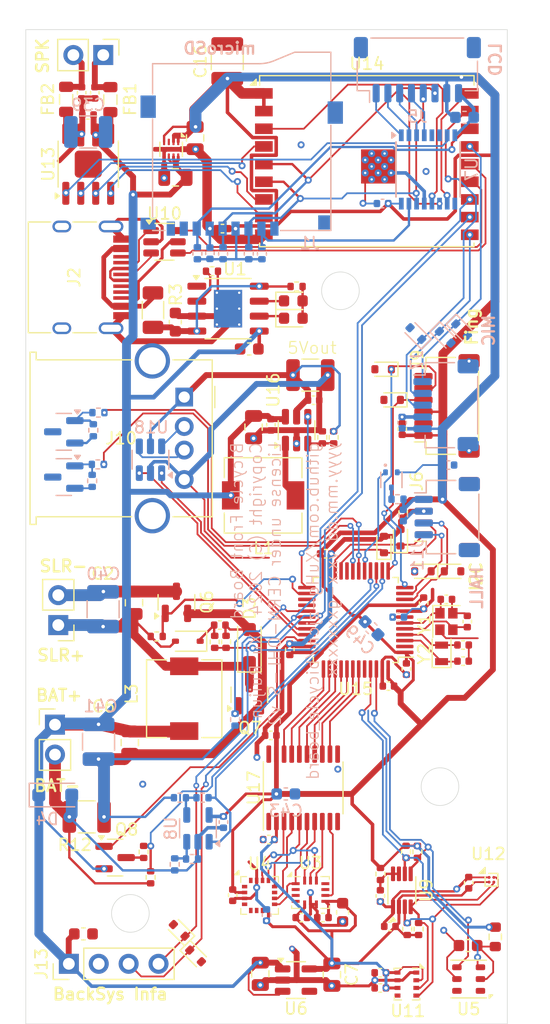
<source format=kicad_pcb>
(kicad_pcb (version 20240108) (generator "pcbnew") (generator_version "8.0")
  (layers (0 "F.Cu" signal) (31 "B.Cu" signal) (34 "B.Paste" user) (35 "F.Paste" user) (36 "B.SilkS" user "B.Silkscreen") (37 "F.SilkS" user "F.Silkscreen") (38 "B.Mask" user) (39 "F.Mask" user) (44 "Edge.Cuts" user))
  (net 0 "")
  (net 2 "GND")
  (net 3 "/power/VUSB")
  (net 7 "/SPI_MISO")
  (net 9 "/SPI_MOSI")
  (net 11 "/SPI_SCLK")
  (net 13 "/SPI_CS_SD")
  (net 14 "+3.3V")
  (net 15 "Net-(Q1-G)")
  (net 16 "Net-(Q4-G)")
  (net 18 "/PWM_solar")
  (net 19 "Net-(D3-K)")
  (net 20 "Net-(U1-PROG)")
  (net 21 "/ADC_Vbat")
  (net 22 "+BATT")
  (net 23 "+1V8")
  (net 25 "/sensors/SDA1V8")
  (net 28 "/USB_ESP_D-")
  (net 29 "/USB_ESP_D+")
  (net 30 "/sensors/SCL1V8")
  (net 31 "Net-(Q8-D)")
  (net 34 "/sensors/SPISen_MISO_1V8")
  (net 36 "/sensors/TDK_INT1")
  (net 37 "/sensors/SPISen_MOSI_1V8")
  (net 38 "/sensors/SPISen_CS_TDK_1V8")
  (net 42 "/sensors/SPISen_SCLK_1V8")
  (net 45 "/SCL1")
  (net 46 "/SDA1")
  (net 47 "/595_RCLK")
  (net 48 "/ADC_Isolar")
  (net 49 "/sensors/TDK_INT2_1V8")
  (net 50 "/sensors/QMI_INT2")
  (net 51 "/CH1")
  (net 52 "/CH2")
  (net 53 "Net-(D5-A)")
  (net 54 "Net-(D5-K)")
  (net 55 "Net-(D6-K)")
  (net 56 "Net-(J3-Pin_2)")
  (net 57 "Net-(D3-A)")
  (net 58 "/ADC_Vsolar")
  (net 59 "/SPI_CS_LCD")
  (net 60 "/LCD_RST")
  (net 61 "/sensors/SPISen_CS_QMI_1V8")
  (net 62 "/LCD_BL")
  (net 63 "/LCD_DC")
  (net 64 "/batsamp_en")
  (net 65 "/sensors/QMI_INT1")
  (net 68 "Net-(D7-K)")
  (net 69 "Net-(Q1-S)")
  (net 70 "Net-(Q4-S)")
  (net 71 "/I2SO_BCK")
  (net 72 "/I2SO_WS")
  (net 73 "/SPK_EN")
  (net 74 "Net-(J8-Pin_2)")
  (net 75 "Net-(J8-Pin_1)")
  (net 76 "/595_CLR")
  (net 77 "/SPI_CS_STM32")
  (net 78 "/PWM_solarL")
  (net 79 "Net-(U8-+)")
  (net 80 "/HALL2")
  (net 81 "/I2SI_SD")
  (net 82 "/HALL1")
  (net 84 "Net-(U8--)")
  (net 86 "Net-(U9-EN)")
  (net 87 "/I2SI_BCK")
  (net 88 "/I2SI_WS")
  (net 89 "/TXD")
  (net 91 "/QMI_INT1_3V3")
  (net 92 "Net-(U15-PC14)")
  (net 93 "Net-(U15-PC15)")
  (net 94 "Net-(U15-PD1)")
  (net 95 "Net-(U15-PD0)")
  (net 96 "/RXD")
  (net 97 "/I2SO_SD")
  (net 98 "/USB_CH32FS_D-")
  (net 99 "/USB_CH32FS_D+")
  (net 101 "+5V")
  (net 102 "/SCL2")
  (net 103 "/SDA2")
  (net 107 "Net-(U5-VDD)")
  (net 108 "Net-(U13-VoP)")
  (net 109 "Net-(U13-VoN)")
  (net 110 "Net-(U16-V_{FB})")
  (net 111 "/5VOUT_EN")
  (net 112 "Net-(U16-SW)")
  (net 120 "/SPISen_MOSI_3V3")
  (net 121 "/SPISen_MISO_3V3")
  (net 122 "/SPISen_SCLK_3V3")
  (net 123 "/SPISen_CS_TDK_3V3")
  (net 124 "/SPISen_CS_QMI_3V3")
  (net 125 "/TDK_INT2_3V3")
  (net 126 "Net-(U15-NRST)")
  (net 128 "Net-(J11-Pin_1)")
  (net 129 "/HALL_EN")
  (net 130 "/ZW101_TX")
  (net 131 "/ZW101_RX")
  (net 132 "Net-(U1-CE)")
  (net 133 "Net-(J2-D--PadA7)")
  (net 134 "Net-(J2-D+-PadA6)")
  (net 135 "Net-(J10-D+)")
  (net 136 "Net-(J10-D-)")
  (net 137 "Net-(Q9-D)")
  (footprint "Resistor_SMD:R_0402_1005Metric" (layer "F.Cu") (at 130.72 128.775 -90)
    (property "Reference" "R35" (hide yes))
    (property "Value" "200k")
  )
  (footprint "Package_TO_SOT_SMD:SOT-23-6" (layer "F.Cu") (at 112.37 75.11)
    (property "Reference" "U10")
    (property "Value" "USBLC6-2SC6")
  )
  (footprint "Capacitor_SMD:C_0402_1005Metric" (layer "F.Cu") (at 134.3914 105.791 -90)
    (property "Reference" "C30" (hide yes))
    (property "Value" "100nF")
  )
  (footprint "LED_SMD:LED_0603_1608Metric" (layer "F.Cu") (at 123.3156 80.1246)
    (property "Reference" "D6" (hide yes))
    (property "Value" "LED")
  )
  (footprint "Package_TO_SOT_SMD:SOT-23" (layer "F.Cu") (at 119.5832 113.5611 90)
    (property "Reference" "Q7")
    (property "Value" "Si2302")
  )
  (footprint "Package_BGA:WLP-4_0.86x0.86mm_P0.4mm" (layer "F.Cu") (at 140.154 129.2638)
    (property "Reference" "U12")
    (property "Value" "MMC5633NJL")
  )
  (footprint "Resistor_SMD:R_0402_1005Metric" (layer "F.Cu") (at 126.746 91.7092 -90)
    (property "Reference" "R33" (hide yes))
    (property "Value" "R_Small")
  )
  (footprint "Diode_SMD:D_SOD-123F" (layer "F.Cu") (at 119.5832 109.4232 90)
    (property "Reference" "D3")
    (property "Value" "D_Schottky")
  )
  (footprint "Resistor_SMD:R_0402_1005Metric" (layer "F.Cu") (at 111.7092 108.6104)
    (property "Reference" "R11" (hide yes))
    (property "Value" "220k")
  )
  (footprint "Capacitor_SMD:C_0402_1005Metric" (layer "F.Cu") (at 105.332 62.4586 -90)
    (property "Reference" "C37" (hide yes))
    (property "Value" "1nF")
  )
  (footprint "Package_LGA:LGA-16_3x3mm_P0.5mm" (layer "F.Cu") (at 120.452 130.596)
    (property "Reference" "U4")
    (property "Value" "QMI8610")
  )
  (footprint "Resistor_SMD:R_0402_1005Metric" (layer "F.Cu") (at 125.7808 91.7092 90)
    (property "Reference" "R34" (hide yes))
    (property "Value" "R_Small")
  )
  (footprint "Diode_SMD:D_SOD-523" (layer "F.Cu") (at 132.42 100.23 90)
    (property "Reference" "D10" (hide yes))
    (property "Value" "ESD5Zxx")
  )
  (footprint "Resistor_SMD:R_0402_1005Metric" (layer "F.Cu") (at 111.1926 129.0574 -90)
    (property "Reference" "R15" (hide yes))
    (property "Value" "100k")
  )
  (footprint "Connector_JST:JST_SH_SM06B-SRSS-TB_1x06-1MP_P1.00mm_Horizontal" (layer "F.Cu") (at 136.375 89.04 90)
    (property "Reference" "J9")
    (property "Value" "Conn_01x06")
  )
  (footprint "Capacitor_SMD:C_0603_1608Metric" (layer "F.Cu") (at 138.1666 134.8486 180)
    (property "Reference" "C34" (hide yes))
    (property "Value" "10uf")
  )
  (footprint "Capacitor_SMD:C_0805_2012Metric" (layer "F.Cu") (at 119.9388 90.8456 -90)
    (property "Reference" "C44" (hide yes))
    (property "Value" "10uF")
  )
  (footprint "Package_TO_SOT_SMD:SOT-23" (layer "F.Cu") (at 113.3856 105.7148 90)
    (property "Reference" "Q6")
    (property "Value" "Si2302")
  )
  (footprint "Connector_PinHeader_2.54mm:PinHeader_1x02_P2.54mm_Vertical" (layer "F.Cu") (at 107.1658 59.2582 -90)
    (property "Reference" "J8" (hide yes))
    (property "Value" "Conn_01x02")
  )
  (footprint "Capacitor_SMD:C_0402_1005Metric" (layer "F.Cu") (at 130.7112 130.6346 90)
    (property "Reference" "C18" (hide yes))
    (property "Value" "100nF")
  )
  (footprint "Inductor_SMD:L_0805_2012Metric" (layer "F.Cu") (at 104.0112 63.0174 90)
    (property "Reference" "FB2")
    (property "Value" "1000")
  )
  (footprint "Package_SO:TSSOP-20_4.4x6.5mm_P0.65mm" (layer "F.Cu") (at 124.1552 121.4628 90)
    (property "Reference" "U17")
    (property "Value" "TXB0108PW")
  )
  (footprint "Capacitor_SMD:C_0402_1005Metric" (layer "F.Cu") (at 106.4496 62.4586 -90)
    (property "Reference" "C36" (hide yes))
    (property "Value" "1nF")
  )
  (footprint "Resistor_SMD:R_0402_1005Metric" (layer "F.Cu") (at 133.8608 126.8906 -90)
    (property "Reference" "R26" (hide yes))
    (property "Value" "R")
  )
  (footprint "Diode_SMD:D_SOD-323" (layer "F.Cu") (at 114.3508 109.0168 180)
    (property "Reference" "D7" (hide yes))
    (property "Value" "D")
  )
  (footprint "Package_TO_SOT_SMD:SOT-23" (layer "F.Cu") (at 108.1723 127.381)
    (property "Reference" "Q8")
    (property "Value" "Q_PMOS_GSD")
  )
  (footprint "Capacitor_SMD:C_0402_1005Metric" (layer "F.Cu") (at 105.8654 64.3382 180)
    (property "Reference" "C38" (hide yes))
    (property "Value" "1uF")
  )
  (footprint "Crystal:Crystal_SMD_2012-2Pin_2.0x1.2mm" (layer "F.Cu") (at 135.9154 110.047 90)
    (property "Reference" "Y2")
    (property "Value" "32.768kHz")
  )
  (footprint "Capacitor_SMD:C_0402_1005Metric" (layer "F.Cu") (at 123.02 109.7 90)
    (property "Reference" "C28" (hide yes))
    (property "Value" "100nF")
  )
  (footprint "Package_SO:HTSOP-8-1EP_3.9x4.9mm_P1.27mm_EP2.4x3.2mm_ThermalVias" (layer "F.Cu") (at 117.77 80.785)
    (property "Reference" "U1")
    (property "Value" "TP4056")
  )
  (footprint "Capacitor_SMD:C_0402_1005Metric" (layer "F.Cu") (at 138.2204 129.5146 -90)
    (property "Reference" "C15" (hide yes))
    (property "Value" "100nF")
  )
  (footprint "Capacitor_SMD:C_0402_1005Metric" (layer "F.Cu") (at 126.07 101.59)
    (property "Reference" "C27" (hide yes))
    (property "Value" "100nF")
  )
  (footprint "Package_TO_SOT_SMD:SOT-23-6" (layer "F.Cu") (at 123.5964 91.0996 90)
    (property "Reference" "U16")
    (property "Value" "PS7516")
  )
  (footprint "Capacitor_SMD:C_0603_1608Metric" (layer "F.Cu") (at 127.5049 132.0291 90)
    (property "Reference" "C33" (hide yes))
    (property "Value" "2.2uf")
  )
  (footprint "Resistor_SMD:R_0402_1005Metric" (layer "F.Cu") (at 117.602 109.0676 90)
    (property "Reference" "R17" (hide yes))
    (property "Value" "33k")
  )
  (footprint "Capacitor_SMD:C_0402_1005Metric" (layer "F.Cu") (at 132.65 98.05 90)
    (property "Reference" "C54" (hide yes))
    (property "Value" "0.1u")
  )
  (footprint "Capacitor_SMD:C_0402_1005Metric" (layer "F.Cu") (at 123.9997 132.4733 180)
    (property "Reference" "C10" (hide yes))
    (property "Value" "10nF")
  )
  (footprint "Capacitor_SMD:C_0402_1005Metric" (layer "F.Cu") (at 131.524 133.2254)
    (property "Reference" "C17" (hide yes))
    (property "Value" "100nF")
  )
  (footprint "Capacitor_SMD:C_1210_3225Metric" (layer "F.Cu") (at 105.757 123.9266 180)
    (property "Reference" "R12")
    (property "Value" "0.01")
  )
  (footprint "Capacitor_SMD:C_1210_3225Metric" (layer "F.Cu") (at 124.7648 86.426)
    (property "Reference" "C46" (hide yes))
    (property "Value" "47uf")
  )
  (footprint "Capacitor_SMD:C_0402_1005Metric" (layer "F.Cu") (at 138.0998 107.3404 90)
    (property "Reference" "C25" (hide yes))
    (property "Value" "C_Small")
  )
  (footprint "Capacitor_SMD:C_0805_2012Metric" (layer "F.Cu") (at 120.51 137.25 -90)
    (property "Reference" "C4" (hide yes))
    (property "Value" "2.2u")
  )
  (footprint "Connector_USB:USB_C_Receptacle_HRO_TYPE-C-31-M-12" (layer "F.Cu") (at 104.6976 78.1304 -90)
    (property "Reference" "J2")
    (property "Value" "USB_C_Receptacle_USB2.0_16P")
  )
  (footprint "LED_SMD:LED_0603_1608Metric" (layer "F.Cu") (at 123.3156 81.5978)
    (property "Reference" "D5" (hide yes))
    (property "Value" "LED")
  )
  (footprint "Connector_PinHeader_2.54mm:PinHeader_1x02_P2.54mm_Vertical" (layer "F.Cu") (at 103.344 107.6452 180)
    (property "Reference" "J3" (hide yes))
    (property "Value" "Conn_01x02")
  )
  (footprint "Capacitor_SMD:C_0402_1005Metric" (layer "F.Cu") (at 121.4 117.0097)
    (property "Reference" "C21" (hide yes))
    (property "Value" "100nF")
  )
  (footprint "Capacitor_SMD:C_0402_1005Metric" (layer "F.Cu") (at 136.3218 105.4608)
    (property "Reference" "C24" (hide yes))
    (property "Value" "C_Small")
  )
  (footprint "Capacitor_SMD:C_1210_3225Metric" (layer "F.Cu") (at 107.154 106.2972 90)
    (property "Reference" "C2")
    (property "Value" "100u")
  )
  (footprint "Diode_SMD:D_SOD-523" (layer "F.Cu") (at 130.95 85.93 180)
    (property "Reference" "D8" (hide yes))
    (property "Value" "ESD5Zxx")
  )
  (footprint "Package_LGA:Bosch_LGA-14_3x2.5mm_P0.5mm" (layer "F.Cu") (at 124.7775 130.3455)
    (property "Reference" "U3")
    (property "Value" "IIM-42652")
  )
  (footprint "Crystal:Crystal_SMD_2016-4Pin_2.0x1.6mm" (layer "F.Cu") (at 136.3218 107.3404 -90)
    (property "Reference" "Y1")
    (property "Value" "12MHz")
  )
  (footprint "Capacitor_SMD:C_1210_3225Metric" (layer "F.Cu") (at 106.7664 117.5489 -90)
    (property "Reference" "C6")
    (property "Value" "100u")
  )
  (footprint "Inductor_SMD:L_0805_2012Metric" (layer "F.Cu") (at 107.7704 63.0428 90)
    (property "Reference" "FB1")
    (property "Value" "1000")
  )
  (footprint "Capacitor_SMD:C_0805_2012Metric" (layer "F.Cu") (at 126.5936 137.3237 -90)
    (property "Reference" "C7")
    (property "Value" "2.2u")
  )
  (footprint "Connector_JST:JST_SH_SM04B-SRSS-TB_1x04-1MP_P1.00mm_Horizontal" (layer "F.Cu") (at 136.4 98.47 90)
    (property "Reference" "J6")
    (property "Value" "Conn_01x04")
  )
  (footprint "Resistor_SMD:R_0402_1005Metric" (layer "F.Cu") (at 132.8956 126.8906 -90)
    (property "Reference" "R25" (hide yes))
    (property "Value" "R")
  )
  (footprint "Package_TO_SOT_SMD:SOT-23-5" (layer "F.Cu") (at 123.5456 137.7809)
    (property "Reference" "U6")
    (property "Value" "SGM2033-1.8")
  )
  (footprint "Capacitor_SMD:C_0402_1005Metric" (layer "F.Cu") (at 125.0416 88.5596)
    (property "Reference" "C47" (hide yes))
    (property "Value" "0.1uf")
  )
  (footprint "Package_SO:HSOP-8-1EP_3.9x4.9mm_P1.27mm_EP2.3x2.3mm" (layer "F.Cu") (at 105.8908 68.518 90)
    (property "Reference" "U13")
    (property "Value" "NS4168")
  )
  (footprint "Resistor_SMD:R_1206_3216Metric" (layer "F.Cu") (at 111.39 80.91 -90)
    (property "Reference" "R3")
    (property "Value" "0.4")
  )
  (footprint "Connector_USB:USB_A_Molex_67643_Horizontal" (layer "F.Cu") (at 114.046 88.2904 -90)
    (property "Reference" "J10")
    (property "Value" "USB_A")
  )
  (footprint "Capacitor_SMD:C_0402_1005Metric" (layer "F.Cu") (at 117.0712 107.6452)
    (property "Reference" "C31" (hide yes))
    (property "Value" "10nF")
  )
  (footprint "Diode_SMD:D_SOD-523" (layer "F.Cu") (at 115.01 135.73 -45)
    (property "Reference" "D12" (hide yes))
    (property "Value" "ESD5Zxx")
  )
  (footprint "Capacitor_SMD:C_0805_2012Metric" (layer "F.Cu") (at 109.4232 117.6172 -90)
    (property "Reference" "C5" (hide yes))
    (property "Value" "2.2u")
  )
  (footprint "Capacitor_SMD:C_1210_3225Metric" (layer "F.Cu") (at 117.7036 59.7916 90)
    (property "Reference" "C16")
    (property "Value" "100u")
  )
  (footprint "Diode_SMD:D_SOD-523" (layer "F.Cu") (at 134.3275 103.08 180)
    (property "Reference" "D9" (hide yes))
    (property "Value" "ESD5Zxx")
  )
  (footprint "Diode_SMD:D_SOD-523" (layer "F.Cu") (at 131.7175 88.53 180)
    (property "Reference" "D11" (hide yes))
    (property "Value" "ESD5Zxx")
  )
  (footprint "Connector_PinHeader_2.54mm:PinHeader_1x02_P2.54mm_Vertical" (layer "F.Cu") (at 103.0646 116.0984)
    (property "Reference" "J4" (hide yes))
    (property "Value" "Conn_01x02")
  )
  (footprint "Capacitor_SMD:C_0603_1608Metric" (layer "F.Cu") (at 119.57 84.21 180)
    (property "Reference" "C57" (hide yes))
    (property "Value" "1uf")
  )
  (footprint "Inductor_SMD:L_6.3x6.3_H3" (layer "F.Cu") (at 120.7516 96.6368)
    (property "Reference" "L1")
    (property "Value" "L")
  )
  (footprint "Capacitor_SMD:C_0402_1005Metric" (layer "F.Cu") (at 118.166 130.5732 90)
    (property "Reference" "C11" (hide yes))
    (property "Value" "100nF")
  )
  (footprint "Capacitor_SMD:C_0402_1005Metric" (layer "F.Cu") (at 137.7442 109.3358)
    (property "Reference" "C23" (hide yes))
    (property "Value" "C_Small")
  )
  (footprint "Capacitor_SMD:C_0805_2012Metric" (layer "F.Cu") (at 109.7788 105.7504 90)
    (property "Reference" "C1" (hide yes))
    (property "Value" "2.2u")
  )
  (footprint "Resistor_SMD:R_0402_1005Metric" (layer "F.Cu") (at 123.595 78.9054)
    (property "Reference" "R22" (hide yes))
    (property "Value" "1k")
  )
  (footprint "Capacitor_SMD:C_0402_1005Metric" (layer "F.Cu") (at 121.412 90.6424 -90)
    (property "Reference" "C45" (hide yes))
    (property "Value" "C_Small")
  )
  (footprint "Connector_PinHeader_2.54mm:PinHeader_1x04_P2.54mm_Vertical" (layer "F.Cu") (at 104.2416 136.398 90)
    (property "Reference" "J13")
    (property "Value" "Conn_01x04")
  )
  (footprint "Diode_SMD:D_SOD-523" (layer "F.Cu") (at 136.85 103.08)
    (property "Reference" "D13" (hide yes))
    (property "Value" "ESD5Zxx")
  )
  (footprint "Resistor_SMD:R_0603_1608Metric" (layer "F.Cu") (at 140.478 134.112 -90)
    (property "Reference" "R32" (hide yes))
    (property "Value" "R")
  )
  (footprint "Resistor_SMD:R_0402_1005Metric" (layer "F.Cu") (at 110.6 126.9 90)
    (property "Reference" "R14" (hide yes))
    (property "Value" "47k")
  )
  (footprint "Resistor_SMD:R_0402_1005Metric" (layer "F.Cu") (at 133.9624 133.4438 90)
    (property "Reference" "R24" (hide yes))
    (property "Value" "1k")
  )
  (footprint "Capacitor_SMD:C_0805_2012Metric" (layer "F.Cu") (at 114.97 66.3 -90)
    (property "Reference" "C8" (hide yes))
    (property "Value" "2.2u")
  )
  (footprint "Resistor_SMD:R_0402_1005Metric" (layer "F.Cu") (at 116.6368 109.0676 -90)
    (property "Reference" "R16" (hide yes))
    (property "Value" "47k")
  )
  (footprint "Capacitor_SMD:C_0402_1005Metric" (layer "F.Cu") (at 130.7094 138.4502)
    (property "Reference" "C19" (hide yes))
    (property "Value" "0.1uf")
  )
  (footprint "Capacitor_SMD:C_0402_1005Metric" (layer "F.Cu") (at 131.4 112.825 180)
    (property "Reference" "C29" (hide yes))
    (property "Value" "100nF")
  )
  (footprint "Package_SO:VSSOP-8_2.3x2mm_P0.5mm" (layer "F.Cu") (at 132.54 130.16 90)
    (property "Reference" "U9")
    (property "Value" "PCA9306DC1")
  )
  (footprint "Capacitor_SMD:C_0603_1608Metric" (layer "F.Cu") (at 105.48 133.86 180)
    (property "Reference" "C53" (hide yes))
    (property "Value" "2.2u")
  )
  (footprint "Package_LGA:Bosch_LGA-8_2x2.5mm_P0.65mm_ClockwisePinNumbering" (layer "F.Cu") (at 132.97 138.12 -90)
    (property "Reference" "U11")
    (property "Value" "BMP280")
  )
  (footprint "Capacitor_SMD:C_0402_1005Metric" (layer "F.Cu") (at 132.925 111.375 -90)
    (property "Reference" "C26" (hide yes))
    (property "Value" "100nF")
  )
  (footprint "Capacitor_SMD:C_0402_1005Metric" (layer "F.Cu") (at 137.7442 110.7074)
    (property "Reference" "C22" (hide yes))
    (property "Value" "C_Small")
  )
  (footprint "Package_QFP:LQFP-48_7x7mm_P0.5mm" (layer "F.Cu") (at 128.6256 107.2134 180)
    (property "Reference" "U15")
    (property "Value" "CH32V203C8T6")
  )
  (footprint "Diode_SMD:D_SOD-523" (layer "F.Cu") (at 131.02 100.81 90)
    (property "Reference" "D2" (hide yes))
    (property "Value" "ESD5Zxx")
  )
  (footprint "Capacitor_SMD:C_0402_1005Metric" (layer "F.Cu") (at 130.7094 137.1548)
    (property "Reference" "C35" (hide yes))
    (property "Value" "0.1uf")
  )
  (footprint "Resistor_SMD:R_0402_1005Metric" (layer "F.Cu") (at 116.4048 77.6105)
    (property "Reference" "R13" (hide yes))
    (property "Value" "1200")
  )
  (footprint "Capacitor_SMD:C_0402_1005Metric" (layer "F.Cu") (at 121.2352 125.8489)
    (property "Reference" "C20" (hide yes))
    (property "Value" "100nF")
  )
  (footprint "Capacitor_SMD:C_0402_1005Metric" (layer "F.Cu") (at 132.57 91.01 -90)
    (property "Reference" "C56" (hide yes))
    (property "Value" "0.1u")
  )
  (footprint "Library:DFN-6_3x3mm_P1.0mm_AHT2x_AHT30" (layer "F.Cu") (at 138.2174 137.6934 180)
    (property "Reference" "U5")
    (property "Value" "AHT20")
  )
  (footprint "Capacitor_SMD:C_0402_1005Metric" (layer "F.Cu") (at 117.2972 73.9902 180)
    (property "Reference" "C32" (hide yes))
    (property "Value" "100nF")
  )
  (footprint "Library:DFN-8-1EP_1.2x1.6mm_P0.4mm_EP0.3x1.3mm" (layer "F.Cu") (at 112.936 67.2592 -90)
    (property "Reference" "U2" (hide yes))
    (property "Value" "SGM2039")
  )
  (footprint "Capacitor_SMD:C_0402_1005Metric" (layer "F.Cu") (at 125.8285 132.4733)
    (property "Reference" "C9" (hide yes))
    (property "Value" "0.1uf")
  )
  (footprint "Capacitor_SMD:C_0603_1608Metric" (layer "F.Cu") (at 113.29 81.93 90)
    (property "Reference" "C50" (hide yes))
    (property "Value" "1uf")
  )
  (footprint "RF_Module:ESP32-C3-WROOM-02U" (layer "F.Cu") (at 129.5628 68.5148)
    (property "Reference" "U14")
    (property "Value" "ESP32-C3-WROOM-02U")
  )
  (footprint "Capacitor_SMD:C_0805_2012Metric" (layer "F.Cu") (at 113.3 69.64 180)
    (property "Reference" "C3" (hide yes))
    (property "Value" "2.2u")
  )
  (footprint "Resistor_SMD:R_0402_1005Metric" (layer "F.Cu") (at 132.9972 133.4438 90)
    (property "Reference" "R23" (hide yes))
    (property "Value" "R")
  )
  (footprint "Diode_SMD:D_SOD-523" (layer "F.Cu") (at 113.62 133.56 135)
    (property "Reference" "D1" (hide yes))
    (property "Value" "ESD5Zxx")
  )
  (footprint "Inductor_SMD:L_6.3x6.3_H3" (layer "F.Cu") (at 114.046 113.8936 -90)
    (property "Reference" "L3")
    (property "Value" "L")
  )
  (footprint "Capacitor_SMD:C_1210_3225Metric" (layer "B.Cu") (at 106.7664 117.5471 -90)
    (property "Reference" "C41")
    (property "Value" "100u")
  )
  (footprint "Package_TO_SOT_SMD:SOT-23-6" (layer "B.Cu") (at 111.18 93.61 90)
    (property "Reference" "U18")
    (property "Value" "USBLC6-2SC6")
  )
  (footprint "Package_TO_SOT_SMD:SOT-23-5" (layer "B.Cu") (at 115.2125 124.9 90)
    (property "Reference" "U8")
    (property "Value" "SGM8040-1")
  )
  (footprint "Capacitor_SMD:C_0402_1005Metric" (layer "B.Cu") (at 132.24 106.97 180)
    (property "Reference" "C48" (hide yes))
    (property "Value" "100n")
  )
  (footprint "Diode_SMD:D_SOD-523" (layer "B.Cu") (at 136.22 83.21 -45)
    (property "Reference" "D15" (hide yes))
    (property "Value" "ESD5Zxx")
  )
  (footprint "Resistor_SMD:R_0402_1005Metric" (layer "B.Cu") (at 115.6 122.3)
    (property "Reference" "R20" (hide yes))
    (property "Value" "R")
  )
  (footprint "Capacitor_SMD:C_0402_1005Metric" (layer "B.Cu") (at 132.56 90.46 90)
    (property "Reference" "C55" (hide yes))
    (property "Value" "0.1u")
  )
  (footprint "Connector_JST:JST_SH_SM04B-SRSS-TB_1x04-1MP_P1.00mm_Horizontal" (layer "B.Cu") (at 136.395 98.48 -90)
    (property "Reference" "J11")
    (property "Value" "Conn_01x04")
  )
  (footprint "Connector_JST:JST_SH_SM05B-SRSS-TB_1x05-1MP_P1.00mm_Horizontal" (layer "B.Cu") (at 136.3 88.98 -90)
    (property "Reference" "J7")
    (property "Value" "Conn_01x05")
  )
  (footprint "Resistor_SMD:R_0402_1005Metric" (layer "B.Cu") (at 106.7054 94.0054 180)
    (property "Reference" "R9" (hide yes))
    (property "Value" "470")
  )
  (footprint "Resistor_SMD:R_0402_1005Metric" (layer "B.Cu") (at 113.6818 122.301)
    (property "Reference" "R19" (hide yes))
    (property "Value" "R")
  )
  (footprint "Connector_JST:JST_SH_SM08B-SRSS-TB_1x08-1MP_P1.00mm_Horizontal" (layer "B.Cu") (at 133.855 60.5)
    (property "Reference" "J5")
    (property "Value" "Conn_01x08")
  )
  (footprint "Capacitor_SMD:C_0603_1608Metric" (layer "B.Cu") (at 122.68 121.98)
    (property "Reference" "C43")
    (property "Value" "2.2u")
  )
  (footprint "Capacitor_SMD:C_0603_1608Metric" (layer "B.Cu") (at 137.867 64.55)
    (property "Reference" "C14" (hide yes))
    (property "Value" "2.2uf")
  )
  (footprint "Resistor_SMD:R_0402_1005Metric" (layer "B.Cu") (at 132.17 96.96)
    (property "Reference" "R4" (hide yes))
    (property "Value" "4.7")
  )
  (footprint "Resistor_SMD:R_0402_1005Metric" (layer "B.Cu") (at 106.2228 95.4024 -90)
    (property "Reference" "R5" (hide yes))
    (property "Value" "R_Small")
  )
  (footprint "Package_TO_SOT_SMD:SOT-523" (layer "B.Cu") (at 131.65 95.325 -90)
    (property "Reference" "Q9" (hide yes))
    (property "Value" "Q_PMOS_GSD")
  )
  (footprint "Resistor_SMD:R_0402_1005Metric" (layer "B.Cu") (at 119.5324 76.0814 90)
    (property "Reference" "R28" (hide yes))
    (property "Value" "47k")
  )
  (footprint "Resistor_SMD:R_0402_1005Metric" (layer "B.Cu") (at 117.348 76.0814 90)
    (property "Reference" "R30" (hide yes))
    (property "Value" "47k")
  )
  (footprint "Resistor_SMD:R_0402_1005Metric" (layer "B.Cu") (at 106.3201 91.1071 -90)
    (property "Reference" "R1" (hide yes))
    (property "Value" "R_Small")
  )
  (footprint "Library:microSD_Slot_mybuy" (layer "B.Cu") (at 118.932 66.2674)
    (property "Reference" "J1")
    (property "Value" "Micro_SD_Card")
  )
  (footprint "Resistor_SMD:R_0402_1005Metric" (layer "B.Cu") (at 114.713 127.5025 180)
    (property "Reference" "R21" (hide yes))
    (property "Value" "R")
  )
  (footprint "Capacitor_SMD:C_0402_1005Metric" (layer "B.Cu") (at 130.9 71.86)
    (property "Reference" "C42" (hide yes))
    (property "Value" "100nF")
  )
  (footprint "Resistor_SMD:R_0402_1005Metric" (layer "B.Cu") (at 118.37 115.67 -90)
    (property "Reference" "R29" (hide yes))
    (property "Value" "330k")
  )
  (footprint "Package_SO:SSOP-16_4.4x5.2mm_P0.65mm" (layer "B.Cu") (at 134.7675 68.97 -90)
    (property "Reference" "U7")
    (property "Value" "74HC595")
  )
  (footprint "Capacitor_SMD:C_0402_1005Metric" (layer "B.Cu") (at 132.66 98.34 -90)
    (property "Reference" "C52" (hide yes))
    (property "Value" "10nf")
  )
  (footprint "Capacitor_SMD:C_0402_1005Metric" (layer "B.Cu") (at 121.0406 132.2622 -90)
    (property "Reference" "C12" (hide yes))
    (property "Value" "100nF")
  )
  (footprint "Capacitor_SMD:C_0402_1005Metric" (layer "B.Cu") (at 136.5 94.06)
    (property "Reference" "C51" (hide yes))
    (property "Value" "0.1u")
  )
  (footprint "Package_TO_SOT_SMD:SOT-23" (layer "B.Cu") (at 103.8125 91.24 180)
    (property "Reference" "Q1" (hide yes))
    (property "Value" "Q_NMOS_GSD")
  )
  (footprint "Resistor_SMD:R_0402_1005Metric" (layer "B.Cu") (at 115.1636 76.0814 90)
    (property "Reference" "R31" (hide yes))
    (property "Value" "47k")
  )
  (footprint "Resistor_SMD:R_0402_1005Metric" (layer "B.Cu") (at 113.2398 127.9597 90)
    (property "Reference" "R18" (hide yes))
    (property "Value" "R")
  )
  (footprint "Resistor_SMD:R_0402_1005Metric" (layer "B.Cu") (at 106.755 89.61 180)
    (property "Reference" "R2" (hide yes))
    (property "Value" "470")
  )
  (footprint "Resistor_SMD:R_0402_1005Metric" (layer "B.Cu") (at 120.65 76.0814 90)
    (property "Reference" "R27" (hide yes))
    (property "Value" "47k")
  )
  (footprint "Diode_SMD:D_SOD-123F" (layer "B.Cu") (at 103.087 122.0724)
    (property "Reference" "D4")
    (property "Value" "D_Zener")
  )
  (footprint "Capacitor_SMD:C_0603_1608Metric" (layer "B.Cu") (at 129.96 107.91 -45)
    (property "Reference" "C49")
    (property "Value" "2.2u")
  )
  (footprint "Package_TO_SOT_SMD:SOT-23" (layer "B.Cu") (at 103.8121 95.0824 180)
    (property "Reference" "Q4" (hide yes))
    (property "Value" "Q_NMOS_GSD")
  )
  (footprint "Capacitor_SMD:C_1210_3225Metric" (layer "B.Cu") (at 105.8908 65.786 180)
    (property "Reference" "C39")
    (property "Value" "100uF")
  )
  (footprint "Capacitor_SMD:C_1210_3225Metric" (layer "B.Cu") (at 107.154 106.299 90)
    (property "Reference" "C40")
    (property "Value" "100u")
  )
  (footprint "Capacitor_SMD:C_0402_1005Metric" (layer "B.Cu") (at 117.38 124.37 -90)
    (property "Reference" "C58" (hide yes))
    (property "Value" "0.1u")
  )
  (footprint "Capacitor_SMD:C_0402_1005Metric" (layer "B.Cu") (at 116.2304 76.0814 90)
    (property "Reference" "C13" (hide yes))
    (property "Value" "100nF")
  )
  (footprint "Diode_SMD:D_SOD-523" (layer "B.Cu") (at 137.62 82.58 -45)
    (property "Reference" "D14" (hide yes))
    (property "Value" "ESD5Zxx")
  )
  (footprint "Diode_SMD:D_SOD-523" (layer "B.Cu") (at 133.73 82.9 135)
    (property "Reference" "D16" (hide yes))
    (property "Value" "ESD5Zxx")
  )
  (gr_circle (center 109.47 132.12) (end 111.07 132.12) (stroke (width 0.05)) (fill none) (layer "Edge.Cuts"))
  (gr_circle (center 127.32 79.27) (end 128.92 79.27) (stroke (width 0.05)) (fill none) (layer "Edge.Cuts"))
  (gr_circle (center 135.78 121.36) (end 137.38 121.36) (stroke (width 0.05)) (fill none) (layer "Edge.Cuts"))
  (gr_rect (start 100.584 57.0992) (end 141.5 141.5) (stroke (width 0.05)) (fill none) (layer "Edge.Cuts"))
  (gr_text "LCD" (at 141.08 58.1 90) (layer "B.SilkS") (effects (font (size 1 1) (thickness 0.2) (bold yes)) (justify left bottom mirror)))
  (gr_text "microSD" (at 120.26 59.27 0) (layer "B.SilkS") (effects (font (size 1 1) (thickness 0.2) (bold yes)) (justify left bottom mirror)))
  (gr_text "HALL" (at 139.49 102.58 90) (layer "B.SilkS") (effects (font (size 1 1) (thickness 0.2) (bold yes)) (justify left bottom mirror)))
  (gr_text "Bicycle Front Board\nCopyright (C) 2024  Xu Ruijun\nLicense under CERN-OHL-S v2\n\ngithub.com/XuHg-zjcn/bicycle_board\nyyyy.mm.dd vx.x-gxxxxxxx" (at 127.17 92.06 90) (layer "B.SilkS") (effects (font (size 1 1) (thickness 0.1)) (justify left bottom mirror)))
  (gr_text "MIC" (at 140.5 81.2 90) (layer "B.SilkS") (effects (font (size 1 1) (thickness 0.2) (bold yes)) (justify left bottom mirror)))
  (gr_text "BAT-" (at 101.1936 121.8624 0) (layer "F.SilkS") (effects (font (size 1 1) (thickness 0.2) (bold yes)) (justify left bottom)))
  (gr_text "SLR+" (at 101.4476 110.788 0) (layer "F.SilkS") (effects (font (size 1 1) (thickness 0.2) (bold yes)) (justify left bottom)))
  (gr_text "5Vout" (at 122.75 84.7 0) (layer "F.SilkS") (effects (font (size 1 1) (thickness 0.1)) (justify left bottom)))
  (gr_text "Fing" (at 139.05 84.01 90) (layer "F.SilkS") (effects (font (size 1 1) (thickness 0.2) (bold yes)) (justify left bottom)))
  (gr_text "BAT+" (at 101.346 114.1916 0) (layer "F.SilkS") (effects (font (size 1 1) (thickness 0.2) (bold yes)) (justify left bottom)))
  (gr_text "I2C" (at 139.43 104.87 90) (layer "F.SilkS") (effects (font (size 1 1) (thickness 0.2) (bold yes)) (justify left bottom)))
  (gr_text "SLR-" (at 101.6508 103.2188 0) (layer "F.SilkS") (effects (font (size 1 1) (thickness 0.2) (bold yes)) (justify left bottom)))
  (segment (start 133.245 137.145) (end 132.595 137.795) (width 0.25) (layer "F.Cu") (net 2))
  (segment (start 123.6 135.5) (end 123.215 135.115) (width 0.5) (layer "F.Cu") (net 2))
  (segment (start 120.92 116.4) (end 120.92 117.0097) (width 0.4) (layer "F.Cu") (net 2))
  (segment (start 136.2942 108.7628) (end 138.9888 108.7628) (width 0.15) (layer "F.Cu") (net 2))
  (segment (start 131.79 130.915025) (end 131.79 131.56) (width 0.2) (layer "F.Cu") (net 2))
  (segment (start 130.2294 138.4502) (end 130.2294 137.7976) (width 0.25) (layer "F.Cu") (net 2))
  (segment (start 129.7481 138.2737) (end 130.2294 137.7924) (width 0.25) (layer "F.Cu") (net 2))
  (segment (start 134.3914 106.271) (end 135.15 105.5124) (width 0.3) (layer "F.Cu") (net 2))
  (segment (start 126.3756 103.0509) (end 126.3756 101.6544) (width 0.3) (layer "F.Cu") (net 2))
  (segment (start 108.7426 81.3804) (end 108.7426 81.5354) (width 0.5) (layer "F.Cu") (net 2))
  (segment (start 108.9322 83.555) (end 116.365 83.555) (width 0.5) (layer "F.Cu") (net 2))
  (segment (start 123.5964 91.0996) (end 121.4984 91.0996) (width 0.5) (layer "F.Cu") (net 2))
  (segment (start 132.42 98.806846) (end 132.42 99.53) (width 0.4) (layer "F.Cu") (net 2))
  (segment (start 116.864 82.179) (end 116.82 82.135) (width 0.5) (layer "F.Cu") (net 2))
  (segment (start 120.202 128.402) (end 119.55 127.75) (width 0.25) (layer "F.Cu") (net 2))
  (segment (start 119.177 130.846) (end 118.3732 130.846) (width 0.25) (layer "F.Cu") (net 2))
  (segment (start 134.3914 106.271) (end 134.199 106.4634) (width 0.3) (layer "F.Cu") (net 2))
  (segment (start 111.540196 73.2) (end 108.438 73.2) (width 0.25) (layer "F.Cu") (net 2))
  (segment (start 120.92 117.0097) (end 120.225 117.7047) (width 0.4) (layer "F.Cu") (net 2))
  (segment (start 108.7426 81.5354) (end 107.8276 82.4504) (width 0.5) (layer "F.Cu") (net 2))
  (segment (start 108.438 73.2) (end 107.8276 73.8104) (width 0.25) (layer "F.Cu") (net 2))
  (segment (start 137.2174 137.6934) (end 136.3886 136.8646) (width 0.15) (layer "F.Cu") (net 2))
  (segment (start 112.936 67.2592) (end 112.5488 67.2592) (width 0.4) (layer "F.Cu") (net 2))
  (segment (start 106.4702 129.5674) (end 111.1926 129.5674) (width 0.2) (layer "F.Cu") (net 2))
  (segment (start 121.412 91.1224) (end 120.612 91.1224) (width 0.5) (layer "F.Cu") (net 2))
  (segment (start 127.66 100.37) (end 126.43 101.6) (width 0.4) (layer "F.Cu") (net 2))
  (segment (start 120.202 129.9254) (end 120.202 130.3424) (width 0.25) (layer "F.Cu") (net 2))
  (segment (start 122.99 109.23) (end 122.96 109.23) (width 0.4) (layer "F.Cu") (net 2))
  (segment (start 132.42 99.53) (end 131.84 100.11) (width 0.4) (layer "F.Cu") (net 2))
  (segment (start 112.5488 67.2592) (end 111.5592 67.2592) (width 0.4) (layer "F.Cu") (net 2))
  (segment (start 105.2558 66.043) (end 105.2558 66.4228) (width 0.4) (layer "F.Cu") (net 2))
  (segment (start 112.336 67.8842) (end 112.336 67.472) (width 0.3) (layer "F.Cu") (net 2))
  (segment (start 126.44 101.59) (end 126.55 101.59) (width 0.25) (layer "F.Cu") (net 2))
  (segment (start 120.612 91.1224) (end 119.9388 91.7956) (width 0.5) (layer "F.Cu") (net 2))
  (segment (start 132.025 110.7) (end 131.6884 110.3634) (width 0.25) (layer "F.Cu") (net 2))
  (segment (start 115.771 99.652328) (end 118.048672 101.93) (width 0.15) (layer "F.Cu") (net 2))
  (segment (start 125.6754 91.1992) (end 125.5216 91.0454) (width 0.2) (layer "F.Cu") (net 2))
  (segment (start 111.2325 75.11) (end 111.950196 75.11) (width 0.25) (layer "F.Cu") (net 2))
  (segment (start 105.2558 66.4228) (end 103.4288 68.2498) (width 0.4) (layer "F.Cu") (net 2))
  (segment (start 124.77 131.3505) (end 124.7775 131.358) (width 0.25) (layer "F.Cu") (net 2))
  (segment (start 105.332 65.9668) (end 105.3854 65.9134) (width 0.5) (layer "F.Cu") (net 2))
  (segment (start 124.7775 132.1755) (end 124.4797 132.4733) (width 0.25) (layer "F.Cu") (net 2))
  (segment (start 133.246846 97.98) (end 132.42 98.806846) (width 0.4) (layer "F.Cu") (net 2))
  (segment (start 136.3886 136.8646) (end 136.3886 135.8516) (width 0.15) (layer "F.Cu") (net 2))
  (segment (start 111.950196 75.11) (end 112.17 74.890196) (width 0.25) (layer "F.Cu") (net 2))
  (segment (start 130.8756 111.3759) (end 130.8756 112.8194) (width 0.3) (layer "F.Cu") (net 2))
  (segment (start 135.15 105.5124) (end 135.15 104.625) (width 0.3) (layer "F.Cu") (net 2))
  (segment (start 130.8756 110.638401) (end 130.8756 111.3759) (width 0.25) (layer "F.Cu") (net 2))
  (segment (start 137.2 130.05) (end 137 130.25) (width 0.2) (layer "F.Cu") (net 2))
  (segment (start 120.4276 74.9) (end 120.8128 74.5148) (width 0.8) (layer "F.Cu") (net 2))
  (segment (start 123.6 137.7809) (end 123.6 135.5) (width 0.5) (layer "F.Cu") (net 2))
  (segment (start 130.2294 137.1548) (end 130.2294 137.7924) (width 0.25) (layer "F.Cu") (net 2))
  (segment (start 125.3485 131.929) (end 124.7775 131.358) (width 0.25) (layer "F.Cu") (net 2))
  (segment (start 103.0646 122.7092) (end 104.282 123.9266) (width 1) (layer "F.Cu") (net 2))
  (segment (start 103.0646 118.6384) (end 103.0646 122.7092) (width 1) (layer "F.Cu") (net 2))
  (segment (start 125.7269 133.1337) (end 125.3485 132.7553) (width 0.25) (layer "F.Cu") (net 2))
  (segment (start 125.2775 131.358) (end 124.7775 131.358) (width 0.25) (layer "F.Cu") (net 2))
  (segment (start 116.9148 77.6105) (end 116.8989 77.6264) (width 0.2) (layer "F.Cu") (net 2))
  (segment (start 123.2434 109.4634) (end 123 109.22) (width 0.3) (layer "F.Cu") (net 2))
  (segment (start 126.1008 137.7809) (end 126.58495 138.26505) (width 0.5) (layer "F.Cu") (net 2))
  (segment (start 112.3416 69.6976) (end 112.3416 68.4816) (width 0.5) (layer "F.Cu") (net 2))
  (segment (start 120.202 129.321) (end 120.202 128.402) (width 0.25) (layer "F.Cu") (net 2))
  (segment (start 116.8172 73.9902) (end 116.2304 73.9902) (width 0.3) (layer "F.Cu") (net 2))
  (segment (start 122.4081 137.7809) (end 120.9291 137.7809) (width 0.5) (layer "F.Cu") (net 2))
  (segment (start 117.77 82.15) (end 117.77 80.785) (width 0.5) (layer "F.Cu") (net 2))
  (segment (start 117.135 81.42) (end 117.77 80.785) (width 0.5) (layer "F.Cu") (net 2))
  (segment (start 131.6884 110.3634) (end 131.150601 110.3634) (width 0.25) (layer "F.Cu") (net 2))
  (segment (start 138.2496 129.0638) (end 138.2204 129.0346) (width 0.15) (layer "F.Cu") (net 2))
  (segment (start 137 130.25) (end 132.455025 130.25) (width 0.2) (layer "F.Cu") (net 2))
  (segment (start 116.8989 79.3561) (end 116.82 79.435) (width 0.2) (layer "F.Cu") (net 2))
  (segment (start 115.99 73.7498) (end 117.1402 74.9) (width 0.8) (layer "F.Cu") (net 2))
  (segment (start 129.4228 71.6572) (end 129.24 71.84) (width 0.15) (layer "F.Cu") (net 2))
  (segment (start 107.8276 82.4504) (end 108.9322 83.555) (width 0.5) (layer "F.Cu") (net 2))
  (segment (start 136.8018 106.5704) (end 136.8718 106.6404) (width 0.15) (layer "F.Cu") (net 2))
  (segment (start 120.202 130.3424) (end 119.6984 130.846) (width 0.25) (layer "F.Cu") (net 2))
  (segment (start 120.9291 137.7809) (end 120.51 138.2) (width 0.5) (layer "F.Cu") (net 2))
  (segment (start 122.355 114.965) (end 120.92 116.4) (width 0.4) (layer "F.Cu") (net 2))
  (segment (start 112.936 67.2592) (end 113.8208 67.2592) (width 0.4) (layer "F.Cu") (net 2))
  (segment (start 105.3854 65.9134) (end 105.3854 64.3382) (width 0.5) (layer "F.Cu") (net 2))
  (segment (start 116.365 83.555) (end 117.77 82.15) (width 0.5) (layer "F.Cu") (net 2))
  (segment (start 130.76 100.37) (end 127.66 100.37) (width 0.4) (layer "F.Cu") (net 2))
  (segment (start 130.2294 137.7976) (end 130.232 137.795) (width 0.25) (layer "F.Cu") (net 2))
  (segment (start 122.4081 137.7809) (end 123.6 137.7809) (width 0.5) (layer "F.Cu") (net 2))
  (segment (start 126.58495 138.26505) (end 126.5936 138.2737) (width 0.5) (layer "F.Cu") (net 2))
  (segment (start 115.771 97.0154) (end 115.771 99.652328) (width 0.15) (layer "F.Cu") (net 2))
  (segment (start 105.3854 64.3382) (end 105.3854 62.992) (width 0.5) (layer "F.Cu") (net 2))
  (segment (start 125.5216 87.1442) (end 126.2398 86.426) (width 0.5) (layer "F.Cu") (net 2))
  (segment (start 116.8989 77.6264) (end 116.8989 79.3561) (width 0.2) (layer "F.Cu") (net 2))
  (segment (start 123.5964 91.0996) (end 125.5758 91.0996) (width 0.5) (layer "F.Cu") (net 2))
  (segment (start 113.555 81.42) (end 113.29 81.155) (width 0.5) (layer "F.Cu") (net 2))
  (segment (start 115.12 81.42) (end 113.555 81.42) (width 0.5) (layer "F.Cu") (net 2))
  (segment (start 118.048672 101.93) (end 121.25 101.93) (width 0.15) (layer "F.Cu") (net 2))
  (segment (start 125.3485 132.4733) (end 125.3485 131.929) (width 0.25) (layer "F.Cu") (net 2))
  (segment (start 136.0965 133.5535) (end 137.3916 134.8486) (width 0.15) (layer "F.Cu") (net 2))
  (segment (start 131.84 100.11) (end 131.02 100.11) (width 0.4) (layer "F.Cu") (net 2))
  (segment (start 125.5216 91.0454) (end 125.5216 88.5088) (width 0.5) (layer "F.Cu") (net 2))
  (segment (start 137.2 130.05) (end 138.2154 129.0346) (width 0.25) (layer "F.Cu") (net 2))
  (segment (start 105.3854 62.992) (end 105.332 62.9386) (width 0.5) (layer "F.Cu") (net 2))
  (segment (start 131.150601 110.3634) (end 130.8756 110.638401) (width 0.25) (layer "F.Cu") (net 2))
  (segment (start 135.7718 108.0404) (end 135.7718 108.2404) (width 0.15) (layer "F.Cu") (net 2))
  (segment (start 125.5758 91.0996) (end 125.5216 91.0454) (width 0.5) (layer "F.Cu") (net 2))
  (segment (start 132.455025 130.25) (end 131.79 130.915025) (width 0.2) (layer "F.Cu") (net 2))
  (segment (start 112.17 74.890196) (end 112.17 73.829804) (width 0.25) (layer "F.Cu") (net 2))
  (segment (start 118.3732 130.846) (end 118.166 131.0532) (width 0.25) (layer "F.Cu") (net 2))
  (segment (start 115.01 67.25) (end 113.83 67.25) (width 0.5) (layer "F.Cu") (net 2))
  (segment (start 136.8718 106.6404) (end 137.8798 106.6404) (width 0.15) (layer "F.Cu") (net 2))
  (segment (start 108.7426 74.8804) (end 108.7426 74.7254) (width 0.5) (layer "F.Cu") (net 2))
  (segment (start 115.12 81.42) (end 117.135 81.42) (width 0.5) (layer "F.Cu") (net 2))
  (segment (start 112.17 73.829804) (end 111.540196 73.2) (width 0.25) (layer "F.Cu") (net 2))
  (segment (start 114.046 95.2904) (end 115.771 97.0154) (width 0.15) (layer "F.Cu") (net 2))
  (segment (start 126.3756 101.6544) (end 126.44 101.59) (width 0.25) (layer "F.Cu") (net 2))
  (segment (start 115.99 68.23) (end 115.99 73.7498) (width 0.8) (layer "F.Cu") (net 2))
  (segment (start 126.5936 138.2737) (end 129.7481 138.2737) (width 0.25) (layer "F.Cu") (net 2))
  (segment (start 136.8018 105.4608) (end 136.8018 106.5704) (width 0.15) (layer "F.Cu") (net 2))
  (segment (start 115.01 67.25) (end 115.99 68.23) (width 0.8) (layer "F.Cu") (net 2))
  (segment (start 134.4 97.98) (end 133.246846 97.98) (width 0.4) (layer "F.Cu") (net 2))
  (segment (start 123.6 137.7809) (end 126.1008 137.7809) (width 0.5) (layer "F.Cu") (net 2))
  (segment (start 105.332 62.9386) (end 106.4496 62.9386) (width 0.5) (layer "F.Cu") (net 2))
  (segment (start 131.044 132.8926) (end 131.044 133.2254) (width 0.25) (layer "F.Cu") (net 2))
  (segment (start 125.5216 88.5596) (end 125.5216 87.1442) (width 0.5) (layer "F.Cu") (net 2))
  (segment (start 138.2242 109.3358) (end 138.2242 110.7074) (width 0.15) (layer "F.Cu") (net 2))
  (segment (start 122.355 109.835) (end 122.355 114.965) (width 0.4) (layer "F.Cu") (net 2))
  (segment (start 130.25 137.795) (end 130.232 137.795) (width 0.25) (layer "F.Cu") (net 2))
  (segment (start 124.7775 131.358) (end 124.7775 132.1755) (width 0.25) (layer "F.Cu") (net 2))
  (segment (start 132.17 137.795) (end 130.25 137.795) (width 0.25) (layer "F.Cu") (net 2))
  (segment (start 134.199 106.4634) (end 132.7881 106.4634) (width 0.3) (layer "F.Cu") (net 2))
  (segment (start 123.5964 92.2371) (end 123.5964 91.0996) (width 0.5) (layer "F.Cu") (net 2))
  (segment (start 124.77 130.3495) (end 124.77 131.3505) (width 0.25) (layer "F.Cu") (net 2))
  (segment (start 131.02 100.11) (end 130.76 100.37) (width 0.4) (layer "F.Cu") (net 2))
  (segment (start 126.44 101.59) (end 126.43 101.6) (width 0.25) (layer "F.Cu") (net 2))
  (segment (start 127.5049 132.8041) (end 127.1753 133.1337) (width 0.25) (layer "F.Cu") (net 2))
  (segment (start 113.83 67.25) (end 113.8208 67.2592) (width 0.5) (layer "F.Cu") (net 2))
  (segment (start 117.1402 74.9) (end 120.4276 74.9) (width 0.8) (layer "F.Cu") (net 2))
  (segment (start 112.336 67.8842) (end 112.336 68.476) (width 0.3) (layer "F.Cu") (net 2))
  (segment (start 135.7718 108.2404) (end 136.2942 108.7628) (width 0.15) (layer "F.Cu") (net 2))
  (segment (start 122.96 109.23) (end 122.355 109.835) (width 0.4) (layer "F.Cu") (net 2))
  (segment (start 125.3485 132.7553) (end 125.3485 132.4733) (width 0.25) (layer "F.Cu") (net 2))
  (segment (start 130.2294 137.7924) (end 130.232 137.795) (width 0.25) (layer "F.Cu") (net 2))
  (segment (start 138.2154 129.0346) (end 138.2204 129.0346) (width 0.25) (layer "F.Cu") (net 2))
  (segment (start 131.79 131.56) (end 131.79 132.1466) (width 0.25) (layer "F.Cu") (net 2))
  (segment (start 131.1566 131.56) (end 130.7112 131.1146) (width 0.25) (layer "F.Cu") (net 2))
  (segment (start 120.225 117.7047) (end 120.225 118.875) (width 0.4) (layer "F.Cu") (net 2))
  (segment (start 104.282 123.9266) (end 104.282 127.3792) (width 0.2) (layer "F.Cu") (net 2))
  (segment (start 133.77 137.145) (end 133.245 137.145) (width 0.25) (layer "F.Cu") (net 2))
  (segment (start 119.6984 130.846) (end 119.177 130.846) (width 0.25) (layer "F.Cu") (net 2))
  (segment (start 139.954 129.0638) (end 138.2496 129.0638) (width 0.15) (layer "F.Cu") (net 2))
  (segment (start 124.4631 109.4634) (end 123.2434 109.4634) (width 0.3) (layer "F.Cu") (net 2))
  (segment (start 131.79 132.1466) (end 131.044 132.8926) (width 0.25) (layer "F.Cu") (net 2))
  (segment (start 136.3886 135.8516) (end 137.3916 134.8486) (width 0.15) (layer "F.Cu") (net 2))
  (segment (start 129.4228 69.2648) (end 129.4228 71.6572) (width 0.15) (layer "F.Cu") (net 2))
  (segment (start 137.8798 106.6404) (end 138.0998 106.8604) (width 0.15) (layer "F.Cu") (net 2))
  (segment (start 132.595 137.795) (end 132.17 137.795) (width 0.25) (layer "F.Cu") (net 2))
  (segment (start 125.7808 91.1992) (end 125.6754 91.1992) (width 0.2) (layer "F.Cu") (net 2))
  (segment (start 131.79 131.56) (end 131.1566 131.56) (width 0.25) (layer "F.Cu") (net 2))
  (segment (start 112.5488 67.2592) (end 112.336 67.472) (width 0.3) (layer "F.Cu") (net 2))
  (segment (start 123.215 135.115) (end 123.2 135.1) (width 0.5) (layer "F.Cu") (net 2))
  (segment (start 122.3929 137.7657) (end 122.4081 137.7809) (width 0.5) (layer "F.Cu") (net 2))
  (segment (start 132.025 110.955) (end 132.025 110.7) (width 0.25) (layer "F.Cu") (net 2))
  (segment (start 132.925 111.855) (end 132.025 110.955) (width 0.25) (layer "F.Cu") (net 2))
  (segment (start 127.1753 133.1337) (end 125.7269 133.1337) (width 0.25) (layer "F.Cu") (net 2))
  (segment (start 120.202 129.321) (end 120.202 129.9254) (width 0.25) (layer "F.Cu") (net 2))
  (segment (start 104.282 127.3792) (end 106.4702 129.5674) (width 0.2) (layer "F.Cu") (net 2))
  (segment (start 108.7426 74.7254) (end 107.8276 73.8104) (width 0.5) (layer "F.Cu") (net 2))
  (segment (start 123 109.22) (end 122.99 109.23) (width 0.3) (layer "F.Cu") (net 2))
  (via (at 123.9774 66.8782) (size 0.6) (drill 0.3) (layers "F.Cu" "B.Cu") (net 2))
  (via (at 134.4 97.98) (size 0.6) (drill 0.3) (layers "F.Cu" "B.Cu") (net 2))
  (via (at 116.2304 73.9902) (size 0.6) (drill 0.3) (layers "F.Cu" "B.Cu") (net 2))
  (via (at 120.7552 125.8489) (size 0.6) (drill 0.3) (layers "F.Cu" "B.Cu") (net 2))
  (via (at 110.52 121.15) (size 0.6) (drill 0.3) (layers "F.Cu" "B.Cu") (net 2))
  (via (at 136.0965 133.5535) (size 0.6) (drill 0.3) (layers "F.Cu" "B.Cu") (net 2))
  (via (at 132.56 89.98) (size 0.5) (drill 0.25) (layers "F.Cu" "B.Cu") (net 2))
  (via (at 120.202 129.9254) (size 0.6) (drill 0.3) (layers "F.Cu" "B.Cu") (net 2))
  (via (at 132.925 111.855) (size 0.6) (drill 0.3) (layers "F.Cu" "B.Cu") (net 2))
  (via (at 120.225 118.875) (size 0.6) (drill 0.3) (layers "F.Cu" "B.Cu") (net 2))
  (via (at 124.77 130.3495) (size 0.6) (drill 0.3) (layers "F.Cu" "B.Cu") (net 2))
  (via (at 123.215 135.115) (size 0.5) (drill 0.25) (layers "F.Cu" "B.Cu") (net 2))
  (via (at 138.25 92.84) (size 0.5) (drill 0.25) (layers "F.Cu" "B.Cu") (net 2))
  (via (at 130.7112 131.1146) (size 0.6) (drill 0.3) (layers "F.Cu" "B.Cu") (net 2))
  (via (at 138.25 85.24) (size 0.5) (drill 0.25) (layers "F.Cu" "B.Cu") (net 2))
  (via (at 126.55 101.59) (size 0.6) (drill 0.3) (layers "F.Cu" "B.Cu") (net 2))
  (via (at 105.332 65.9668) (size 0.6) (drill 0.3) (layers "F.Cu" "B.Cu") (net 2))
  (via (at 134.3914 106.271) (size 0.6) (drill 0.3) (layers "F.Cu" "B.Cu") (net 2))
  (via (at 129.24 71.84) (size 0.6) (drill 0.3) (layers "F.Cu" "B.Cu") (net 2))
  (via (at 133.6275 103.08) (size 0.6) (drill 0.3) (layers "F.Cu" "B.Cu") (net 2))
  (via (at 115.01 67.25) (size 0.6) (drill 0.3) (layers "F.Cu" "B.Cu") (net 2))
  (via (at 137.2 130.05) (size 0.6) (drill 0.3) (layers "F.Cu" "B.Cu") (net 2))
  (via (at 104.282 123.9266) (size 0.6) (drill 0.3) (layers "F.Cu" "B.Cu") (net 2))
  (via (at 127.5049 132.8041) (size 0.6) (drill 0.3) (layers "F.Cu" "B.Cu") (net 2))
  (via (at 130.25 137.795) (size 0.6) (drill 0.3) (layers "F.Cu" "B.Cu") (net 2))
  (via (at 126.58495 138.26505) (size 0.6) (drill 0.3) (layers "F.Cu" "B.Cu") (net 2))
  (via (at 126.2398 86.426) (size 0.6) (drill 0.3) (layers "F.Cu" "B.Cu") (net 2))
  (via (at 120.51 138.2) (size 0.6) (drill 0.3) (layers "F.Cu" "B.Cu") (net 2))
  (via (at 127.1 119.875) (size 0.6) (drill 0.3) (layers "F.Cu" "B.Cu") (net 2))
  (via (at 134.5946 69.1388) (size 0.6) (drill 0.3) (layers "F.Cu" "B.Cu") (net 2))
  (via (at 119.9388 91.7956) (size 0.6) (drill 0.3) (layers "F.Cu" "B.Cu") (net 2))
  (via (at 112.3416 69.6976) (size 0.6) (drill 0.3) (layers "F.Cu" "B.Cu") (net 2))
  (via (at 123.5964 92.2371) (size 0.6) (drill 0.3) (layers "F.Cu" "B.Cu") (net 2))
  (via (at 122.99 109.23) (size 0.6) (drill 0.3) (layers "F.Cu" "B.Cu") (net 2))
  (segment (start 117.38 124.85) (end 116.046948 124.85) (width 0.3) (layer "B.Cu") (net 2))
  (segment (start 126.42 106.928529) (end 124.118529 109.23) (width 0.4) (layer "B.Cu") (net 2))
  (segment (start 133.419 106.271) (end 134.3914 106.271) (width 0.15) (layer "B.Cu") (net 2))
  (segment (start 134.4425 70.823971) (end 132.883329 69.2648) (width 0.3) (layer "B.Cu") (net 2))
  (segment (start 104.487 122.0724) (end 104.487 123.7216) (width 1) (layer "B.Cu") (net 2))
  (segment (start 111.18 94.7475) (end 111.18 94.085001) (width 0.3) (layer "B.Cu") (net 2))
  (segment (start 134.3 89.98) (end 132.56 89.98) (width 0.3) (layer "B.Cu") (net 2))
  (segment (start 115.2058 126.0801) (end 115.2058 127.4853) (width 0.2) (layer "B.Cu") (net 2))
  (segment (start 132.883329 69.2648) (end 131.6228 69.2648) (width 0.3) (layer "B.Cu") (net 2))
  (segment (start 120.202 130.9436) (end 121.0406 131.7822) (width 0.25) (layer "B.Cu") (net 2))
  (segment (start 138.642 63.787) (end 138.642 64.55) (width 0.3) (layer "B.Cu") (net 2))
  (segment (start 114.2558 128.4697) (end 115.223 127.5025) (width 0.2) (layer "B.Cu") (net 2))
  (segment (start 116.332 91.0336) (end 116.332 93.0044) (width 0.5) (layer "B.Cu") (net 2))
  (segment (start 132.66 98.82) (end 133.5 97.98) (width 0.3) (layer "B.Cu") (net 2))
  (segment (start 126.42 101.72) (end 126.42 106.928529) (width 0.4) (layer "B.Cu") (net 2))
  (segment (start 125.4898 87.176) (end 120.1896 87.176) (width 0.5) (layer "B.Cu") (net 2))
  (segment (start 129.26 71.86) (end 129.24 71.84) (width 0.15) (layer "B.Cu") (net 2))
  (segment (start 116.332 93.0044) (end 114.046 95.2904) (width 0.5) (layer "B.Cu") (net 2))
  (segment (start 116.046948 124.85) (end 115.2125 125.684448) (width 0.3) (layer "B.Cu") (net 2))
  (segment (start 126.2398 86.426) (end 125.4898 87.176) (width 0.5) (layer "B.Cu") (net 2))
  (segment (start 108.8251 128.4697) (end 104.282 123.9266) (width 0.2) (layer "B.Cu") (net 2))
  (segment (start 104.487 123.7216) (end 104.282 123.9266) (width 1) (layer "B.Cu") (net 2))
  (segment (start 120.202 129.9254) (end 120.202 130.9436) (width 0.25) (layer "B.Cu") (net 2))
  (segment (start 116.2304 73.9902) (end 116.2304 75.6014) (width 0.2) (layer "B.Cu") (net 2))
  (segment (start 113.2398 128.4697) (end 114.2558 128.4697) (width 0.2) (layer "B.Cu") (net 2))
  (segment (start 132.72 106.97) (end 133.419 106.271) (width 0.15) (layer "B.Cu") (net 2))
  (segment (start 111.490001 93.775) (end 112.5306 93.775) (width 0.3) (layer "B.Cu") (net 2))
  (segment (start 130.42 71.86) (end 129.26 71.86) (width 0.15) (layer "B.Cu") (net 2))
  (segment (start 105.332 65.9668) (end 104.5966 65.9668) (width 0.5) (layer "B.Cu") (net 2))
  (segment (start 112.5306 93.775) (end 114.046 95.2904) (width 0.3) (layer "B.Cu") (net 2))
  (segment (start 111.18 94.085001) (end 111.490001 93.775) (width 0.3) (layer "B.Cu") (net 2))
  (segment (start 137.355 62.5) (end 138.642 63.787) (width 0.3) (layer "B.Cu") (net 2))
  (segment (start 120.1896 87.176) (end 116.332 91.0336) (width 0.5) (layer "B.Cu") (net 2))
  (segment (start 134.4425 71.87) (end 134.4425 70.823971) (width 0.3) (layer "B.Cu") (net 2))
  (segment (start 138.642 64.55) (end 137.122 66.07) (width 0.25) (layer "B.Cu") (net 2))
  (segment (start 113.2398 128.4697) (end 108.8251 128.4697) (width 0.2) (layer "B.Cu") (net 2))
  (segment (start 115.2125 125.684448) (end 115.2125 126.0375) (width 0.3) (layer "B.Cu") (net 2))
  (segment (start 124.118529 109.23) (end 122.99 109.23) (width 0.4) (layer "B.Cu") (net 2))
  (segment (start 133.5 97.98) (end 134.395 97.98) (width 0.3) (layer "B.Cu") (net 2))
  (segment (start 115.2058 127.4853) (end 115.223 127.5025) (width 0.2) (layer "B.Cu") (net 2))
  (segment (start 104.5966 65.9668) (end 104.4158 65.786) (width 0.5) (layer "B.Cu") (net 2))
  (segment (start 137.122 66.07) (end 137.0425 66.07) (width 0.25) (layer "B.Cu") (net 2))
  (segment (start 126.55 101.59) (end 126.42 101.72) (width 0.4) (layer "B.Cu") (net 2))
  (segment (start 108.7426 75.6804) (end 107.953616 75.6804) (width 0.4) (layer "F.Cu") (net 3))
  (segment (start 107.953616 80.5804) (end 108.7426 80.5804) (width 0.4) (layer "F.Cu") (net 3))
  (segment (start 109.4676 80.5804) (end 108.7426 80.5804) (width 0.25) (layer "F.Cu") (net 3))
  (segment (start 112.17 75.785001) (end 112.17 76.48) (width 0.25) (layer "F.Cu") (net 3))
  (segment (start 110.15 79.898) (end 109.4676 80.5804) (width 0.25) (layer "F.Cu") (net 3))
  (segment (start 110.15 78.5) (end 110.15 79.898) (width 0.25) (layer "F.Cu") (net 3))
  (segment (start 107.21 79.836784) (end 107.953616 80.5804) (width 0.4) (layer "F.Cu") (net 3))
  (segment (start 107.21 76.424016) (end 107.21 79.836784) (width 0.4) (layer "F.Cu") (net 3))
  (segment (start 107.953616 75.6804) (end 107.21 76.424016) (width 0.4) (layer "F.Cu") (net 3))
  (segment (start 108.7426 80.5804) (end 110.6496 80.5804) (width 0.4) (layer "F.Cu") (net 3))
  (segment (start 112.17 76.48) (end 110.15 78.5) (width 0.25) (layer "F.Cu") (net 3))
  (segment (start 112.845001 75.11) (end 112.17 75.785001) (width 0.25) (layer "F.Cu") (net 3))
  (segment (start 113.5075 75.11) (end 112.845001 75.11) (width 0.25) (layer "F.Cu") (net 3))
  (segment (start 111.39 79.84) (end 111.39 79.4475) (width 0.4) (layer "F.Cu") (net 3))
  (segment (start 110.6496 80.5804) (end 111.39 79.84) (width 0.4) (layer "F.Cu") (net 3))
  (segment (start 136.795 66.7326) (end 138.0128 65.5148) (width 0.2) (layer "F.Cu") (net 7))
  (segment (start 136.795 67.28) (end 136.795 66.7326) (width 0.2) (layer "F.Cu") (net 7))
  (segment (start 138.0128 65.5148) (end 138.3128 65.5148) (width 0.2) (layer "F.Cu") (net 7))
  (via (at 136.795 67.28) (size 0.6) (drill 0.3) (layers "F.Cu" "B.Cu") (net 7))
  (segment (start 115.1636 75.5714) (end 115.1636 73.9702) (width 0.2) (layer "B.Cu") (net 7))
  (segment (start 132.03538 67.305) (end 131.79518 67.0648) (width 0.2) (layer "B.Cu") (net 7))
  (segment (start 136.795 67.28) (end 136.77 67.305) (width 0.2) (layer "B.Cu") (net 7))
  (segment (start 136.77 67.305) (end 132.03538 67.305) (width 0.2) (layer "B.Cu") (net 7))
  (segment (start 116.3788 72.2924) (end 115.107 73.5642) (width 0.2) (layer "B.Cu") (net 7))
  (segment (start 121.250222 72.2924) (end 116.3788 72.2924) (width 0.2) (layer "B.Cu") (net 7))
  (segment (start 126.477822 67.0648) (end 121.250222 72.2924) (width 0.2) (layer "B.Cu") (net 7))
  (segment (start 115.107 73.5642) (end 115.107 73.9924) (width 0.2) (layer "B.Cu") (net 7))
  (segment (start 131.79518 67.0648) (end 126.477822 67.0648) (width 0.2) (layer "B.Cu") (net 7))
  (segment (start 122.4912 70.0148) (end 120.8128 70.0148) (width 0.2) (layer "F.Cu") (net 9))
  (segment (start 133.76 65.13) (end 133.76 70.99) (width 0.15) (layer "F.Cu") (net 9))
  (segment (start 134.355 64.535) (end 133.76 65.13) (width 0.15) (layer "F.Cu") (net 9))
  (segment (start 123.9139 71.4375) (end 122.4912 70.0148) (width 0.2) (layer "F.Cu") (net 9))
  (segment (start 134.355 63) (end 134.355 64.535) (width 0.15) (layer "F.Cu") (net 9))
  (via (at 123.9139 71.4375) (size 0.6) (drill 0.3) (layers "F.Cu" "B.Cu") (net 9))
  (via (at 133.76 70.99) (size 0.6) (drill 0.3) (layers "F.Cu" "B.Cu") (net 9))
  (via (at 134.355 63) (size 0.6) (drill 0.3) (layers "F.Cu" "B.Cu") (net 9))
  (segment (start 119.957 73.0924) (end 119.5664 73.483) (width 0.2) (layer "B.Cu") (net 9))
  (segment (start 133.52 70.99) (end 133.76 70.99) (width 0.15) (layer "B.Cu") (net 9))
  (segment (start 123.9139 71.4375) (end 127.4445 71.4375) (width 0.15) (layer "B.Cu") (net 9))
  (segment (start 133.7925 71.87) (end 133.7925 71.2625) (width 0.15) (layer "B.Cu") (net 9))
  (segment (start 127.892 70.99) (end 133.52 70.99) (width 0.15) (layer "B.Cu") (net 9))
  (segment (start 119.5324 75.5714) (end 119.5324 74.0014) (width 0.2) (layer "B.Cu") (net 9))
  (segment (start 122.259 73.0924) (end 119.957 73.0924) (width 0.2) (layer "B.Cu") (net 9))
  (segment (start 123.9139 71.4375) (end 122.259 73.0924) (width 0.2) (layer "B.Cu") (net 9))
  (segment (start 119.5664 73.483) (end 119.5664 73.9674) (width 0.2) (layer "B.Cu") (net 9))
  (segment (start 133.7925 71.2625) (end 133.52 70.99) (width 0.15) (layer "B.Cu") (net 9))
  (segment (start 127.4445 71.4375) (end 127.892 70.99) (width 0.15) (layer "B.Cu") (net 9))
  (segment (start 123.2264 68.5148) (end 124.587 69.8754) (width 0.2) (layer "F.Cu") (net 11))
  (segment (start 120.8128 68.5148) (end 123.2264 68.5148) (width 0.2) (layer "F.Cu") (net 11))
  (segment (start 135.355 62.5) (end 134.925 62.07) (width 0.15) (layer "F.Cu") (net 11))
  (segment (start 124.587 69.8754) (end 132.2374 62.225) (width 0.15) (layer "F.Cu") (net 11))
  (segment (start 133.909537 71.882) (end 133.175 71.147463) (width 0.15) (layer "F.Cu") (net 11))
  (segment (start 135.7305 71.882) (end 133.909537 71.882) (width 0.15) (layer "F.Cu") (net 11))
  (segment (start 134.925 62.07) (end 132.3924 62.07) (width 0.15) (layer "F.Cu") (net 11))
  (segment (start 133.175 63.1626) (end 132.2374 62.225) (width 0.15) (layer "F.Cu") (net 11))
  (segment (start 135.7425 71.87) (end 135.7305 71.882) (width 0.15) (layer "F.Cu") (net 11))
  (segment (start 132.3924 62.07) (end 132.2374 62.225) (width 0.15) (layer "F.Cu") (net 11))
  (segment (start 133.175 71.147463) (end 133.175 63.1626) (width 0.15) (layer "F.Cu") (net 11))
  (via (at 135.7425 71.87) (size 0.5) (drill 0.25) (layers "F.Cu" "B.Cu") (net 11))
  (via (at 124.587 69.8754) (size 0.6) (drill 0.3) (layers "F.Cu" "B.Cu") (net 11))
  (via (at 135.355 62.5) (size 0.6) (drill 0.3) (layers "F.Cu" "B.Cu") (net 11))
  (segment (start 121.77 72.6924) (end 124.587 69.8754) (width 0.2) (layer "B.Cu") (net 11))
  (segment (start 117.3664 73.483) (end 118.157 72.6924) (width 0.2) (layer "B.Cu") (net 11))
  (segment (start 117.348 75.5714) (end 117.348 73.9858) (width 0.2) (layer "B.Cu") (net 11))
  (segment (start 118.157 72.6924) (end 121.77 72.6924) (width 0.2) (layer "B.Cu") (net 11))
  (segment (start 117.3664 73.9674) (end 117.3664 73.483) (width 0.2) (layer "B.Cu") (net 11))
  (segment (start 120.607 74.4424) (end 121.1646 75) (width 0.2) (layer "B.Cu") (net 13))
  (segment (start 121.1646 75) (end 131.85 75) (width 0.2) (layer "B.Cu") (net 13))
  (segment (start 120.65 75.5714) (end 120.65 73.9838) (width 0.2) (layer "B.Cu") (net 13))
  (segment (start 133.1425 73.7075) (end 133.1425 71.87) (width 0.2) (layer "B.Cu") (net 13))
  (segment (start 120.607 73.9924) (end 120.607 74.4424) (width 0.2) (layer "B.Cu") (net 13))
  (segment (start 131.85 75) (end 133.1425 73.7075) (width 0.2) (layer "B.Cu") (net 13))
  (segment (start 130.72 128.265) (end 130.8456 128.265) (width 0.2) (layer "F.Cu") (net 14))
  (segment (start 136.45 113.825) (end 137.875 113.825) (width 0.5) (layer "F.Cu") (net 14))
  (segment (start 121.8628 66.2648) (end 119.8588 66.2648) (width 0.3) (layer "F.Cu") (net 14))
  (segment (start 132.7881 105.9634) (end 129.7116 105.9634) (width 0.3) (layer "F.Cu") (net 14))
  (segment (start 132.62 91.54) (end 132.57 91.49) (width 0.3) (layer "F.Cu") (net 14))
  (segment (start 117.38 123.89) (end 119.29 121.98) (width 0.25) (layer "F.Cu") (net 14))
  (segment (start 113.522 66.1) (end 113.536 66.114) (width 0.15) (layer "F.Cu") (net 14))
  (segment (start 137.6 61.125) (end 117.8452 61.125) (width 0.75) (layer "F.Cu") (net 14))
  (segment (start 128.3175 122.8425) (end 130.05 124.575) (width 0.3) (layer "F.Cu") (net 14))
  (segment (start 123 115.1) (end 121.8802 116.2198) (width 0.4) (layer "F.Cu") (net 14))
  (segment (start 137.6 61.125) (end 138.925 61.125) (width 0.75) (layer "F.Cu") (net 14))
  (segment (start 133.692154 105.9634) (end 134.344554 105.311) (width 0.3) (layer "F.Cu") (net 14))
  (segment (start 129.7116 105.9634) (end 128.847218 106.827782) (width 0.25) (layer "F.Cu") (net 14))
  (segment (start 121.39 122.47) (end 120.78 122.47) (width 0.25) (layer "F.Cu") (net 14))
  (segment (start 140.2398 67.7648) (end 137.3602 67.7648) (width 0.3) (layer "F.Cu") (net 14))
  (segment (start 140.45 62.65) (end 140.45 80.2) (width 0.75) (layer "F.Cu") (net 14))
  (segment (start 121.8802 116.2198) (end 121.8802 118.6003) (width 0.4) (layer "F.Cu") (net 14))
  (segment (start 136 96.975) (end 136 95.35) (width 0.75) (layer "F.Cu") (net 14))
  (segment (start 133.8608 126.3806) (end 132.8956 126.3806) (width 0.2) (layer "F.Cu") (net 14))
  (segment (start 121.866 73.7648) (end 121.8628 73.7648) (width 0.3) (layer "F.Cu") (net 14))
  (segment (start 131.38 71.86) (end 130.7072 72.5328) (width 0.3) (layer "F.Cu") (net 14))
  (segment (start 121.8628 67.7648) (end 121.8628 66.2648) (width 0.3) (layer "F.Cu") (net 14))
  (segment (start 113.25 66.1) (end 113.136 66.214) (width 0.25) (layer "F.Cu") (net 14))
  (segment (start 132.695 73.175) (end 131.38 71.86) (width 0.3) (layer "F.Cu") (net 14))
  (segment (start 117.7202 64.1262) (end 117.7202 61.25) (width 0.3) (layer "F.Cu") (net 14))
  (segment (start 120.78 122.47) (end 118.166 125.084) (width 0.25) (layer "F.Cu") (net 14))
  (segment (start 125.59 101.59) (end 125.8756 101.8756) (width 0.3) (layer "F.Cu") (net 14))
  (segment (start 125.59 101.59) (end 125.59 101.53) (width 0.4) (layer "F.Cu") (net 14))
  (segment (start 128.3175 121.9575) (end 128.295 121.98) (width 0.5) (layer "F.Cu") (net 14))
  (segment (start 114.97 65.35) (end 114.22 66.1) (width 0.5) (layer "F.Cu") (net 14))
  (segment (start 121.8802 121.9798) (end 121.8802 118.6003) (width 0.4) (layer "F.Cu") (net 14))
  (segment (start 134.375 89.54) (end 135.995 89.54) (width 0.2) (layer "F.Cu") (net 14))
  (segment (start 132.7881 109.9634) (end 133.51 110.6853) (width 0.25) (layer "F.Cu") (net 14))
  (segment (start 118.407 73.9924) (end 118.6346 73.7648) (width 0.3) (layer "F.Cu") (net 14))
  (segment (start 136 95.35) (end 136.025 95.325) (width 0.75) (layer "F.Cu") (net 14))
  (segment (start 137.875 113.825) (end 140.275 111.425) (width 0.5) (layer "F.Cu") (net 14))
  (segment (start 131.982836 109.9634) (end 132.7881 109.9634) (width 0.25) (layer "F.Cu") (net 14))
  (segment (start 130.248738 99.82) (end 132.498738 97.57) (width 0.4) (layer "F.Cu") (net 14))
  (segment (start 132.925 110.895) (end 132.925 110.1003) (width 0.25) (layer "F.Cu") (net 14))
  (segment (start 134.344554 105.311) (end 134.3914 105.311) (width 0.3) (layer "F.Cu") (net 14))
  (segment (start 132.925 110.1003) (end 132.7881 109.9634) (width 0.25) (layer "F.Cu") (net 14))
  (segment (start 119.29 121.98) (end 121.88 121.98) (width 0.25) (layer "F.Cu") (net 14))
  (segment (start 131.88 112.68) (end 131.88 112.825) (width 0.25) (layer "F.Cu") (net 14))
  (segment (start 127.3 99.82) (end 130.248738 99.82) (width 0.4) (layer "F.Cu") (net 14))
  (segment (start 117.7202 61.25) (end 117.7036 61.2666) (width 0.4) (layer "F.Cu") (net 14))
  (segment (start 140.478 133.287) (end 139.95 133.287) (width 0.25) (layer "F.Cu") (net 14))
  (segment (start 136.4 73.175) (end 132.695 73.175) (width 0.3) (layer "F.Cu") (net 14))
  (segment (start 114.97 63.94) (end 117.6434 61.2666) (width 1) (layer "F.Cu") (net 14))
  (segment (start 113.1 65.35) (end 112.336 66.114) (width 0.2) (layer "F.Cu") (net 14))
  (segment (start 132.4375 114.3125) (end 134.2 116.075) (width 0.5) (layer "F.Cu") (net 14))
  (segment (start 136.025 84.625) (end 136.025 89.51) (width 0.75) (layer "F.Cu") (net 14))
  (segment (start 140.45 80.2) (end 136.025 84.625) (width 0.75) (layer "F.Cu") (net 14))
  (segment (start 136 96.975) (end 134.405 96.975) (width 0.4) (layer "F.Cu") (net 14))
  (segment (start 131.88 112.825) (end 132.4375 113.3825) (width 0.5) (layer "F.Cu") (net 14))
  (segment (start 140.275 101.25) (end 136 96.975) (width 0.5) (layer "F.Cu") (net 14))
  (segment (start 137.075 68.05) (end 137.075 72.5) (width 0.3) (layer "F.Cu") (net 14))
  (segment (start 133.245 96.975) (end 132.65 97.57) (width 0.4) (layer "F.Cu") (net 14))
  (segment (start 119.7628 70.6628) (end 119.7628 69.2648) (width 0.3) (layer "F.Cu") (net 14))
  (segment (start 128.327782 106.827782) (end 128.847218 106.827782) (width 0.25) (layer "F.Cu") (net 14))
  (segment (start 137.075 72.5) (end 136.4 73.175) (width 0.3) (layer "F.Cu") (net 14))
  (segment (start 130.8456 128.265) (end 132.73 126.3806) (width 0.2) (layer "F.Cu") (net 14))
  (segment (start 130.05 124.575) (end 130.05 127.595) (width 0.3) (layer "F.Cu") (net 14))
  (segment (start 135.955 91.54) (end 136.025 91.47) (width 0.2) (layer "F.Cu") (net 14))
  (segment (start 132.73 126.3806) (end 132.8956 126.3806) (width 0.2) (layer "F.Cu") (net 14))
  (segment (start 119.8588 66.2648) (end 117.7202 64.1262) (width 0.3) (layer "F.Cu") (net 14))
  (segment (start 117.8452 61.125) (end 117.7036 61.2666) (width 0.75) (layer "F.Cu") (net 14))
  (segment (start 138.925 61.125) (end 140.45 62.65) (width 0.75) (layer "F.Cu") (net 14))
  (segment (start 125.8756 103.0509) (end 125.8756 104.3756) (width 0.3) (layer "F.Cu") (net 14))
  (segment (start 114.97 65.35) (end 115.01 65.35) (width 0.2) (layer "F.Cu") (net 14))
  (segment (start 121.88 121.98) (end 121.39 122.47) (width 0.25) (layer "F.Cu") (net 14))
  (segment (start 112.336 66.114) (end 112.336 66.6342) (width 0.2) (layer "F.Cu") (net 14))
  (segment (start 128.3175 121.9575) (end 134.2 116.075) (width 0.5) (layer "F.Cu") (net 14))
  (segment (start 121.875 73.7526) (end 121.875 70.777) (width 0.3) (layer "F.Cu") (net 14))
  (segment (start 130.05 127.595) (end 130.72 128.265) (width 0.3) (layer "F.Cu") (net 14))
  (segment (start 125.7116 109.9634) (end 128.847218 106.827782) (width 0.25) (layer "F.Cu") (net 14))
  (segment (start 128.847218 106.827782) (end 129.381428 107.361992) (width 0.25) (layer "F.Cu") (net 14))
  (segment (start 129.381428 107.361992) (end 129.411992 107.361992) (width 0.25) (layer "F.Cu") (net 14))
  (segment (start 117.7772 73.9902) (end 118.4048 73.9902) (width 0.3) (layer "F.Cu") (net 14))
  (segment (start 140.275 111.425) (end 140.275 101.25) (width 0.5) (layer "F.Cu") (net 14))
  (segment (start 115.01 65.35) (end 113.1 65.35) (width 0.2) (layer "F.Cu") (net 14))
  (segment (start 136.025 95.325) (end 136.025 91.47) (width 0.75) (layer "F.Cu") (net 14))
  (segment (start 114.97 65.35) (end 114.97 63.94) (width 1) (layer "F.Cu") (net 14))
  (segment (start 128.295 121.98) (end 121.87 121.98) (width 0.5) (layer "F.Cu") (net 14))
  (segment (start 121.8628 73.7648) (end 121.875 73.7526) (width 0.3) (layer "F.Cu") (net 14))
  (segment (start 113.136 66.214) (end 113.136 66.6342) (width 0.25) (layer "F.Cu") (net 14))
  (segment (start 129.411992 107.392556) (end 131.982836 109.9634) (width 0.25) (layer "F.Cu") (net 14))
  (segment (start 121.875 70.777) (end 121.8628 70.7648) (width 0.3) (layer "F.Cu") (net 14))
  (segment (start 132.4375 113.3825) (end 132.4375 114.3125) (width 0.5) (layer "F.Cu") (net 14))
  (segment (start 119.7628 69.2648) (end 119.7628 67.7648) (width 0.3) (layer "F.Cu") (net 14))
  (segment (start 131.3756 112.1756) (end 131.88 112.68) (width 0.3) (layer "F.Cu") (net 14))
  (segment (start 132.7881 105.9634) (end 133.692154 105.9634) (width 0.3) (layer "F.Cu") (net 14))
  (segment (start 120.8128 64.0148) (end 120.8128 62.5148) (width 0.3) (layer "F.Cu") (net 14))
  (segment (start 125.59 101.53) (end 127.3 99.82) (width 0.4) (layer "F.Cu") (net 14))
  (segment (start 118.4188 130.346) (end 118.166 130.0932) (width 0.25) (layer "F.Cu") (net 14))
  (segment (start 114.22 66.1) (end 113.25 66.1) (width 0.5) (layer "F.Cu") (net 14))
  (segment (start 134.2 116.075) (end 136.45 113.825) (width 0.5) (layer "F.Cu") (net 14))
  (segment (start 134.375 91.54) (end 132.62 91.54) (width 0.3) (layer "F.Cu") (net 14))
  (segment (start 123.2366 109.9634) (end 123.02 110.18) (width 0.3) (layer "F.Cu") (net 14))
  (segment (start 131.3756 111.3759) (end 131.3756 112.1756) (width 0.3) (layer "F.Cu") (net 14))
  (segment (start 133.51 112.31) (end 132.4375 113.3825) (width 0.25) (layer "F.Cu") (net 14))
  (segment (start 120.8128 62.5148) (end 118.9518 62.5148) (width 0.9) (layer "F.Cu") (net 14))
  (segment (start 136 96.975) (end 134.675 96.975) (width 0.5) (layer "F.Cu") (net 14))
  (segment (start 125.8756 101.8756) (end 125.8756 103.0509) (width 0.3) (layer "F.Cu") (net 14))
  (segment (start 135.995 89.54) (end 136.025 89.51) (width 0.2) (layer "F.Cu") (net 14))
  (segment (start 134.375 91.54) (end 135.955 91.54) (width 0.2) (layer "F.Cu") (net 14))
  (segment (start 118.6346 73.7648) (end 121.8628 73.7648) (width 0.3) (layer "F.Cu") (net 14))
  (segment (start 113.536 66.6342) (end 113.536 66.114) (width 0.25) (layer "F.Cu") (net 14))
  (segment (start 121.8628 70.7648) (end 119.8648 70.7648) (width 0.3) (layer "F.Cu") (net 14))
  (segment (start 125.8756 104.3756) (end 128.327782 106.827782) (width 0.25) (layer "F.Cu") (net 14))
  (segment (start 134.675 96.975) (end 133.245 96.975) (width 0.4) (layer "F.Cu") (net 14))
  (segment (start 128.3175 121.9575) (end 128.3175 122.8425) (width 0.3) (layer "F.Cu") (net 14))
  (segment (start 118.166 125.084) (end 118.166 130.0932) (width 0.25) (layer "F.Cu") (net 14))
  (segment (start 119.177 130.346) (end 118.4188 130.346) (width 0.25) (layer "F.Cu") (net 14))
  (segment (start 117.6434 61.2666) (end 117.7036 61.2666) (width 1) (layer "F.Cu") (net 14))
  (segment (start 123.098 72.5328) (end 121.866 73.7648) (width 0.3) (layer "F.Cu") (net 14))
  (segment (start 125.7116 109.9634) (end 123 112.675) (width 0.4) (layer "F.Cu") (net 14))
  (segment (start 136.025 91.47) (end 136.025 89.51) (width 0.75) (layer "F.Cu") (net 14))
  (segment (start 118.9518 62.5148) (end 117.7036 61.2666) (width 0.9) (layer "F.Cu") (net 14))
  (segment (start 119.7628 67.7648) (end 121.8628 67.7648) (width 0.3) (layer "F.Cu") (net 14))
  (segment (start 137.3602 67.7648) (end 137.075 68.05) (width 0.3) (layer "F.Cu") (net 14))
  (segment (start 132.498738 97.57) (end 132.65 97.57) (width 0.4) (layer "F.Cu") (net 14))
  (segment (start 113.25 66.1) (end 113.522 66.1) (width 0.25) (layer "F.Cu") (net 14))
  (segment (start 121.88 121.98) (end 121.8802 121.9798) (width 0.4) (layer "F.Cu") (net 14))
  (segment (start 123 112.675) (end 123 115.1) (width 0.4) (layer "F.Cu") (net 14))
  (segment (start 130.7072 72.5328) (end 123.098 72.5328) (width 0.3) (layer "F.Cu") (net 14))
  (segment (start 124.4631 109.9634) (end 125.7116 109.9634) (width 0.3) (layer "F.Cu") (net 14))
  (segment (start 124.4631 109.9634) (end 123.2366 109.9634) (width 0.3) (layer "F.Cu") (net 14))
  (segment (start 118.4048 73.9902) (end 118.407 73.9924) (width 0.2) (layer "F.Cu") (net 14))
  (segment (start 119.8648 70.7648) (end 119.7628 70.6628) (width 0.3) (layer "F.Cu") (net 14))
  (segment (start 129.411992 107.361992) (end 129.411992 107.392556) (width 0.25) (layer "F.Cu") (net 14))
  (segment (start 133.51 110.6853) (end 133.51 112.31) (width 0.25) (layer "F.Cu") (net 14))
  (via (at 129.411992 107.361992) (size 0.6) (drill 0.3) (layers "F.Cu" "B.Cu") (net 14))
  (via (at 117.7202 61.25) (size 0.6) (drill 0.3) (layers "F.Cu" "B.Cu") (net 14))
  (via (at 133.85 126.4) (size 0.6) (drill 0.3) (layers "F.Cu" "B.Cu") (net 14))
  (via (at 121.88 121.98) (size 0.6) (drill 0.3) (layers "F.Cu" "B.Cu") (net 14))
  (via (at 131.38 71.86) (size 0.6) (drill 0.3) (layers "F.Cu" "B.Cu") (net 14))
  (via (at 115.01 65.35) (size 0.6) (drill 0.3) (layers "F.Cu" "B.Cu") (net 14))
  (via (at 118.407 73.9924) (size 0.6) (drill 0.3) (layers "F.Cu" "B.Cu") (net 14))
  (via (at 137.6 61.125) (size 0.6) (drill 0.3) (layers "F.Cu" "B.Cu") (net 14))
  (via (at 139.95 133.287) (size 0.6) (drill 0.3) (layers "F.Cu" "B.Cu") (net 14))
  (via (at 117.38 123.89) (size 0.6) (drill 0.3) (layers "F.Cu" "B.Cu") (net 14))
  (via (at 136 96.975) (size 0.6) (drill 0.3) (layers "F.Cu" "B.Cu") (net 14))
  (segment (start 129.685 115.785736) (end 129.685 114.895) (width 0.15) (layer "B.Cu") (net 14))
  (segment (start 116.1625 123.7625) (end 116.29 123.89) (width 0.3) (layer "B.Cu") (net 14))
  (segment (start 136.355 64.01) (end 137.092 64.747) (width 0.3) (layer "B.Cu") (net 14))
  (segment (start 120.65 76.5914) (end 119.5324 76.5914) (width 0.2) (layer "B.Cu") (net 14))
  (segment (start 137.6 61.125) (end 117.8452 61.125) (width 0.75) (layer "B.Cu") (net 14))
  (segment (start 116.29 123.89) (end 117.38 123.89) (width 0.3) (layer "B.Cu") (net 14))
  (segment (start 118.4656 76.5914) (end 117.348 76.5914) (width 0.2) (layer "B.Cu") (net 14))
  (segment (start 115.01 63.9602) (end 117.7202 61.25) (width 1) (layer "B.Cu") (net 14))
  (segment (start 135.97 96.945) (end 135.97 90.97) (width 0.75) (layer "B.Cu") (net 14))
  (segment (start 132.500736 126.4) (end 131.225 125.124264) (width 0.15) (layer "B.Cu") (net 14))
  (segment (start 116.2604 76.5914) (end 116.2304 76.5614) (width 0.2) (layer "B.Cu") (net 14))
  (segment (start 132.6 90.98) (end 132.56 90.94) (width 0.3) (layer "B.Cu") (net 14))
  (segment (start 115.01 65.35) (end 115.01 63.9602) (width 1) (layer "B.Cu") (net 14))
  (segment (start 117.8452 61.125) (end 117.7202 61.25) (width 0.75) (layer "B.Cu") (net 14))
  (segment (start 134.825 127.375) (end 133.85 126.4) (width 0.25) (layer "B.Cu") (net 14))
  (segment (start 117.348 76.5914) (end 116.2604 76.5914) (width 0.2) (layer "B.Cu") (net 14))
  (segment (start 135.96 90.98) (end 135.97 90.97) (width 0.2) (layer "B.Cu") (net 14))
  (segment (start 140.45 62.65) (end 140.45 86.49) (width 0.75) (layer "B.Cu") (net 14))
  (segment (start 139.95 133.287) (end 137.981974 133.287) (width 0.25) (layer "B.Cu") (net 14))
  (segment (start 140.45 86.49) (end 135.97 90.97) (width 0.75) (layer "B.Cu") (net 14))
  (segment (start 133.705 94.68) (end 134.325 94.06) (width 0.15) (layer "B.Cu") (net 14))
  (segment (start 118.407 73.9924) (end 118.4656 74.051) (width 0.2) (layer "B.Cu") (net 14))
  (segment (start 136 96.975) (end 135.97 96.945) (width 0.75) (layer "B.Cu") (net 14))
  (segment (start 116.2004 76.5914) (end 116.2304 76.5614) (width 0.2) (layer "B.Cu") (net 14))
  (segment (start 136.4 61.1) (end 136.355 61.145) (width 0.25) (layer "B.Cu") (net 14))
  (segment (start 134.3 90.98) (end 135.96 90.98) (width 0.2) (layer "B.Cu") (net 14))
  (segment (start 132.4925 71.87) (end 131.39 71.87) (width 0.15) (layer "B.Cu") (net 14))
  (segment (start 119.5324 76.5914) (end 118.4656 76.5914) (width 0.2) (layer "B.Cu") (net 14))
  (segment (start 131.39 71.87) (end 131.38 71.86) (width 0.15) (layer "B.Cu") (net 14))
  (segment (start 133.85 126.4) (end 132.500736 126.4) (width 0.15) (layer "B.Cu") (net 14))
  (segment (start 138.925 61.125) (end 140.45 62.65) (width 0.75) (layer "B.Cu") (net 14))
  (segment (start 137.981974 133.287) (end 134.825 130.130026) (width 0.25) (layer "B.Cu") (net 14))
  (segment (start 115.1636 76.5914) (end 116.2004 76.5914) (width 0.2) (layer "B.Cu") (net 14))
  (segment (start 134.825 130.130026) (end 134.825 127.375) (width 0.25) (layer "B.Cu") (net 14))
  (segment (start 136.355 62.5) (end 136.355 64.01) (width 0.3) (layer "B.Cu") (net 14))
  (segment (start 136.355 61.145) (end 136.355 62.5) (width 0.25) (layer "B.Cu") (net 14))
  (segment (start 118.4656 74.051) (end 118.4656 76.5914) (width 0.2) (layer "B.Cu") (net 14))
  (segment (start 137.6 61.125) (end 138.925 61.125) (width 0.75) (layer "B.Cu") (net 14))
  (segment (start 131.225 125.124264) (end 131.225 117.325736) (width 0.15) (layer "B.Cu") (net 14))
  (segment (start 134.3 90.98) (end 132.6 90.98) (width 0.3) (layer "B.Cu") (net 14))
  (segment (start 134.325 94.06) (end 136.02 94.06) (width 0.15) (layer "B.Cu") (net 14))
  (segment (start 132.15 94.68) (end 133.705 94.68) (width 0.15) (layer "B.Cu") (net 14))
  (segment (start 131.225 117.325736) (end 129.685 115.785736) (width 0.15) (layer "B.Cu") (net 14))
  (segment (start 106.013 90.29) (end 104.75 90.29) (width 0.2) (layer "B.Cu") (net 15))
  (segment (start 106.3201 90.5971) (end 106.013 90.29) (width 0.2) (layer "B.Cu") (net 15))
  (segment (start 106.245 89.61) (end 105.43 89.61) (width 0.15) (layer "B.Cu") (net 15))
  (segment (start 105.43 89.61) (end 104.75 90.29) (width 0.15) (layer "B.Cu") (net 15))
  (segment (start 106.2228 94.0328) (end 106.1954 94.0054) (width 0.15) (layer "B.Cu") (net 16))
  (segment (start 104.8766 94.0054) (end 104.7496 94.1324) (width 0.15) (layer "B.Cu") (net 16))
  (segment (start 106.1954 94.0054) (end 104.8766 94.0054) (width 0.15) (layer "B.Cu") (net 16))
  (segment (start 106.2228 94.8924) (end 106.2228 94.0328) (width 0.15) (layer "B.Cu") (net 16))
  (segment (start 118.43 105.5) (end 114.109848 105.5) (width 0.2) (layer "F.Cu") (net 18))
  (segment (start 118.745 105.815) (end 118.43 105.5) (width 0.2) (layer "F.Cu") (net 18))
  (segment (start 112.2192 108.6104) (end 112.2192 106.8687) (width 0.2) (layer "F.Cu") (net 18))
  (segment (start 112.957548 106.6523) (end 112.4356 106.6523) (width 0.2) (layer "F.Cu") (net 18))
  (segment (start 112.2192 106.8687) (end 112.4356 106.6523) (width 0.2) (layer "F.Cu") (net 18))
  (segment (start 123.725601 104.9634) (end 124.4631 104.9634) (width 0.15) (layer "F.Cu") (net 18))
  (segment (start 114.109848 105.5) (end 112.957548 106.6523) (width 0.2) (layer "F.Cu") (net 18))
  (segment (start 123.25 103.75) (end 123.25 104.487799) (width 0.15) (layer "F.Cu") (net 18))
  (segment (start 123.25 104.487799) (end 123.725601 104.9634) (width 0.15) (layer "F.Cu") (net 18))
  (via (at 123.25 103.75) (size 0.6) (drill 0.3) (layers "F.Cu" "B.Cu") (net 18))
  (via (at 118.745 105.815) (size 0.6) (drill 0.3) (layers "F.Cu" "B.Cu") (net 18))
  (segment (start 120.81 103.75) (end 123.25 103.75) (width 0.15) (layer "B.Cu") (net 18))
  (segment (start 118.745 105.815) (end 120.81 103.75) (width 0.15) (layer "B.Cu") (net 18))
  (segment (start 108.707 107.7722) (end 109.7788 106.7004) (width 1) (layer "F.Cu") (net 19))
  (segment (start 112.0628 109.474) (end 112.8436 109.474) (width 0.2) (layer "F.Cu") (net 19))
  (segment (start 109.7788 107.19) (end 111.1992 108.6104) (width 0.2) (layer "F.Cu") (net 19))
  (segment (start 109.7788 106.7004) (end 109.7788 107.19) (width 0.2) (layer "F.Cu") (net 19))
  (segment (start 109.7788 106.7004) (end 109.7788 108.458) (width 0.75) (layer "F.Cu") (net 19))
  (segment (start 119.5832 110.8232) (end 119.5832 112.6236) (width 0.75) (layer "F.Cu") (net 19))
  (segment (start 107.027 107.6452) (end 107.154 107.7722) (width 1) (layer "F.Cu") (net 19))
  (segment (start 112.0628 109.474) (end 111.1992 108.6104) (width 0.2) (layer "F.Cu") (net 19))
  (segment (start 103.344 107.6452) (end 107.027 107.6452) (width 1) (layer "F.Cu") (net 19))
  (segment (start 109.7788 108.458) (end 112.4644 111.1436) (width 0.75) (layer "F.Cu") (net 19))
  (segment (start 112.4644 111.1436) (end 119.2628 111.1436) (width 0.75) (layer "F.Cu") (net 19))
  (segment (start 107.154 107.7722) (end 108.707 107.7722) (width 1) (layer "F.Cu") (net 19))
  (segment (start 119.2628 111.1436) (end 119.5832 110.8232) (width 0.75) (layer "F.Cu") (net 19))
  (segment (start 112.8436 109.474) (end 113.3008 109.0168) (width 0.2) (layer "F.Cu") (net 19))
  (via (at 107.154 107.774) (size 0.6) (drill 0.3) (layers "F.Cu" "B.Cu") (net 19))
  (segment (start 103.344 107.6452) (end 107.0252 107.6452) (width 1) (layer "B.Cu") (net 19))
  (segment (start 107.0252 107.6452) (end 107.154 107.774) (width 1) (layer "B.Cu") (net 19))
  (segment (start 115.290552 80.15) (end 116.2544 79.186152) (width 0.2) (layer "F.Cu") (net 20))
  (segment (start 115.12 80.15) (end 115.290552 80.15) (width 0.2) (layer "F.Cu") (net 20))
  (segment (start 116.2544 79.186152) (end 116.2544 77.9701) (width 0.2) (layer "F.Cu") (net 20))
  (segment (start 116.2544 77.9701) (end 115.8948 77.6105) (width 0.2) (layer "F.Cu") (net 20))
  (segment (start 111.19 126.39) (end 111.2 126.4) (width 0.2) (layer "F.Cu") (net 21))
  (segment (start 130.375599 104.343562) (end 130.3756 104.343561) (width 0.15) (layer "F.Cu") (net 21))
  (segment (start 110.6 126.39) (end 111.19 126.39) (width 0.2) (layer "F.Cu") (net 21))
  (segment (start 111.1946 126.365) (end 111.1946 128.5454) (width 0.2) (layer "F.Cu") (net 21))
  (segment (start 111.1946 128.5454) (end 111.1926 128.5474) (width 0.2) (layer "F.Cu") (net 21))
  (segment (start 130.3756 104.343561) (end 130.3756 103.0509) (width 0.15) (layer "F.Cu") (net 21))
  (via (at 130.375599 104.343562) (size 0.5) (drill 0.25) (layers "F.Cu" "B.Cu") (net 21))
  (via (at 111.2 126.4) (size 0.6) (drill 0.3) (layers "F.Cu" "B.Cu") (net 21))
  (segment (start 119.975 115.025) (end 119.975 116.980736) (width 0.15) (layer "B.Cu") (net 21))
  (segment (start 113.6968 122.7782) (end 111.2 125.275) (width 0.15) (layer "B.Cu") (net 21))
  (segment (start 119.975 116.980736) (end 116.425 120.530736) (width 0.15) (layer "B.Cu") (net 21))
  (segment (start 130.3782 104.346163) (end 130.3782 104.6218) (width 0.15) (layer "B.Cu") (net 21))
  (segment (start 130.3782 104.6218) (end 119.975 115.025) (width 0.15) (layer "B.Cu") (net 21))
  (segment (start 113.6968 121.963142) (end 113.6968 122.7782) (width 0.15) (layer "B.Cu") (net 21))
  (segment (start 116.425 120.530736) (end 116.425 121.3) (width 0.15) (layer "B.Cu") (net 21))
  (segment (start 113.904942 121.755) (end 113.6968 121.963142) (width 0.15) (layer "B.Cu") (net 21))
  (segment (start 111.2 125.275) (end 111.2 126.4) (width 0.15) (layer "B.Cu") (net 21))
  (segment (start 130.375599 104.343562) (end 130.3782 104.346163) (width 0.15) (layer "B.Cu") (net 21))
  (segment (start 116.425 121.3) (end 115.97 121.755) (width 0.15) (layer "B.Cu") (net 21))
  (segment (start 115.97 121.755) (end 113.904942 121.755) (width 0.15) (layer "B.Cu") (net 21))
  (segment (start 120.51 136.3) (end 121.8772 136.3) (width 0.5) (layer "F.Cu") (net 22))
  (segment (start 118.0016 96.6368) (end 118.0016 91.8328) (width 0.5) (layer "F.Cu") (net 22))
  (segment (start 103.0646 116.0984) (end 106.7401 116.0984) (width 1) (layer "F.Cu") (net 22))
  (segment (start 109.7 71.11) (end 109.71 71.1) (width 0.5) (layer "F.Cu") (net 22))
  (segment (start 120.42 84.135) (end 120.345 84.21) (width 0.3) (layer "F.Cu") (net 22))
  (segment (start 112.964 68.384) (end 112.736 68.156) (width 0.18) (layer "F.Cu") (net 22))
  (segment (start 121.8772 136.3) (end 122.4081 136.8309) (width 0.5) (layer "F.Cu") (net 22))
  (segment (start 113.344 68.384) (end 112.964 68.384) (width 0.18) (layer "F.Cu") (net 22))
  (segment (start 114.046 116.6436) (end 114.002 116.6876) (width 1) (layer "F.Cu") (net 22))
  (segment (start 121.412 90.1624) (end 122.4461 90.1624) (width 0.5) (layer "F.Cu") (net 22))
  (segment (start 109.7 69.5934) (end 106.5258 66.4192) (width 0.5) (layer "F.Cu") (net 22))
  (segment (start 106.3454 64.3382) (end 106.3454 65.8626) (width 0.5) (layer "F.Cu") (net 22))
  (segment (start 120.42 82.69) (end 120.42 84.135) (width 0.3) (layer "F.Cu") (net 22))
  (segment (start 113.136 68.176) (end 113.344 68.384) (width 0.25) (layer "F.Cu") (net 22))
  (segment (start 118.0016 91.8328) (end 119.9388 89.8956) (width 0.5) (layer "F.Cu") (net 22))
  (segment (start 119.9388 89.8956) (end 121.1452 89.8956) (width 0.5) (layer "F.Cu") (net 22))
  (segment (start 122.4081 138.7309) (end 122.1081 139.0309) (width 0.15) (layer "F.Cu") (net 22))
  (segment (start 106.7401 116.0984) (end 106.7664 116.0721) (width 1) (layer "F.Cu") (net 22))
  (segment (start 109.7 71.11) (end 109.7 69.5934) (width 0.5) (layer "F.Cu") (net 22))
  (segment (start 113.344 68.8) (end 114.2416 69.6976) (width 0.5) (layer "F.Cu") (net 22))
  (segment (start 121.1452 89.8956) (end 121.412 90.1624) (width 0.5) (layer "F.Cu") (net 22))
  (segment (start 106.3454 65.8626) (end 106.5258 66.043) (width 0.5) (layer "F.Cu") (net 22))
  (segment (start 112.8392 71.1) (end 114.2416 69.6976) (width 0.5) (layer "F.Cu") (net 22))
  (segment (start 119.937222 139.0309) (end 119.52 138.613678) (width 0.15) (layer "F.Cu") (net 22))
  (segment (start 122.1081 139.0309) (end 119.937222 139.0309) (width 0.15) (layer "F.Cu") (net 22))
  (segment (start 104.23 134.335) (end 104.23 136.3864) (width 0.5) (layer "F.Cu") (net 22))
  (segment (start 112.736 68.156) (end 112.736 67.8842) (width 0.18) (layer "F.Cu") (net 22))
  (segment (start 113.344 68.384) (end 113.344 68.8) (width 0.5) (layer "F.Cu") (net 22))
  (segment (start 122.4461 90.1624) (end 122.6464 89.9621) (width 0.5) (layer "F.Cu") (net 22))
  (segment (start 104.23 136.3864) (end 104.2416 136.398) (width 0.3) (layer "F.Cu") (net 22))
  (segment (start 109.71 71.1) (end 112.8392 71.1) (width 0.5) (layer "F.Cu") (net 22))
  (segment (start 114.002 116.6876) (end 109.4436 116.6876) (width 1) (layer "F.Cu") (net 22))
  (segment (start 113.536 68.192) (end 113.536 67.8842) (width 0.25) (layer "F.Cu") (net 22))
  (segment (start 104.705 133.86) (end 104.23 134.335) (width 0.5) (layer "F.Cu") (net 22))
  (segment (start 119.52 138.613678) (end 119.52 137.29) (width 0.15) (layer "F.Cu") (net 22))
  (segment (start 119.52 137.29) (end 120.51 136.3) (width 0.15) (layer "F.Cu") (net 22))
  (segment (start 109.4436 116.6876) (end 109.4232 116.6672) (width 1) (layer "F.Cu") (net 22))
  (segment (start 113.344 68.384) (end 113.536 68.192) (width 0.25) (layer "F.Cu") (net 22))
  (segment (start 113.136 67.8842) (end 113.136 68.176) (width 0.25) (layer "F.Cu") (net 22))
  (segment (start 106.5258 66.4192) (end 106.5258 66.043) (width 0.5) (layer "F.Cu") (net 22))
  (segment (start 106.7664 116.0721) (end 109.4232 116.6672) (width 1) (layer "F.Cu") (net 22))
  (via (at 106.5258 66.043) (size 0.6) (drill 0.3) (layers "F.Cu" "B.Cu") (net 22))
  (via (at 120.51 136.3) (size 0.5) (drill 0.25) (layers "F.Cu" "B.Cu") (net 22))
  (via (at 106.7664 116.0721) (size 0.6) (drill 0.3) (layers "F.Cu" "B.Cu") (net 22))
  (via (at 109.7 71.11) (size 0.6) (drill 0.3) (layers "F.Cu" "B.Cu") (net 22))
  (via (at 118.0016 96.6368) (size 0.6) (drill 0.3) (layers "F.Cu" "B.Cu") (net 22))
  (via (at 120.42 82.69) (size 0.6) (drill 0.3) (layers "F.Cu" "B.Cu") (net 22))
  (via (at 107.2348 128.331) (size 0.6) (drill 0.3) (layers "F.Cu" "B.Cu") (net 22))
  (segment (start 101.687 122.0724) (end 101.6896 122.0698) (width 0.75) (layer "B.Cu") (net 22))
  (segment (start 109.7 71.11) (end 109.7 83.13) (width 0.75) (layer "B.Cu") (net 22))
  (segment (start 118.66 84.45) (end 120.42 82.69) (width 0.4) (layer "B.Cu") (net 22))
  (segment (start 101.6896 117.4734) (end 103.0646 116.0984) (width 0.75) (layer "B.Cu") (net 22))
  (segment (start 106.5258 66.043) (end 107.1088 66.043) (width 0.5) (layer "B.Cu") (net 22))
  (segment (start 111.45 88.3) (end 115.3 84.45) (width 0.4) (layer "B.Cu") (net 22))
  (segment (start 109.14 88.3) (end 111.45 88.3) (width 0.4) (layer "B.Cu") (net 22))
  (segment (start 107.1088 66.043) (end 107.3658 65.786) (width 0.5) (layer "B.Cu") (net 22))
  (segment (start 118.2 138.3) (end 106.18 138.3) (width 0.3) (layer "B.Cu") (net 22))
  (segment (start 101.6896 122.0698) (end 101.6896 117.4734) (width 0.75) (layer "B.Cu") (net 22))
  (segment (start 106.18 138.3) (end 104.278 136.398) (width 0.3) (layer "B.Cu") (net 22))
  (segment (start 103.3624 116.0018) (end 103.1652 116.199) (width 1) (layer "B.Cu") (net 22))
  (segment (start 112.8968 96.6368) (end 118.0016 96.6368) (width 0.5) (layer "B.Cu") (net 22))
  (segment (start 109.25 96.33) (end 112.59 96.33) (width 0.5) (layer "B.Cu") (net 22))
  (segment (start 106.7664 116.0721) (end 106.6961 116.0018) (width 1) (layer "B.Cu") (net 22))
  (segment (start 101.687 123.692) (end 106.326 128.331) (width 0.2) (layer "B.Cu") (net 22))
  (segment (start 109.14 83.69) (end 109.14 113.6985) (width 0.75) (layer "B.Cu") (net 22))
  (segment (start 101.693 122.0784) (end 101.693 133.843) (width 0.75) (layer "B.Cu") (net 22))
  (segment (start 115.3 84.45) (end 118.66 84.45) (width 0.4) (layer "B.Cu") (net 22))
  (segment (start 120.51 136.3) (end 120.2 136.3) (width 0.3) (layer "B.Cu") (net 22))
  (segment (start 101.693 133.843) (end 104.2416 136.3916) (width 0.75) (layer "B.Cu") (net 22))
  (segment (start 106.6961 116.0018) (end 103.3624 116.0018) (width 1) (layer "B.Cu") (net 22))
  (segment (start 106.326 128.331) (end 107.2348 128.331) (width 0.2) (layer "B.Cu") (net 22))
  (segment (start 104.2416 136.3916) (end 104.2416 136.398) (width 0.75) (layer "B.Cu") (net 22))
  (segment (start 101.687 122.0724) (end 101.687 123.692) (width 0.2) (layer "B.Cu") (net 22))
  (segment (start 104.2416 136.398) (end 104.278 136.398) (width 0.15) (layer "B.Cu") (net 22))
  (segment (start 109.14 113.6985) (end 106.7664 116.0721) (width 0.75) (layer "B.Cu") (net 22))
  (segment (start 112.59 96.33) (end 112.8968 96.6368) (width 0.5) (layer "B.Cu") (net 22))
  (segment (start 120.2 136.3) (end 118.2 138.3) (width 0.3) (layer "B.Cu") (net 22))
  (segment (start 109.7 83.13) (end 109.14 83.69) (width 0.75) (layer "B.Cu") (net 22))
  (segment (start 101.687 122.0724) (end 101.693 122.0784) (width 0.75) (layer "B.Cu") (net 22))
  (segment (start 124.6831 136.8309) (end 126.1364 136.8309) (width 0.5) (layer "F.Cu") (net 23))
  (segment (start 121.202 132.5808) (end 121.202 131.871) (width 0.25) (layer "F.Cu") (net 23))
  (segment (start 132.645 136.67) (end 132.17 137.145) (width 0.15) (layer "F.Cu") (net 23))
  (segment (start 132.29 131.56) (end 132.29 130.91) (width 0.2) (layer "F.Cu") (net 23))
  (segment (start 121.7152 125.8489) (end 121.8802 125.6839) (width 0.25) (layer "F.Cu") (net 23))
  (segment (start 127.3463 131.0955) (end 127.5049 131.2541) (width 0.25) (layer "F.Cu") (net 23))
  (segment (start 124.6187 133.5967) (end 126.56 133.5967) (width 0.25) (layer "F.Cu") (net 23))
  (segment (start 123.5075 132.4855) (end 124.6187 133.5967) (width 0.25) (layer "F.Cu") (net 23))
  (segment (start 121.8802 125.6839) (end 121.8802 124.3253) (width 0.25) (layer "F.Cu") (net 23))
  (segment (start 126.1364 136.8309) (end 126.5936 136.3737) (width 0.5) (layer "F.Cu") (net 23))
  (segment (start 123.5197 132.3945) (end 123.5197 132.4733) (width 0.25) (layer "F.Cu") (net 23))
  (segment (start 128.8563 136.3737) (end 126.5936 136.3737) (width 0.25) (layer "F.Cu") (net 23))
  (segment (start 139.954 129.4638) (end 138.7512 129.4638) (width 0.15) (layer "F.Cu") (net 23))
  (segment (start 126.5936 136.35) (end 126.5936 133.6303) (width 0.25) (layer "F.Cu") (net 23))
  (segment (start 132.29 131.56) (end 132.29 132.9394) (width 0.25) (layer "F.Cu") (net 23))
  (segment (start 132.29 130.91) (end 132.6 130.6) (width 0.2) (layer "F.Cu") (net 23))
  (segment (start 132.29 132.9394) (end 132.004 133.2254) (width 0.25) (layer "F.Cu") (net 23))
  (segment (start 128.5875 133.1395) (end 128.5875 132.3367) (width 0.25) (layer "F.Cu") (net 23))
  (segment (start 128.5875 132.3367) (end 127.5049 131.2541) (width 0.25) (layer "F.Cu") (net 23))
  (segment (start 132.6 130.6) (end 137.615 130.6) (width 0.2) (layer "F.Cu") (net 23))
  (segment (start 132.9972 133.9538) (end 132.7324 133.9538) (width 0.2) (layer "F.Cu") (net 23))
  (segment (start 128.1303 133.5967) (end 128.5875 133.1395) (width 0.25) (layer "F.Cu") (net 23))
  (segment (start 134.11 136.67) (end 132.645 136.67) (width 0.15) (layer "F.Cu") (net 23))
  (segment (start 132.004 133.2254) (end 132.004 133.226) (width 0.25) (layer "F.Cu") (net 23))
  (segment (start 132.004 133.226) (end 128.8563 136.3737) (width 0.25) (layer "F.Cu") (net 23))
  (segment (start 121.5484 133.25) (end 123.4699 133.25) (width 0.25) (layer "F.Cu") (net 23))
  (segment (start 131.1894 138.4502) (end 132.1648 138.4502) (width 0.25) (layer "F.Cu") (net 23))
  (segment (start 133.77 137.795) (end 134.17 137.795) (width 0.15) (layer "F.Cu") (net 23))
  (segment (start 137.615 130.6) (end 138.2204 129.9946) (width 0.2) (layer "F.Cu") (net 23))
  (segment (start 134.295 137.67) (end 134.295 136.855) (width 0.15) (layer "F.Cu") (net 23))
  (segment (start 132.7324 133.9538) (end 132.004 133.2254) (width 0.2) (layer "F.Cu") (net 23))
  (segment (start 124.2775 131.6367) (end 123.5197 132.3945) (width 0.25) (layer "F.Cu") (net 23))
  (segment (start 124.2775 131.358) (end 124.2775 131.6367) (width 0.25) (layer "F.Cu") (net 23))
  (segment (start 134.17 137.795) (end 134.295 137.67) (width 0.15) (layer "F.Cu") (net 23))
  (segment (start 126.5936 133.6303) (end 126.56 133.5967) (width 0.25) (layer "F.Cu") (net 23))
  (segment (start 123.4699 133.25) (end 126.5936 136.3737) (width 0.25) (layer "F.Cu") (net 23))
  (segment (start 126.5936 136.3737) (end 126.5936 136.35) (width 0.25) (layer "F.Cu") (net 23))
  (segment (start 134.295 136.855) (end 134.11 136.67) (width 0.15) (layer "F.Cu") (net 23))
  (segment (start 121.0406 132.7422) (end 121.202 132.5808) (width 0.25) (layer "F.Cu") (net 23))
  (segment (start 126.04 131.0955) (end 127.3463 131.0955) (width 0.25) (layer "F.Cu") (net 23))
  (segment (start 123.5197 132.4733) (end 123.5075 132.4855) (width 0.25) (layer "F.Cu") (net 23))
  (segment (start 138.7512 129.4638) (end 138.2204 129.9946) (width 0.15) (layer "F.Cu") (net 23))
  (segment (start 126.3085 131.364) (end 126.04 131.0955) (width 0.25) (layer "F.Cu") (net 23))
  (segment (start 131.1992 137.145) (end 131.1894 137.1548) (width 0.25) (layer "F.Cu") (net 23))
  (segment (start 132.1648 138.4502) (end 132.17 138.445) (width 0.25) (layer "F.Cu") (net 23))
  (segment (start 132.17 137.145) (end 131.1992 137.145) (width 0.25) (layer "F.Cu") (net 23))
  (segment (start 121.0406 132.7422) (end 121.5484 133.25) (width 0.25) (layer "F.Cu") (net 23))
  (segment (start 133.9624 133.9538) (end 132.9972 133.9538) (width 0.2) (layer "F.Cu") (net 23))
  (segment (start 126.3085 132.4733) (end 126.3085 131.364) (width 0.25) (layer "F.Cu") (net 23))
  (segment (start 126.56 133.5967) (end 128.1303 133.5967) (width 0.25) (layer "F.Cu") (net 23))
  (via (at 121.7152 125.8489) (size 0.6) (drill 0.3) (layers "F.Cu" "B.Cu") (net 23))
  (via (at 131.1894 137.1548) (size 0.6) (drill 0.3) (layers "F.Cu" "B.Cu") (net 23))
  (via (at 126.5936 136.35) (size 0.6) (drill 0.3) (layers "F.Cu" "B.Cu") (net 23))
  (via (at 121.0406 132.7422) (size 0.6) (drill 0.3) (layers "F.Cu" "B.Cu") (net 23))
  (via (at 131.1894 138.4502) (size 0.6) (drill 0.3) (layers "F.Cu" "B.Cu") (net 23))
  (segment (start 120.615 126.9491) (end 121.7152 125.8489) (width 0.25) (layer "B.Cu") (net 23))
  (segment (start 130.4 136.35) (end 131.1894 137.1394) (width 0.25) (layer "B.Cu") (net 23))
  (segment (start 126.5936 136.35) (end 130.4 136.35) (width 0.25) (layer "B.Cu") (net 23))
  (segment (start 126.5936 134.326773) (end 120.615 128.348173) (width 0.25) (layer "B.Cu") (net 23))
  (segment (start 120.615 128.348173) (end 120.615 126.9491) (width 0.25) (layer "B.Cu") (net 23))
  (segment (start 131.1894 137.1394) (end 131.1894 137.1548) (width 0.25) (layer "B.Cu") (net 23))
  (segment (start 131.1894 137.1548) (end 131.1894 138.4502) (width 0.25) (layer "B.Cu") (net 23))
  (segment (start 126.5936 136.35) (end 126.5936 134.326773) (width 0.25) (layer "B.Cu") (net 23))
  (segment (start 133.9624 132.2324) (end 133.29 131.56) (width 0.2) (layer "F.Cu") (net 25))
  (segment (start 134.74 137.8) (end 134.74 133.24) (width 0.15) (layer "F.Cu") (net 25))
  (segment (start 133.77 138.445) (end 134.095 138.445) (width 0.15) (layer "F.Cu") (net 25))
  (segment (start 140.354 129.4638) (end 140.354 129.558775) (width 0.15) (layer "F.Cu") (net 25))
  (segment (start 138.952775 130.96) (end 133.89 130.96) (width 0.15) (layer "F.Cu") (net 25))
  (segment (start 134.74 133.24) (end 134.4338 132.9338) (width 0.15) (layer "F.Cu") (net 25))
  (segment (start 140.354 129.558775) (end 138.952775 130.96) (width 0.15) (layer "F.Cu") (net 25))
  (segment (start 134.095 138.445) (end 134.74 137.8) (width 0.15) (layer "F.Cu") (net 25))
  (segment (start 133.89 130.96) (end 133.29 131.56) (width 0.15) (layer "F.Cu") (net 25))
  (segment (start 134.4338 132.9338) (end 133.9624 132.9338) (width 0.15) (layer "F.Cu") (net 25))
  (segment (start 133.9624 132.9338) (end 133.9624 132.2324) (width 0.2) (layer "F.Cu") (net 25))
  (segment (start 139.2878 70.6898) (end 139.2878 75.1898) (width 0.15) (layer "F.Cu") (net 28))
  (segment (start 138.6128 70.0148) (end 139.2878 70.6898) (width 0.15) (layer "F.Cu") (net 28))
  (segment (start 116.17 75.55) (end 114.78 74.16) (width 0.15) (layer "F.Cu") (net 28))
  (segment (start 138.9276 75.55) (end 116.17 75.55) (width 0.15) (layer "F.Cu") (net 28))
  (segment (start 114.78 74.16) (end 113.5075 74.16) (width 0.15) (layer "F.Cu") (net 28))
  (segment (start 138.3128 70.0148) (end 138.6128 70.0148) (width 0.15) (layer "F.Cu") (net 28))
  (segment (start 139.2878 75.1898) (end 138.9276 75.55) (width 0.15) (layer "F.Cu") (net 28))
  (segment (start 114.76 75.85) (end 139.051864 75.85) (width 0.15) (layer "F.Cu") (net 29))
  (segment (start 114.55 76.06) (end 114.76 75.85) (width 0.15) (layer "F.Cu") (net 29))
  (segment (start 139.65 69.702) (end 138.4628 68.5148) (width 0.15) (layer "F.Cu") (net 29))
  (segment (start 139.65 75.251864) (end 139.65 69.702) (width 0.15) (layer "F.Cu") (net 29))
  (segment (start 139.051864 75.85) (end 139.65 75.251864) (width 0.15) (layer "F.Cu") (net 29))
  (segment (start 138.4628 68.5148) (end 138.3128 68.5148) (width 0.15) (layer "F.Cu") (net 29))
  (segment (start 113.5075 76.06) (end 114.55 76.06) (width 0.15) (layer "F.Cu") (net 29))
  (segment (start 132.79 131.56) (end 132.79 132.7266) (width 0.2) (layer "F.Cu") (net 30))
  (segment (start 133.995 139.095) (end 133.77 139.095) (width 0.15) (layer "F.Cu") (net 30))
  (segment (start 135.15 137.94) (end 133.995 139.095) (width 0.15) (layer "F.Cu") (net 30))
  (segment (start 136.37 131.38) (end 139.17 131.38) (width 0.15) (layer "F.Cu") (net 30))
  (segment (start 132.79 132.7266) (end 132.9972 132.9338) (width 0.2) (layer "F.Cu") (net 30))
  (segment (start 135.15 132.6) (end 136.37 131.38) (width 0.15) (layer "F.Cu") (net 30))
  (segment (start 140.704 129.846) (end 140.704 129.237024) (width 0.15) (layer "F.Cu") (net 30))
  (segment (start 139.17 131.38) (end 140.704 129.846) (width 0.15) (layer "F.Cu") (net 30))
  (segment (start 140.704 129.237024) (end 140.530776 129.0638) (width 0.15) (layer "F.Cu") (net 30))
  (segment (start 135.15 132.6) (end 135.15 137.94) (width 0.15) (layer "F.Cu") (net 30))
  (segment (start 140.530776 129.0638) (end 140.354 129.0638) (width 0.15) (layer "F.Cu") (net 30))
  (via (at 132.9972 132.9338) (size 0.6) (drill 0.3) (layers "F.Cu" "B.Cu") (net 30))
  (via (at 135.15 132.6) (size 0.6) (drill 0.3) (layers "F.Cu" "B.Cu") (net 30))
  (segment (start 135.15 132.6) (end 133.331 132.6) (width 0.15) (layer "B.Cu") (net 30))
  (segment (start 133.331 132.6) (end 132.9972 132.9338) (width 0.15) (layer "B.Cu") (net 30))
  (segment (start 109.1098 127.381) (end 110.611 127.381) (width 0.2) (layer "F.Cu") (net 31))
  (segment (start 122.152 131.346) (end 122.79 130.708) (width 0.15) (layer "F.Cu") (net 34))
  (segment (start 122.79 130.708) (end 122.79 129.808) (width 0.15) (layer "F.Cu") (net 34))
  (segment (start 123.95 126.7) (end 123.95 128.02) (width 0.15) (layer "F.Cu") (net 34))
  (segment (start 123.95 128.02) (end 123.515 128.455) (width 0.15) (layer "F.Cu") (net 34))
  (segment (start 124.4802 124.3253) (end 124.4802 126.1698) (width 0.15) (layer "F.Cu") (net 34))
  (segment (start 123.0025 129.5955) (end 123.515 129.5955) (width 0.15) (layer "F.Cu") (net 34))
  (segment (start 124.4802 126.1698) (end 123.95 126.7) (width 0.15) (layer "F.Cu") (net 34))
  (segment (start 121.727 131.346) (end 122.152 131.346) (width 0.15) (layer "F.Cu") (net 34))
  (segment (start 122.79 129.808) (end 123.0025 129.5955) (width 0.15) (layer "F.Cu") (net 34))
  (segment (start 123.515 128.455) (end 123.515 129.5955) (width 0.15) (layer "F.Cu") (net 34))
  (segment (start 121.19 128.11) (end 121.202 128.122) (width 0.15) (layer "F.Cu") (net 37))
  (segment (start 124.4802 127.83) (end 124.4802 128.2398) (width 0.15) (layer "F.Cu") (net 37))
  (segment (start 124.4802 128.2398) (end 124.2775 128.4425) (width 0.15) (layer "F.Cu") (net 37))
  (segment (start 124.4802 127.83) (end 124.4802 126.6698) (width 0.15) (layer "F.Cu") (net 37))
  (segment (start 125.1302 126.0198) (end 125.1302 124.3253) (width 0.15) (layer "F.Cu") (net 37))
  (segment (start 124.4802 126.6698) (end 125.1302 126.0198) (width 0.15) (layer "F.Cu") (net 37))
  (segment (start 124.2775 128.4425) (end 124.2775 129.333) (width 0.15) (layer "F.Cu") (net 37))
  (segment (start 121.202 128.122) (end 121.202 129.321) (width 0.15) (layer "F.Cu") (net 37))
  (via (at 124.4802 127.83) (size 0.6) (drill 0.3) (layers "F.Cu" "B.Cu") (net 37))
  (via (at 121.19 128.11) (size 0.6) (drill 0.3) (layers "F.Cu" "B.Cu") (net 37))
  (segment (start 121.19 128.11) (end 121.47 127.83) (width 0.15) (layer "B.Cu") (net 37))
  (segment (start 121.47 127.83) (end 124.4802 127.83) (width 0.15) (layer "B.Cu") (net 37))
  (segment (start 125.7802 124.3253) (end 125.7802 128.2098) (width 0.15) (layer "F.Cu") (net 38))
  (segment (start 125.7802 128.2098) (end 125.2775 128.7125) (width 0.15) (layer "F.Cu") (net 38))
  (segment (start 125.2775 128.7125) (end 125.2775 129.333) (width 0.15) (layer "F.Cu") (net 38))
  (segment (start 121.4 127.15) (end 121.65 127.15) (width 0.15) (layer "F.Cu") (net 42))
  (segment (start 123.3052 126.78) (end 123.8302 126.255) (width 0.15) (layer "F.Cu") (net 42))
  (segment (start 123.8302 126.255) (end 123.8302 124.3253) (width 0.15) (layer "F.Cu") (net 42))
  (segment (start 124.7775 128.717525) (end 124.7775 129.333) (width 0.15) (layer "F.Cu") (net 42))
  (segment (start 120.702 129.321) (end 120.702 128.946) (width 0.15) (layer "F.Cu") (net 42))
  (segment (start 125.1302 128.364825) (end 124.7775 128.717525) (width 0.15) (layer "F.Cu") (net 42))
  (segment (start 120.665 128.909) (end 120.665 127.885) (width 0.15) (layer "F.Cu") (net 42))
  (segment (start 120.665 127.885) (end 121.4 127.15) (width 0.15) (layer "F.Cu") (net 42))
  (segment (start 120.702 128.946) (end 120.665 128.909) (width 0.15) (layer "F.Cu") (net 42))
  (segment (start 125.1302 126.78) (end 125.1302 128.364825) (width 0.15) (layer "F.Cu") (net 42))
  (via (at 121.65 127.15) (size 0.6) (drill 0.3) (layers "F.Cu" "B.Cu") (net 42))
  (via (at 123.3052 126.78) (size 0.6) (drill 0.3) (layers "F.Cu" "B.Cu") (net 42))
  (via (at 125.1302 126.78) (size 0.6) (drill 0.3) (layers "F.Cu" "B.Cu") (net 42))
  (segment (start 122.9352 127.15) (end 123.3052 126.78) (width 0.15) (layer "B.Cu") (net 42))
  (segment (start 123.3052 126.78) (end 125.1302 126.78) (width 0.15) (layer "B.Cu") (net 42))
  (segment (start 121.65 127.15) (end 122.9352 127.15) (width 0.15) (layer "B.Cu") (net 42))
  (segment (start 132.79 128.76) (end 132.79 127.5062) (width 0.2) (layer "F.Cu") (net 45))
  (segment (start 132.79 127.5062) (end 132.8956 127.4006) (width 0.2) (layer "F.Cu") (net 45))
  (segment (start 138.975 136.451) (end 138.975 135.85) (width 0.15) (layer "F.Cu") (net 45))
  (segment (start 129.16 115.08) (end 129.8756 114.3644) (width 0.15) (layer "F.Cu") (net 45))
  (segment (start 129.8756 114.3644) (end 129.8756 111.3759) (width 0.15) (layer "F.Cu") (net 45))
  (segment (start 139.2174 136.6934) (end 138.975 136.451) (width 0.15) (layer "F.Cu") (net 45))
  (via (at 129.16 115.08) (size 0.6) (drill 0.3) (layers "F.Cu" "B.Cu") (net 45))
  (via (at 138.975 135.85) (size 0.6) (drill 0.3) (layers "F.Cu" "B.Cu") (net 45))
  (via (at 132.8956 127.4006) (size 0.6) (drill 0.3) (layers "F.Cu" "B.Cu") (net 45))
  (segment (start 138.975 135.85) (end 138.975 134.775) (width 0.15) (layer "B.Cu") (net 45))
  (segment (start 129.16 115.685) (end 130.925 117.45) (width 0.15) (layer "B.Cu") (net 45))
  (segment (start 133.8256 127.4006) (end 132.8956 127.4006) (width 0.15) (layer "B.Cu") (net 45))
  (segment (start 138.975 134.775) (end 134.325 130.125) (width 0.15) (layer "B.Cu") (net 45))
  (segment (start 129.16 115.08) (end 129.16 115.685) (width 0.15) (layer "B.Cu") (net 45))
  (segment (start 130.925 117.45) (end 130.925 125.43) (width 0.15) (layer "B.Cu") (net 45))
  (segment (start 134.325 130.125) (end 134.325 127.9) (width 0.15) (layer "B.Cu") (net 45))
  (segment (start 134.325 127.9) (end 133.8256 127.4006) (width 0.15) (layer "B.Cu") (net 45))
  (segment (start 130.925 125.43) (end 132.8956 127.4006) (width 0.15) (layer "B.Cu") (net 45))
  (segment (start 138.1666 135.7442) (end 137.2174 136.6934) (width 0.15) (layer "F.Cu") (net 46))
  (segment (start 130.365 114.975) (end 130.365 111.3865) (width 0.15) (layer "F.Cu") (net 46))
  (segment (start 130.21 115.13) (end 130.365 114.975) (width 0.15) (layer "F.Cu") (net 46))
  (segment (start 138.193374 132.685226) (end 138.1666 132.712) (width 0.15) (layer "F.Cu") (net 46))
  (segment (start 138.1666 132.712) (end 138.1666 135.7442) (width 0.15) (layer "F.Cu") (net 46))
  (segment (start 133.8608 127.4006) (end 133.8608 127.739) (width 0.2) (layer "F.Cu") (net 46))
  (segment (start 130.365 111.3865) (end 130.3756 111.3759) (width 0.15) (layer "F.Cu") (net 46))
  (segment (start 133.8608 127.4006) (end 134.775 126.4864) (width 0.15) (layer "F.Cu") (net 46))
  (segment (start 133.8608 127.739) (end 133.29 128.3098) (width 0.2) (layer "F.Cu") (net 46))
  (segment (start 133.29 128.3098) (end 133.29 128.76) (width 0.2) (layer "F.Cu") (net 46))
  (via (at 130.21 115.13) (size 0.6) (drill 0.3) (layers "F.Cu" "B.Cu") (net 46))
  (via (at 134.775 126.4864) (size 0.6) (drill 0.3) (layers "F.Cu" "B.Cu") (net 46))
  (via (at 138.193374 132.685226) (size 0.6) (drill 0.3) (layers "F.Cu" "B.Cu") (net 46))
  (segment (start 132.4 125.875) (end 134.1636 125.875) (width 0.15) (layer "B.Cu") (net 46))
  (segment (start 135.175 129.985052) (end 135.175 126.8864) (width 0.15) (layer "B.Cu") (net 46))
  (segment (start 134.1636 125.875) (end 134.775 126.4864) (width 0.15) (layer "B.Cu") (net 46))
  (segment (start 131.525 117.125) (end 131.525 125) (width 0.15) (layer "B.Cu") (net 46))
  (segment (start 135.175 126.8864) (end 134.775 126.4864) (width 0.15) (layer "B.Cu") (net 46))
  (segment (start 138.193374 132.685226) (end 137.875174 132.685226) (width 0.15) (layer "B.Cu") (net 46))
  (segment (start 137.875174 132.685226) (end 135.175 129.985052) (width 0.15) (layer "B.Cu") (net 46))
  (segment (start 130.21 115.13) (end 130.21 115.81) (width 0.15) (layer "B.Cu") (net 46))
  (segment (start 131.525 125) (end 132.4 125.875) (width 0.15) (layer "B.Cu") (net 46))
  (segment (start 130.21 115.81) (end 131.525 117.125) (width 0.15) (layer "B.Cu") (net 46))
  (segment (start 124.207263 65.5148) (end 120.8128 65.5148) (width 0.15) (layer "F.Cu") (net 47))
  (segment (start 136 62.15) (end 135.62 61.77) (width 0.15) (layer "F.Cu") (net 47))
  (segment (start 135.509 64.638463) (end 136 64.147463) (width 0.15) (layer "F.Cu") (net 47))
  (segment (start 135.509 70.8152) (end 135.509 64.638463) (width 0.15) (layer "F.Cu") (net 47))
  (segment (start 136 64.147463) (end 136 62.15) (width 0.15) (layer "F.Cu") (net 47))
  (segment (start 135.1026 71.2216) (end 135.509 70.8152) (width 0.15) (layer "F.Cu") (net 47))
  (segment (start 127.952063 61.77) (end 124.207263 65.5148) (width 0.15) (layer "F.Cu") (net 47))
  (segment (start 135.62 61.77) (end 127.952063 61.77) (width 0.15) (layer "F.Cu") (net 47))
  (via (at 135.1026 71.2216) (size 0.6) (drill 0.3) (layers "F.Cu" "B.Cu") (net 47))
  (segment (start 135.1026 71.2216) (end 135.0925 71.2317) (width 0.15) (layer "B.Cu") (net 47))
  (segment (start 135.0925 71.2317) (end 135.0925 71.87) (width 0.15) (layer "B.Cu") (net 47))
  (segment (start 130.875601 103.050901) (end 130.8756 103.0509) (width 0.15) (layer "F.Cu") (net 48))
  (segment (start 130.875601 103.928229) (end 130.875601 103.050901) (width 0.15) (layer "F.Cu") (net 48))
  (via (at 130.875601 103.928229) (size 0.5) (drill 0.25) (layers "F.Cu" "B.Cu") (net 48))
  (segment (start 117.96 123.58) (end 117.96 125.14) (width 0.2) (layer "B.Cu") (net 48))
  (segment (start 117.96 125.14) (end 117.0625 126.0375) (width 0.2) (layer "B.Cu") (net 48))
  (segment (start 116.725 120.655) (end 116.725 122.3375) (width 0.15) (layer "B.Cu") (net 48))
  (segment (start 116.11 122.3) (end 116.6875 122.3) (width 0.2) (layer "B.Cu") (net 48))
  (segment (start 116.6875 122.3) (end 116.725 122.3375) (width 0.2) (layer "B.Cu") (net 48))
  (segment (start 116.725 122.3375) (end 116.725 122.345) (width 0.2) (layer "B.Cu") (net 48))
  (segment (start 130.875601 104.548663) (end 120.275 115.149264) (width 0.15) (layer "B.Cu") (net 48))
  (segment (start 116.725 122.345) (end 117.96 123.58) (width 0.2) (layer "B.Cu") (net 48))
  (segment (start 120.275 115.149264) (end 120.275 117.105) (width 0.15) (layer "B.Cu") (net 48))
  (segment (start 130.875601 103.928229) (end 130.875601 104.548663) (width 0.15) (layer "B.Cu") (net 48))
  (segment (start 120.275 117.105) (end 116.725 120.655) (width 0.15) (layer "B.Cu") (net 48))
  (segment (start 117.0625 126.0375) (end 116.1625 126.0375) (width 0.2) (layer "B.Cu") (net 48))
  (segment (start 126.67 130.478) (end 126.67 125.41) (width 0.15) (layer "F.Cu") (net 49))
  (segment (start 126.67 125.41) (end 126.4302 125.1702) (width 0.15) (layer "F.Cu") (net 49))
  (segment (start 126.5525 130.5955) (end 126.67 130.478) (width 0.15) (layer "F.Cu") (net 49))
  (segment (start 126.04 130.5955) (end 126.5525 130.5955) (width 0.15) (layer "F.Cu") (net 49))
  (segment (start 126.4302 125.1702) (end 126.4302 124.3253) (width 0.15) (layer "F.Cu") (net 49))
  (segment (start 128.365952 98.6) (end 127.385736 98.6) (width 0.15) (layer "F.Cu") (net 51))
  (segment (start 128.8756 101.734154) (end 128.8756 103.0509) (width 0.15) (layer "F.Cu") (net 51))
  (segment (start 125.376336 100.6094) (end 117.5766 100.6094) (width 0.15) (layer "F.Cu") (net 51))
  (segment (start 117.5766 100.6094) (end 116.3828 99.4156) (width 0.15) (layer "F.Cu") (net 51))
  (segment (start 128.8796 99.1108) (end 128.876752 99.1108) (width 0.15) (layer "F.Cu") (net 51))
  (segment (start 116.3828 90.840784) (end 114.924616 89.3826) (width 0.15) (layer "F.Cu") (net 51))
  (segment (start 114.924616 89.3826) (end 107.4924 89.3826) (width 0.15) (layer "F.Cu") (net 51))
  (segment (start 128.884154 101.7256) (end 128.8756 101.734154) (width 0.15) (layer "F.Cu") (net 51))
  (segment (start 128.876752 99.1108) (end 128.365952 98.6) (width 0.15) (layer "F.Cu") (net 51))
  (segment (start 116.3828 99.4156) (end 116.3828 90.840784) (width 0.15) (layer "F.Cu") (net 51))
  (segment (start 107.4924 89.3826) (end 107.265 89.61) (width 0.15) (layer "F.Cu") (net 51))
  (segment (start 127.385736 98.6) (end 125.376336 100.6094) (width 0.15) (layer "F.Cu") (net 51))
  (via (at 128.8796 99.1108) (size 0.5) (drill 0.25) (layers "F.Cu" "B.Cu") (net 51))
  (via (at 107.265 89.61) (size 0.5) (drill 0.25) (layers "F.Cu" "B.Cu") (net 51))
  (via (at 128.884154 101.7256) (size 0.5) (drill 0.25) (layers "F.Cu" "B.Cu") (net 51))
  (segment (start 128.884154 101.7256) (end 128.875599 101.717045) (width 0.15) (layer "B.Cu") (net 51))
  (segment (start 128.875599 101.717045) (end 128.875599 99.114801) (width 0.15) (layer "B.Cu") (net 51))
  (segment (start 128.875599 99.114801) (end 128.8796 99.1108) (width 0.15) (layer "B.Cu") (net 51))
  (segment (start 128.3756 102.173572) (end 128.375599 102.173571) (width 0.15) (layer "F.Cu") (net 52))
  (segment (start 117.457136 100.9142) (end 116.071 99.528064) (width 0.15) (layer "F.Cu") (net 52))
  (segment (start 128.165859 99.22) (end 127.24 99.22) (width 0.15) (layer "F.Cu") (net 52))
  (segment (start 116.071 90.953248) (end 114.800352 89.6826) (width 0.15) (layer "F.Cu") (net 52))
  (segment (start 125.5458 100.9142) (end 117.457136 100.9142) (width 0.15) (layer "F.Cu") (net 52))
  (segment (start 114.800352 89.6826) (end 110.5456 89.6826) (width 0.15) (layer "F.Cu") (net 52))
  (segment (start 127.24 99.22) (end 125.5458 100.9142) (width 0.15) (layer "F.Cu") (net 52))
  (segment (start 110.5456 89.6826) (end 107.2154 93.0128) (width 0.15) (layer "F.Cu") (net 52))
  (segment (start 128.3756 103.0509) (end 128.3756 102.173572) (width 0.15) (layer "F.Cu") (net 52))
  (segment (start 107.2154 93.0128) (end 107.2154 94.0054) (width 0.15) (layer "F.Cu") (net 52))
  (segment (start 116.071 99.528064) (end 116.071 90.953248) (width 0.15) (layer "F.Cu") (net 52))
  (via (at 128.165859 99.22) (size 0.5) (drill 0.25) (layers "F.Cu" "B.Cu") (net 52))
  (via (at 128.375599 102.173571) (size 0.5) (drill 0.25) (layers "F.Cu" "B.Cu") (net 52))
  (via (at 107.2154 94.0054) (size 0.6) (drill 0.3) (layers "F.Cu" "B.Cu") (net 52))
  (segment (start 128.397 99.451141) (end 128.165859 99.22) (width 0.15) (layer "B.Cu") (net 52))
  (segment (start 128.375599 102.173571) (end 128.397 102.15217) (width 0.15) (layer "B.Cu") (net 52))
  (segment (start 128.397 102.15217) (end 128.397 99.451141) (width 0.15) (layer "B.Cu") (net 52))
  (segment (start 124.105 80.1227) (end 124.1031 80.1246) (width 0.2) (layer "F.Cu") (net 53))
  (segment (start 124.1031 80.1246) (end 124.1031 81.5978) (width 0.2) (layer "F.Cu") (net 53))
  (segment (start 124.105 78.9054) (end 124.105 80.1227) (width 0.2) (layer "F.Cu") (net 53))
  (segment (start 120.42 81.42) (end 122.3503 81.42) (width 0.2) (layer "F.Cu") (net 54))
  (segment (start 122.3503 81.42) (end 122.5281 81.5978) (width 0.2) (layer "F.Cu") (net 54))
  (segment (start 122.5027 80.15) (end 122.5281 80.1246) (width 0.2) (layer "F.Cu") (net 55))
  (segment (start 120.42 80.15) (end 122.5027 80.15) (width 0.2) (layer "F.Cu") (net 55))
  (segment (start 109.7788 104.8004) (end 107.1758 104.8004) (width 1) (layer "F.Cu") (net 56))
  (segment (start 103.344 105.1052) (end 106.871 105.1052) (width 1) (layer "F.Cu") (net 56))
  (segment (start 107.1758 104.8004) (end 107.154 104.8222) (width 1) (layer "F.Cu") (net 56))
  (segment (start 106.871 105.1052) (end 107.154 104.8222) (width 1) (layer "F.Cu") (net 56))
  (segment (start 109.7788 104.8004) (end 113.3625 104.8004) (width 1) (layer "F.Cu") (net 56))
  (via (at 107.1758 104.8004) (size 0.6) (drill 0.3) (layers "F.Cu" "B.Cu") (net 56))
  (segment (start 103.344 105.1052) (end 106.8728 105.1052) (width 1) (layer "B.Cu") (net 56))
  (segment (start 106.8728 105.1052) (end 107.154 104.824) (width 1) (layer "B.Cu") (net 56))
  (segment (start 120.69 114.3418) (end 120.5332 114.4986) (width 0.75) (layer "F.Cu") (net 57))
  (segment (start 114.3633 106.68) (end 114.35705 106.67375) (width 0.75) (layer "F.Cu") (net 57))
  (segment (start 119.5832 108.0232) (end 120.69 109.13) (width 0.75) (layer "F.Cu") (net 57))
  (segment (start 120.5385 114.4933) (end 116.4646 118.5672) (width 0.75) (layer "F.Cu") (net 57))
  (segment (start 119.5832 108.0232) (end 118.24 106.68) (width 0.75) (layer "F.Cu") (net 57))
  (segment (start 120.69 109.13) (end 120.69 114.3418) (width 0.75) (layer "F.Cu") (net 57))
  (segment (start 117.5512 107.6452) (end 117.9292 108.0232) (width 0.2) (layer "F.Cu") (net 57))
  (segment (start 117.9292 108.0232) (end 119.5832 108.0232) (width 0.2) (layer "F.Cu") (net 57))
  (segment (start 116.4646 118.5672) (end 109.4232 118.5672) (width 0.75) (layer "F.Cu") (net 57))
  (segment (start 118.24 106.68) (end 114.3633 106.68) (width 0.75) (layer "F.Cu") (net 57))
  (segment (start 117.5512 108.5068) (end 117.602 108.5576) (width 0.2) (layer "F.Cu") (net 57))
  (segment (start 106.7664 119.0239) (end 108.9665 119.0239) (width 1) (layer "F.Cu") (net 57))
  (segment (start 117.5512 107.6452) (end 117.5512 108.5068) (width 0.2) (layer "F.Cu") (net 57))
  (segment (start 114.35705 106.67375) (end 114.3356 106.6523) (width 0.75) (layer "F.Cu") (net 57))
  (segment (start 107.232 119.4895) (end 106.7664 119.0239) (width 1) (layer "F.Cu") (net 57))
  (segment (start 108.9665 119.0239) (end 109.4232 118.5672) (width 1) (layer "F.Cu") (net 57))
  (segment (start 107.232 123.9266) (end 107.232 119.4895) (width 1) (layer "F.Cu") (net 57))
  (via (at 107.232 123.9266) (size 0.6) (drill 0.3) (layers "F.Cu" "B.Cu") (net 57))
  (via (at 106.7664 119.0221) (size 0.6) (drill 0.3) (layers "F.Cu" "B.Cu") (net 57))
  (segment (start 118.37 116.2432) (end 118.37 116.18) (width 0.2) (layer "B.Cu") (net 57))
  (segment (start 107.232 123.9266) (end 107.232 119.4877) (width 1) (layer "B.Cu") (net 57))
  (segment (start 107.232 119.4877) (end 106.7664 119.0221) (width 1) (layer "B.Cu") (net 57))
  (segment (start 106.7664 119.0221) (end 115.5911 119.0221) (width 0.2) (layer "B.Cu") (net 57))
  (segment (start 112.361 122.301) (end 110.7354 123.9266) (width 0.2) (layer "B.Cu") (net 57))
  (segment (start 110.7354 123.9266) (end 107.232 123.9266) (width 0.2) (layer "B.Cu") (net 57))
  (segment (start 113.1718 122.301) (end 112.361 122.301) (width 0.2) (layer "B.Cu") (net 57))
  (segment (start 115.5911 119.0221) (end 118.37 116.2432) (width 0.2) (layer "B.Cu") (net 57))
  (segment (start 116.6368 109.5776) (end 117.602 109.5776) (width 0.15) (layer "F.Cu") (net 58))
  (segment (start 119.8426 109.5776) (end 117.602 109.5776) (width 0.15) (layer "F.Cu") (net 58))
  (segment (start 129.875599 103.050901) (end 129.8756 103.0509) (width 0.15) (layer "F.Cu") (net 58))
  (segment (start 129.875599 103.928229) (end 129.875599 103.050901) (width 0.15) (layer "F.Cu") (net 58))
  (segment (start 119.865 109.6) (end 119.8426 109.5776) (width 0.15) (layer "F.Cu") (net 58))
  (via (at 129.875599 103.928229) (size 0.5) (drill 0.25) (layers "F.Cu" "B.Cu") (net 58))
  (via (at 119.865 109.6) (size 0.6) (drill 0.3) (layers "F.Cu" "B.Cu") (net 58))
  (segment (start 124.75 109.76) (end 129.875599 104.634401) (width 0.15) (layer "B.Cu") (net 58))
  (segment (start 119.865 109.6) (end 120.025 109.76) (width 0.15) (layer "B.Cu") (net 58))
  (segment (start 120.025 109.76) (end 124.75 109.76) (width 0.15) (layer "B.Cu") (net 58))
  (segment (start 129.875599 104.634401) (end 129.875599 103.928229) (width 0.15) (layer "B.Cu") (net 58))
  (segment (start 133.1425 65.47) (end 133.1425 66.07) (width 0.15) (layer "B.Cu") (net 59))
  (segment (start 131.355 62.5) (end 131.355 63.6825) (width 0.15) (layer "B.Cu") (net 59))
  (segment (start 131.355 63.6825) (end 133.1425 65.47) (width 0.15) (layer "B.Cu") (net 59))
  (segment (start 132.355 62.5) (end 132.355 63.465) (width 0.15) (layer "B.Cu") (net 60))
  (segment (start 133.7925 64.9025) (end 133.7925 66.07) (width 0.15) (layer "B.Cu") (net 60))
  (segment (start 132.355 63.465) (end 133.7925 64.9025) (width 0.15) (layer "B.Cu") (net 60))
  (segment (start 122.7802 125.6698) (end 122.7802 128.1698) (width 0.15) (layer "F.Cu") (net 61))
  (segment (start 123.1802 124.3253) (end 123.1802 125.2698) (width 0.15) (layer "F.Cu") (net 61))
  (segment (start 122.44 128.51) (end 122.44 130.4) (width 0.15) (layer "F.Cu") (net 61))
  (segment (start 122.7802 128.1698) (end 122.44 128.51) (width 0.15) (layer "F.Cu") (net 61))
  (segment (start 121.994 130.846) (end 121.727 130.846) (width 0.15) (layer "F.Cu") (net 61))
  (segment (start 122.44 130.4) (end 121.994 130.846) (width 0.15) (layer "F.Cu") (net 61))
  (segment (start 123.1802 125.2698) (end 122.7802 125.6698) (width 0.15) (layer "F.Cu") (net 61))
  (segment (start 130.355 63.9325) (end 130.355 62.5) (width 0.15) (layer "B.Cu") (net 62))
  (segment (start 132.4925 66.07) (end 130.355 63.9325) (width 0.15) (layer "B.Cu") (net 62))
  (segment (start 133.355 63.005) (end 134.4425 64.0925) (width 0.15) (layer "B.Cu") (net 63))
  (segment (start 133.355 62.5) (end 133.355 63.005) (width 0.15) (layer "B.Cu") (net 63))
  (segment (start 134.4425 64.0925) (end 134.4425 66.07) (width 0.15) (layer "B.Cu") (net 63))
  (segment (start 114.57 119.71) (end 107.849 126.431) (width 0.15) (layer "F.Cu") (net 64))
  (segment (start 123.6934 108.9634) (end 123.4 108.67) (width 0.15) (layer "F.Cu") (net 64))
  (segment (start 117 119.71) (end 114.57 119.71) (width 0.15) (layer "F.Cu") (net 64))
  (segment (start 122.719932 108.67) (end 121.93 109.459932) (width 0.15) (layer "F.Cu") (net 64))
  (segment (start 107.849 126.431) (end 107.2348 126.431) (width 0.15) (layer "F.Cu") (net 64))
  (segment (start 124.4631 108.9634) (end 123.6934 108.9634) (width 0.15) (layer "F.Cu") (net 64))
  (segment (start 123.4 108.67) (end 122.719932 108.67) (width 0.15) (layer "F.Cu") (net 64))
  (segment (start 121.93 114.78) (end 117 119.71) (width 0.15) (layer "F.Cu") (net 64))
  (segment (start 121.93 109.459932) (end 121.93 114.78) (width 0.15) (layer "F.Cu") (net 64))
  (segment (start 122.4802 127.062263) (end 122.4802 124.3753) (width 0.15) (layer "F.Cu") (net 65))
  (segment (start 122.4802 124.3753) (end 122.5302 124.3253) (width 0.15) (layer "F.Cu") (net 65))
  (segment (start 121.727 129.846) (end 121.727 127.815463) (width 0.15) (layer "F.Cu") (net 65))
  (segment (start 121.727 127.815463) (end 122.4802 127.062263) (width 0.15) (layer "F.Cu") (net 65))
  (segment (start 115.4008 109.0168) (end 115.4008 108.8356) (width 0.2) (layer "F.Cu") (net 68))
  (segment (start 116.5912 108.512) (end 116.6368 108.5576) (width 0.2) (layer "F.Cu") (net 68))
  (segment (start 116.5912 107.6452) (end 116.5912 108.512) (width 0.2) (layer "F.Cu") (net 68))
  (segment (start 115.4008 108.8356) (end 116.5912 107.6452) (width 0.2) (layer "F.Cu") (net 68))
  (segment (start 104.75 92.19) (end 105.7472 92.19) (width 0.2) (layer "B.Cu") (net 69))
  (segment (start 105.7472 92.19) (end 106.3201 91.6171) (width 0.2) (layer "B.Cu") (net 69))
  (segment (start 106.1028 96.0324) (end 106.2228 95.9124) (width 0.15) (layer "B.Cu") (net 70))
  (segment (start 104.7496 96.0324) (end 106.1028 96.0324) (width 0.15) (layer "B.Cu") (net 70))
  (segment (start 120.8128 71.5148) (end 120.08447 71.5148) (width 0.15) (layer "F.Cu") (net 71))
  (segment (start 118.195 69.195) (end 118.12 69.12) (width 0.15) (layer "F.Cu") (net 71))
  (segment (start 119.3878 70.81813) (end 119.3878 69.7378) (width 0.15) (layer "F.Cu") (net 71))
  (segment (start 120.08447 71.5148) (end 119.3878 70.81813) (width 0.15) (layer "F.Cu") (net 71))
  (segment (start 119.3878 69.7378) (end 118.845 69.195) (width 0.15) (layer "F.Cu") (net 71))
  (segment (start 118.845 69.195) (end 118.195 69.195) (width 0.15) (layer "F.Cu") (net 71))
  (via (at 118.12 69.12) (size 0.6) (drill 0.3) (layers "F.Cu" "B.Cu") (net 71))
  (via (at 106.5258 70.993) (size 0.6) (drill 0.3) (layers "F.Cu" "B.Cu") (net 71))
  (segment (start 108.7888 68.73) (end 106.5258 70.993) (width 0.15) (layer "B.Cu") (net 71))
  (segment (start 117.73 68.73) (end 108.7888 68.73) (width 0.15) (layer "B.Cu") (net 71))
  (segment (start 118.12 69.12) (end 117.73 68.73) (width 0.15) (layer "B.Cu") (net 71))
  (segment (start 119.98247 67.0148) (end 118.96 68.03727) (width 0.15) (layer "F.Cu") (net 72))
  (segment (start 120.8128 67.0148) (end 119.98247 67.0148) (width 0.15) (layer "F.Cu") (net 72))
  (segment (start 118.96 68.03727) (end 118.96 68.655) (width 0.15) (layer "F.Cu") (net 72))
  (via (at 118.96 68.655) (size 0.6) (drill 0.3) (layers "F.Cu" "B.Cu") (net 72))
  (via (at 105.2558 70.993) (size 0.6) (drill 0.3) (layers "F.Cu" "B.Cu") (net 72))
  (segment (start 107.8188 68.43) (end 105.2558 70.993) (width 0.15) (layer "B.Cu") (net 72))
  (segment (start 118.96 68.655) (end 118.735 68.43) (width 0.15) (layer "B.Cu") (net 72))
  (segment (start 118.735 68.43) (end 107.8188 68.43) (width 0.15) (layer "B.Cu") (net 72))
  (via (at 104 70.95) (size 0.6) (drill 0.3) (layers "F.Cu" "B.Cu") (net 73))
  (segment (start 124.82 68.13) (end 126.2102 66.7398) (width 0.15) (layer "B.Cu") (net 73))
  (segment (start 136.3925 66.57) (end 136.3925 66.07) (width 0.15) (layer "B.Cu") (net 73))
  (segment (start 131.9298 66.7398) (end 132.17 66.98) (width 0.15) (layer "B.Cu") (net 73))
  (segment (start 106.82 68.13) (end 124.82 68.13) (width 0.15) (layer "B.Cu") (net 73))
  (segment (start 132.17 66.98) (end 135.9825 66.98) (width 0.15) (layer "B.Cu") (net 73))
  (segment (start 126.2102 66.7398) (end 131.9298 66.7398) (width 0.15) (layer "B.Cu") (net 73))
  (segment (start 135.9825 66.98) (end 136.3925 66.57) (width 0.15) (layer "B.Cu") (net 73))
  (segment (start 104 70.95) (end 106.82 68.13) (width 0.15) (layer "B.Cu") (net 73))
  (segment (start 105.332 59.9644) (end 104.6258 59.2582) (width 0.5) (layer "F.Cu") (net 74))
  (segment (start 105.3083 61.9549) (end 105.332 61.9786) (width 0.5) (layer "F.Cu") (net 74))
  (segment (start 105.332 61.9786) (end 105.332 59.9644) (width 0.5) (layer "F.Cu") (net 74))
  (segment (start 104.0112 61.9549) (end 105.3083 61.9549) (width 0.5) (layer "F.Cu") (net 74))
  (segment (start 106.4496 59.9744) (end 107.1658 59.2582) (width 0.5) (layer "F.Cu") (net 75))
  (segment (start 106.4496 61.9786) (end 107.7687 61.9786) (width 0.5) (layer "F.Cu") (net 75))
  (segment (start 107.7687 61.9786) (end 107.7704 61.9803) (width 0.5) (layer "F.Cu") (net 75))
  (segment (start 106.4496 61.9786) (end 106.4496 59.9744) (width 0.5) (layer "F.Cu") (net 75))
  (segment (start 136.37996 71.1708) (end 135.9 70.69084) (width 0.15) (layer "F.Cu") (net 76))
  (segment (start 135.9 70.69084) (end 135.9 64.713173) (width 0.15) (layer "F.Cu") (net 76))
  (segment (start 135.9 64.713173) (end 138.098373 62.5148) (width 0.15) (layer "F.Cu") (net 76))
  (segment (start 138.098373 62.5148) (end 138.3128 62.5148) (width 0.15) (layer "F.Cu") (net 76))
  (via (at 136.37996 71.1708) (size 0.6) (drill 0.3) (layers "F.Cu" "B.Cu") (net 76))
  (segment (start 136.3925 71.18334) (end 136.3925 71.87) (width 0.15) (layer "B.Cu") (net 76))
  (segment (start 136.37996 71.1708) (end 136.3925 71.18334) (width 0.15) (layer "B.Cu") (net 76))
  (segment (start 118.6332 114.4986) (end 118.6332 114.8968) (width 0.15) (layer "F.Cu") (net 78))
  (segment (start 122.797131 106.4634) (end 124.4631 106.4634) (width 0.15) (layer "F.Cu") (net 78))
  (segment (start 118.6332 114.8968) (end 118.37 115.16) (width 0.15) (layer "F.Cu") (net 78))
  (segment (start 122.472183 106.138452) (end 122.797131 106.4634) (width 0.15) (layer "F.Cu") (net 78))
  (via (at 122.472183 106.138452) (size 0.5) (drill 0.25) (layers "F.Cu" "B.Cu") (net 78))
  (via (at 118.37 115.16) (size 0.6) (drill 0.3) (layers "F.Cu" "B.Cu") (net 78))
  (segment (start 118.37 115.16) (end 118.36 115.15) (width 0.15) (layer "B.Cu") (net 78))
  (segment (start 118.36 115.15) (end 118.36 109.1) (width 0.15) (layer "B.Cu") (net 78))
  (segment (start 118.36 109.1) (end 119.29 108.17) (width 0.15) (layer "B.Cu") (net 78))
  (segment (start 119.29 108.17) (end 120.43 108.17) (width 0.15) (layer "B.Cu") (net 78))
  (segment (start 120.43 108.17) (end 122.461548 106.138452) (width 0.15) (layer "B.Cu") (net 78))
  (segment (start 122.461548 106.138452) (end 122.472183 106.138452) (width 0.15) (layer "B.Cu") (net 78))
  (segment (start 114.1502 127.4497) (end 114.203 127.5025) (width 0.2) (layer "B.Cu") (net 79))
  (segment (start 114.2558 126.0801) (end 114.2558 127.4497) (width 0.2) (layer "B.Cu") (net 79))
  (segment (start 114.2558 127.4497) (end 114.203 127.5025) (width 0.2) (layer "B.Cu") (net 79))
  (segment (start 113.2398 127.4497) (end 114.1502 127.4497) (width 0.2) (layer "B.Cu") (net 79))
  (segment (start 133.7506 104.664744) (end 133.451944 104.9634) (width 0.15) (layer "F.Cu") (net 80))
  (segment (start 135.915 102.1925) (end 133.7506 104.3569) (width 0.15) (layer "F.Cu") (net 80))
  (segment (start 133.7506 104.3569) (end 133.7506 104.664744) (width 0.15) (layer "F.Cu") (net 80))
  (segment (start 133.451944 104.9634) (end 132.7881 104.9634) (width 0.15) (layer "F.Cu") (net 80))
  (segment (start 135.915 100.05) (end 135.915 102.1925) (width 0.15) (layer "F.Cu") (net 80))
  (via (at 135.915 100.05) (size 0.5) (drill 0.25) (layers "F.Cu" "B.Cu") (net 80))
  (segment (start 135.845 99.98) (end 135.915 100.05) (width 0.15) (layer "B.Cu") (net 80))
  (segment (start 134.395 99.98) (end 135.845 99.98) (width 0.15) (layer "B.Cu") (net 80))
  (via (at 138.3128 67.0148) (size 0.6) (drill 0.3) (layers "F.Cu" "B.Cu") (net 81))
  (segment (start 134.3 84.9) (end 134.3 86.98) (width 0.15) (layer "B.Cu") (net 81))
  (segment (start 138.3128 67.0148) (end 139.2428 67.9448) (width 0.15) (layer "B.Cu") (net 81))
  (segment (start 139.2428 67.9448) (end 139.2428 79.9572) (width 0.15) (layer "B.Cu") (net 81))
  (segment (start 139.2428 79.9572) (end 134.3 84.9) (width 0.15) (layer "B.Cu") (net 81))
  (segment (start 136.15 103.08) (end 136.39 102.84) (width 0.15) (layer "F.Cu") (net 82))
  (segment (start 132.7881 105.4634) (end 133.5366 105.4634) (width 0.15) (layer "F.Cu") (net 82))
  (segment (start 133.5366 105.4634) (end 133.8564 105.1436) (width 0.15) (layer "F.Cu") (net 82))
  (segment (start 135.44 103.79) (end 136.15 103.08) (width 0.15) (layer "F.Cu") (net 82))
  (segment (start 135.03 103.809608) (end 135.03 103.79) (width 0.15) (layer "F.Cu") (net 82))
  (segment (start 135.03 103.79) (end 135.44 103.79) (width 0.15) (layer "F.Cu") (net 82))
  (segment (start 136.39 102.84) (end 136.39 99.51) (width 0.15) (layer "F.Cu") (net 82))
  (segment (start 133.8564 105.1436) (end 133.8564 104.983208) (width 0.15) (layer "F.Cu") (net 82))
  (segment (start 133.8564 104.983208) (end 135.03 103.809608) (width 0.15) (layer "F.Cu") (net 82))
  (segment (start 136.39 99.51) (end 135.91 99.03) (width 0.15) (layer "F.Cu") (net 82))
  (via (at 135.91 99.03) (size 0.5) (drill 0.25) (layers "F.Cu" "B.Cu") (net 82))
  (segment (start 135.86 98.98) (end 135.91 99.03) (width 0.15) (layer "B.Cu") (net 82))
  (segment (start 134.395 98.98) (end 135.86 98.98) (width 0.15) (layer "B.Cu") (net 82))
  (segment (start 114.1928 122.3) (end 114.1918 122.301) (width 0.2) (layer "B.Cu") (net 84))
  (segment (start 115.09 122.3) (end 114.1928 122.3) (width 0.2) (layer "B.Cu") (net 84))
  (segment (start 114.1918 122.301) (end 114.1918 123.7411) (width 0.2) (layer "B.Cu") (net 84))
  (segment (start 114.1918 123.7411) (end 114.2558 123.8051) (width 0.2) (layer "B.Cu") (net 84))
  (segment (start 132.29 128.76) (end 131.79 128.76) (width 0.2) (layer "F.Cu") (net 86))
  (segment (start 131.79 128.76) (end 131.245 128.76) (width 0.2) (layer "F.Cu") (net 86))
  (segment (start 130.7112 129.2938) (end 130.72 129.285) (width 0.2) (layer "F.Cu") (net 86))
  (segment (start 130.7112 130.1546) (end 130.7112 129.2938) (width 0.2) (layer "F.Cu") (net 86))
  (segment (start 131.245 128.76) (end 130.72 129.285) (width 0.2) (layer "F.Cu") (net 86))
  (via (at 138.3128 74.5148) (size 0.6) (drill 0.3) (layers "F.Cu" "B.Cu") (net 87))
  (segment (start 138.3128 74.5148) (end 138.3128 80.1018) (width 0.15) (layer "B.Cu") (net 87))
  (segment (start 133.3 85.1146) (end 133.3 87.754999) (width 0.15) (layer "B.Cu") (net 87))
  (segment (start 138.3128 80.1018) (end 133.3 85.1146) (width 0.15) (layer "B.Cu") (net 87))
  (segment (start 133.525001 87.98) (end 134.3 87.98) (width 0.15) (layer "B.Cu") (net 87))
  (segment (start 133.3 87.754999) (end 133.525001 87.98) (width 0.15) (layer "B.Cu") (net 87))
  (segment (start 136.27 65.7576) (end 138.0128 64.0148) (width 0.15) (layer "F.Cu") (net 88))
  (segment (start 136.27 69.5688) (end 136.27 65.7576) (width 0.15) (layer "F.Cu") (net 88))
  (segment (start 138.0128 64.0148) (end 138.3128 64.0148) (width 0.15) (layer "F.Cu") (net 88))
  (segment (start 136.475 69.7738) (end 136.27 69.5688) (width 0.15) (layer "F.Cu") (net 88))
  (via (at 136.475 69.7738) (size 0.6) (drill 0.3) (layers "F.Cu" "B.Cu") (net 88))
  (segment (start 138.8378 73.247337) (end 138.8378 71.297337) (width 0.15) (layer "B.Cu") (net 88))
  (segment (start 137.314263 69.7738) (end 136.475 69.7738) (width 0.15) (layer "B.Cu") (net 88))
  (segment (start 133.525001 88.98) (end 132.9436 88.398599) (width 0.15) (layer "B.Cu") (net 88))
  (segment (start 132.9436 84.7264) (end 137.7878 79.8822) (width 0.15) (layer "B.Cu") (net 88))
  (segment (start 138.8378 71.297337) (end 137.314263 69.7738) (width 0.15) (layer "B.Cu") (net 88))
  (segment (start 132.9436 88.398599) (end 132.9436 84.7264) (width 0.15) (layer "B.Cu") (net 88))
  (segment (start 137.7878 74.297337) (end 138.8378 73.247337) (width 0.15) (layer "B.Cu") (net 88))
  (segment (start 134.3 88.98) (end 133.525001 88.98) (width 0.15) (layer "B.Cu") (net 88))
  (segment (start 137.7878 79.8822) (end 137.7878 74.297337) (width 0.15) (layer "B.Cu") (net 88))
  (segment (start 115.071575 121.273347) (end 115.07 121.274922) (width 0.15) (layer "F.Cu") (net 89))
  (segment (start 115.07 133.1896) (end 111.8616 136.398) (width 0.15) (layer "F.Cu") (net 89))
  (segment (start 123.4266 106.9634) (end 124.4631 106.9634) (width 0.15) (layer "F.Cu") (net 89))
  (segment (start 115.07 121.274922) (end 115.07 133.1896) (width 0.15) (layer "F.Cu") (net 89))
  (segment (start 123.361866 107.028134) (end 123.4266 106.9634) (width 0.15) (layer "F.Cu") (net 89))
  (via (at 115.071575 121.273347) (size 0.5) (drill 0.25) (layers "F.Cu" "B.Cu") (net 89))
  (via (at 138.3128 71.5148) (size 0.6) (drill 0.3) (layers "F.Cu" "B.Cu") (net 89))
  (via (at 123.361866 107.028134) (size 0.5) (drill 0.25) (layers "F.Cu" "B.Cu") (net 89))
  (segment (start 118.99 116.6) (end 118.99 109.18) (width 0.15) (layer "B.Cu") (net 89))
  (segment (start 128.78 96.3) (end 128.78 82.02) (width 0.15) (layer "B.Cu") (net 89))
  (segment (start 137.5 73.3) (end 137.5 72.3276) (width 0.15) (layer "B.Cu") (net 89))
  (segment (start 115.071575 120.518425) (end 118.99 116.6) (width 0.15) (layer "B.Cu") (net 89))
  (segment (start 137.5 72.3276) (end 138.3128 71.5148) (width 0.15) (layer "B.Cu") (net 89))
  (segment (start 128.78 82.02) (end 137.5 73.3) (width 0.15) (layer "B.Cu") (net 89))
  (segment (start 125.62 104.78) (end 125.62 99.46) (width 0.15) (layer "B.Cu") (net 89))
  (segment (start 115.071575 121.273347) (end 115.071575 120.518425) (width 0.15) (layer "B.Cu") (net 89))
  (segment (start 119.47 108.7) (end 121.78 108.7) (width 0.15) (layer "B.Cu") (net 89))
  (segment (start 121.78 108.7) (end 123.361866 107.118134) (width 0.15) (layer "B.Cu") (net 89))
  (segment (start 125.62 99.46) (end 128.78 96.3) (width 0.15) (layer "B.Cu") (net 89))
  (segment (start 123.361866 107.028134) (end 123.371866 107.028134) (width 0.15) (layer "B.Cu") (net 89))
  (segment (start 123.361866 107.118134) (end 123.361866 107.028134) (width 0.15) (layer "B.Cu") (net 89))
  (segment (start 123.371866 107.028134) (end 125.62 104.78) (width 0.15) (layer "B.Cu") (net 89))
  (segment (start 118.99 109.18) (end 119.47 108.7) (width 0.15) (layer "B.Cu") (net 89))
  (segment (start 122.5302 116.5298) (end 125.8756 113.1844) (width 0.15) (layer "F.Cu") (net 91))
  (segment (start 125.8756 113.1844) (end 125.8756 111.3759) (width 0.15) (layer "F.Cu") (net 91))
  (segment (start 122.5302 118.6003) (end 122.5302 116.5298) (width 0.15) (layer "F.Cu") (net 91))
  (segment (start 134.1318 108.9634) (end 135.9154 110.747) (width 0.15) (layer "F.Cu") (net 92))
  (segment (start 135.9154 110.747) (end 137.2246 110.747) (width 0.15) (layer "F.Cu") (net 92))
  (segment (start 137.2246 110.747) (end 137.2642 110.7074) (width 0.15) (layer "F.Cu") (net 92))
  (segment (start 132.7881 108.9634) (end 134.1318 108.9634) (width 0.15) (layer "F.Cu") (net 92))
  (segment (start 132.7881 108.4634) (end 134.2444 108.4634) (width 0.15) (layer "F.Cu") (net 93))
  (segment (start 135.9154 109.347) (end 137.253 109.347) (width 0.15) (layer "F.Cu") (net 93))
  (segment (start 135.128 109.347) (end 135.9154 109.347) (width 0.15) (layer "F.Cu") (net 93))
  (segment (start 134.2444 108.4634) (end 135.128 109.347) (width 0.15) (layer "F.Cu") (net 93))
  (segment (start 132.7881 107.4634) (end 134.3446 107.4634) (width 0.15) (layer "F.Cu") (net 94))
  (segment (start 135.8418 106.5704) (end 135.7718 106.6404) (width 0.15) (layer "F.Cu") (net 94))
  (segment (start 135.1676 106.6404) (end 135.7718 106.6404) (width 0.15) (layer "F.Cu") (net 94))
  (segment (start 134.3446 107.4634) (end 135.1676 106.6404) (width 0.15) (layer "F.Cu") (net 94))
  (segment (start 135.8418 105.4608) (end 135.8418 106.5704) (width 0.15) (layer "F.Cu") (net 94))
  (segment (start 134.722864 107.7634) (end 135.145864 107.3404) (width 0.15) (layer "F.Cu") (net 95))
  (segment (start 135.145864 107.3404) (end 136.321 107.3404) (width 0.15) (layer "F.Cu") (net 95))
  (segment (start 136.8718 107.8912) (end 136.8718 108.0912) (width 0.15) (layer "F.Cu") (net 95))
  (segment (start 134.705 107.7634) (end 134.722864 107.7634) (width 0.15) (layer "F.Cu") (net 95))
  (segment (start 136.321 107.3404) (end 136.8718 107.8912) (width 0.15) (layer "F.Cu") (net 95))
  (segment (start 138.0998 107.8204) (end 137.0918 107.8204) (width 0.15) (layer "F.Cu") (net 95))
  (segment (start 132.7881 107.9634) (end 134.505 107.9634) (width 0.15) (layer "F.Cu") (net 95))
  (segment (start 134.505 107.9634) (end 134.705 107.7634) (width 0.15) (layer "F.Cu") (net 95))
  (segment (start 137.0918 107.8204) (end 136.8718 108.0404) (width 0.15) (layer "F.Cu") (net 95))
  (segment (start 115.52 121.533248) (end 115.52 134.25988) (width 0.15) (layer "F.Cu") (net 96))
  (segment (start 125.126944 107.4634) (end 124.4631 107.4634) (width 0.15) (layer "F.Cu") (net 96))
  (segment (start 125.599103 106.846445) (end 125.599103 106.991241) (width 0.15) (layer "F.Cu") (net 96))
  (segment (start 115.891624 121.161624) (end 115.52 121.533248) (width 0.15) (layer "F.Cu") (net 96))
  (segment (start 125.599103 106.991241) (end 125.126944 107.4634) (width 0.15) (layer "F.Cu") (net 96))
  (segment (start 115.52 134.25988) (end 112.30688 137.473) (width 0.15) (layer "F.Cu") (net 96))
  (segment (start 112.30688 137.473) (end 110.3966 137.473) (width 0.15) (layer "F.Cu") (net 96))
  (segment (start 110.3966 137.473) (end 109.3216 136.398) (width 0.15) (layer "F.Cu") (net 96))
  (via (at 138.3128 73.0148) (size 0.6) (drill 0.3) (layers "F.Cu" "B.Cu") (net 96))
  (via (at 115.891624 121.161624) (size 0.5) (drill 0.25) (layers "F.Cu" "B.Cu") (net 96))
  (via (at 125.599103 106.846445) (size 0.5) (drill 0.25) (layers "F.Cu" "B.Cu") (net 96))
  (segment (start 122.005 109.075) (end 124.233555 106.846445) (width 0.15) (layer "B.Cu") (net 96))
  (segment (start 125.599103 106.846445) (end 125.995 106.450548) (width 0.15) (layer "B.Cu") (net 96))
  (segment (start 129.1542 82.1958) (end 138.3128 73.0372) (width 0.15) (layer "B.Cu") (net 96))
  (segment (start 115.891624 121.161624) (end 115.891624 120.42264) (width 0.15) (layer "B.Cu") (net 96))
  (segment (start 129.1542 96.441064) (end 129.1542 82.1958) (width 0.15) (layer "B.Cu") (net 96))
  (segment (start 119.43 116.884264) (end 119.43 109.907463) (width 0.15) (layer "B.Cu") (net 96))
  (segment (start 115.891624 120.42264) (end 119.43 116.884264) (width 0.15) (layer "B.Cu") (net 96))
  (segment (start 119.595 109.075) (end 122.005 109.075) (width 0.15) (layer "B.Cu") (net 96))
  (segment (start 119.34 109.817463) (end 119.34 109.33) (width 0.15) (layer "B.Cu") (net 96))
  (segment (start 124.233555 106.846445) (end 125.599103 106.846445) (width 0.15) (layer "B.Cu") (net 96))
  (segment (start 119.34 109.33) (end 119.595 109.075) (width 0.15) (layer "B.Cu") (net 96))
  (segment (start 125.995 106.450548) (end 125.995 99.600264) (width 0.15) (layer "B.Cu") (net 96))
  (segment (start 119.43 109.907463) (end 119.34 109.817463) (width 0.15) (layer "B.Cu") (net 96))
  (segment (start 138.3128 73.0372) (end 138.3128 73.0148) (width 0.15) (layer "B.Cu") (net 96))
  (segment (start 125.995 99.600264) (end 129.1542 96.441064) (width 0.15) (layer "B.Cu") (net 96))
  (segment (start 120.6628 73.0148) (end 118.57 70.922) (width 0.15) (layer "F.Cu") (net 97))
  (segment (start 120.8128 73.0148) (end 120.6628 73.0148) (width 0.15) (layer "F.Cu") (net 97))
  (segment (start 118.57 70.922) (end 118.57 70) (width 0.15) (layer "F.Cu") (net 97))
  (via (at 118.57 70) (size 0.6) (drill 0.3) (layers "F.Cu" "B.Cu") (net 97))
  (via (at 107.7958 70.993) (size 0.6) (drill 0.3) (layers "F.Cu" "B.Cu") (net 97))
  (segment (start 118.1 70) (end 117.13 69.03) (width 0.15) (layer "B.Cu") (net 97))
  (segment (start 107.7958 70.4642) (end 107.7958 70.993) (width 0.15) (layer "B.Cu") (net 97))
  (segment (start 118.57 70) (end 118.1 70) (width 0.15) (layer "B.Cu") (net 97))
  (segment (start 109.23 69.03) (end 107.7958 70.4642) (width 0.15) (layer "B.Cu") (net 97))
  (segment (start 117.13 69.03) (end 109.23 69.03) (width 0.15) (layer "B.Cu") (net 97))
  (segment (start 115.471 99.809021) (end 115.471 98.886736) (width 0.15) (layer "F.Cu") (net 98))
  (segment (start 115.471 98.886736) (end 112.13 95.545736) (width 0.15) (layer "F.Cu") (net 98))
  (segment (start 112.13 95.545736) (end 112.13 94.7475) (width 0.15) (layer "F.Cu") (net 98))
  (segment (start 123.625379 107.9634) (end 115.471 99.809021) (width 0.15) (layer "F.Cu") (net 98))
  (segment (start 124.4631 107.9634) (end 123.625379 107.9634) (width 0.15) (layer "F.Cu") (net 98))
  (via (at 112.13 94.7475) (size 0.6) (drill 0.3) (layers "F.Cu" "B.Cu") (net 98))
  (segment (start 124.4631 108.4634) (end 123.701115 108.4634) (width 0.15) (layer "F.Cu") (net 99))
  (segment (start 123.701115 108.4634) (end 115.171 99.933285) (width 0.15) (layer "F.Cu") (net 99))
  (segment (start 110.9075 94.7475) (end 110.23 94.7475) (width 0.15) (layer "F.Cu") (net 99))
  (segment (start 115.171 99.011) (end 110.9075 94.7475) (width 0.15) (layer "F.Cu") (net 99))
  (segment (start 115.171 99.933285) (end 115.171 99.011) (width 0.15) (layer "F.Cu") (net 99))
  (via (at 110.23 94.7475) (size 0.6) (drill 0.3) (layers "F.Cu" "B.Cu") (net 99))
  (segment (start 124.5616 88.5596) (end 124.433716 88.5596) (width 0.5) (layer "F.Cu") (net 101))
  (segment (start 124.5616 87.6978) (end 123.2898 86.426) (width 0.5) (layer "F.Cu") (net 101))
  (segment (start 123.5964 89.396916) (end 123.5964 89.9621) (width 0.5) (layer "F.Cu") (net 101))
  (segment (start 115.9104 86.426) (end 114.046 88.2904) (width 0.5) (layer "F.Cu") (net 101))
  (segment (start 124.433716 88.5596) (end 123.5964 89.396916) (width 0.5) (layer "F.Cu") (net 101))
  (segment (start 124.5616 88.5596) (end 124.5616 87.6978) (width 0.5) (layer "F.Cu") (net 101))
  (segment (start 123.2898 86.426) (end 115.9104 86.426) (width 0.5) (layer "F.Cu") (net 101))
  (via (at 123.2898 86.426) (size 0.6) (drill 0.3) (layers "F.Cu" "B.Cu") (net 101))
  (via (at 126.746 91.2012) (size 0.6) (drill 0.3) (layers "F.Cu" "B.Cu") (net 101))
  (segment (start 126.746 91.2012) (end 127.254 90.6932) (width 0.2) (layer "B.Cu") (net 101))
  (segment (start 124.0518 85.664) (end 123.2898 86.426) (width 0.2) (layer "B.Cu") (net 101))
  (segment (start 127.254 90.6932) (end 127.254 86.3244) (width 0.2) (layer "B.Cu") (net 101))
  (segment (start 126.5936 85.664) (end 124.0518 85.664) (width 0.2) (layer "B.Cu") (net 101))
  (segment (start 111.18 91.1564) (end 114.046 88.2904) (width 0.25) (layer "B.Cu") (net 101))
  (segment (start 111.18 92.4725) (end 111.18 91.1564) (width 0.25) (layer "B.Cu") (net 101))
  (segment (start 127.254 86.3244) (end 126.5936 85.664) (width 0.2) (layer "B.Cu") (net 101))
  (segment (start 131.02 101.51) (end 134.169486 101.51) (width 0.15) (layer "F.Cu") (net 102))
  (segment (start 134.46 98.97) (end 134.44 98.99) (width 0.15) (layer "F.Cu") (net 102))
  (segment (start 134.709486 98.97) (end 134.46 98.97) (width 0.15) (layer "F.Cu") (net 102))
  (segment (start 127.3756 103.0509) (end 127.3756 102.387056) (width 0.15) (layer "F.Cu") (net 102))
  (segment (start 128.512056 101.2506) (end 130.7606 101.2506) (width 0.15) (layer "F.Cu") (net 102))
  (segment (start 130.7606 101.2506) (end 131.02 101.51) (width 0.15) (layer "F.Cu") (net 102))
  (segment (start 127.3756 102.387056) (end 128.512056 101.2506) (width 0.15) (layer "F.Cu") (net 102))
  (segment (start 135.4 99.660514) (end 134.709486 98.97) (width 0.15) (layer "F.Cu") (net 102))
  (segment (start 134.169486 101.51) (end 135.4 100.279486) (width 0.15) (layer "F.Cu") (net 102))
  (segment (start 135.4 100.279486) (end 135.4 99.660514) (width 0.15) (layer "F.Cu") (net 102))
  (segment (start 134.4 99.98) (end 133.56 100.82) (width 0.15) (layer "F.Cu") (net 103))
  (segment (start 126.8756 102.1244) (end 126.8756 103.0509) (width 0.15) (layer "F.Cu") (net 103))
  (segment (start 133.56 100.82) (end 128.18 100.82) (width 0.15) (layer "F.Cu") (net 103))
  (segment (start 128.18 100.82) (end 126.8756 102.1244) (width 0.15) (layer "F.Cu") (net 103))
  (segment (start 138.9416 134.8486) (end 140.3 136.207) (width 0.15) (layer "F.Cu") (net 107))
  (segment (start 139.03 134.937) (end 138.9416 134.8486) (width 0.15) (layer "F.Cu") (net 107))
  (segment (start 140.478 134.937) (end 139.03 134.937) (width 0.15) (layer "F.Cu") (net 107))
  (segment (start 139.7316 137.6934) (end 139.2174 137.6934) (width 0.15) (layer "F.Cu") (net 107))
  (segment (start 140.3 137.125) (end 139.7316 137.6934) (width 0.15) (layer "F.Cu") (net 107))
  (segment (start 140.3 136.207) (end 140.3 137.125) (width 0.15) (layer "F.Cu") (net 107))
  (segment (start 107.7704 64.1053) (end 107.7704 66.0176) (width 0.5) (layer "F.Cu") (net 108))
  (segment (start 107.7704 66.0176) (end 107.7958 66.043) (width 0.5) (layer "F.Cu") (net 108))
  (segment (start 104.0112 64.0799) (end 104.0112 66.0176) (width 0.5) (layer "F.Cu") (net 109))
  (segment (start 104.0112 66.0176) (end 103.9858 66.043) (width 0.2) (layer "F.Cu") (net 109))
  (segment (start 126.746 92.2192) (end 125.7808 92.2192) (width 0.2) (layer "F.Cu") (net 110))
  (segment (start 125.7629 92.2371) (end 125.7808 92.2192) (width 0.2) (layer "F.Cu") (net 110))
  (segment (start 124.5464 92.2371) (end 125.7629 92.2371) (width 0.2) (layer "F.Cu") (net 110))
  (segment (start 124.0256 104.0259) (end 124.4631 104.4634) (width 0.15) (layer "F.Cu") (net 111))
  (segment (start 124.0256 101.546232) (end 124.0256 104.0259) (width 0.15) (layer "F.Cu") (net 111))
  (via (at 124.5464 89.9621) (size 0.6) (drill 0.3) (layers "F.Cu" "B.Cu") (net 111))
  (via (at 124.0256 101.546232) (size 0.5) (drill 0.25) (layers "F.Cu" "B.Cu") (net 111))
  (segment (start 124.0256 101.546232) (end 124.5464 101.025432) (width 0.15) (layer "B.Cu") (net 111))
  (segment (start 124.5464 101.025432) (end 124.5464 89.9621) (width 0.15) (layer "B.Cu") (net 111))
  (segment (start 122.6464 95.7816) (end 123.5016 96.6368) (width 0.5) (layer "F.Cu") (net 112))
  (segment (start 122.6464 92.2371) (end 122.6464 95.7816) (width 0.5) (layer "F.Cu") (net 112))
  (segment (start 125.1302 116.1198) (end 125.1302 118.6003) (width 0.15) (layer "F.Cu") (net 120))
  (segment (start 127.8756 113.3744) (end 125.1302 116.1198) (width 0.15) (layer "F.Cu") (net 120))
  (segment (start 127.8756 111.3759) (end 127.8756 113.3744) (width 0.15) (layer "F.Cu") (net 120))
  (segment (start 124.4802 116.2198) (end 124.4802 118.6003) (width 0.15) (layer "F.Cu") (net 121))
  (segment (start 127.3756 113.3244) (end 124.4802 116.2198) (width 0.15) (layer "F.Cu") (net 121))
  (segment (start 127.3756 111.3759) (end 127.3756 113.3244) (width 0.15) (layer "F.Cu") (net 121))
  (segment (start 123.8302 116.3198) (end 123.8302 118.6003) (width 0.15) (layer "F.Cu") (net 122))
  (segment (start 126.8756 113.2744) (end 123.8302 116.3198) (width 0.15) (layer "F.Cu") (net 122))
  (segment (start 126.8756 111.3759) (end 126.8756 113.2744) (width 0.15) (layer "F.Cu") (net 122))
  (segment (start 125.7802 118.6003) (end 125.7802 115.9698) (width 0.15) (layer "F.Cu") (net 123))
  (segment (start 128.3756 113.3744) (end 128.3756 111.3759) (width 0.15) (layer "F.Cu") (net 123))
  (segment (start 125.7802 115.9698) (end 128.3756 113.3744) (width 0.15) (layer "F.Cu") (net 123))
  (segment (start 126.3756 113.2244) (end 126.3756 111.3759) (width 0.15) (layer "F.Cu") (net 124))
  (segment (start 123.1802 118.6003) (end 123.1802 116.4198) (width 0.15) (layer "F.Cu") (net 124))
  (segment (start 123.1802 116.4198) (end 126.3756 113.2244) (width 0.15) (layer "F.Cu") (net 124))
  (segment (start 128.8756 113.3744) (end 128.8756 111.3759) (width 0.15) (layer "F.Cu") (net 125))
  (segment (start 126.4302 115.8198) (end 128.8756 113.3744) (width 0.15) (layer "F.Cu") (net 125))
  (segment (start 126.4302 118.6003) (end 126.4302 115.8198) (width 0.15) (layer "F.Cu") (net 125))
  (segment (start 132.7881 106.9634) (end 131.7498 106.9634) (width 0.15) (layer "F.Cu") (net 126))
  (via (at 131.7498 106.9634) (size 0.5) (drill 0.25) (layers "F.Cu" "B.Cu") (net 126))
  (segment (start 132.7 96.98) (end 132.68 96.96) (width 0.15) (layer "B.Cu") (net 128))
  (segment (start 133.54 96.98) (end 134.395 96.98) (width 0.3) (layer "B.Cu") (net 128))
  (segment (start 132.66 97.86) (end 133.54 96.98) (width 0.3) (layer "B.Cu") (net 128))
  (segment (start 132.68 97.84) (end 132.66 97.86) (width 0.25) (layer "B.Cu") (net 128))
  (segment (start 132.68 96.96) (end 132.68 97.84) (width 0.25) (layer "B.Cu") (net 128))
  (segment (start 129.427934 102.334722) (end 129.3756 102.387056) (width 0.15) (layer "F.Cu") (net 129))
  (segment (start 129.3756 102.387056) (end 129.3756 103.0509) (width 0.15) (layer "F.Cu") (net 129))
  (segment (start 129.427934 102.092464) (end 129.427934 102.334722) (width 0.15) (layer "F.Cu") (net 129))
  (via (at 129.427934 102.092464) (size 0.5) (drill 0.25) (layers "F.Cu" "B.Cu") (net 129))
  (segment (start 129.427934 102.092464) (end 129.427934 101.407802) (width 0.15) (layer "B.Cu") (net 129))
  (segment (start 129.427934 101.407802) (end 130.53 100.305736) (width 0.15) (layer "B.Cu") (net 129))
  (segment (start 130.53 100.305736) (end 130.53 95.23) (width 0.15) (layer "B.Cu") (net 129))
  (segment (start 130.53 95.23) (end 131.08 94.68) (width 0.15) (layer "B.Cu") (net 129))
  (segment (start 131.95 102.36) (end 131.95 102.4765) (width 0.15) (layer "F.Cu") (net 130))
  (segment (start 131.78 89.18) (end 132.42 88.54) (width 0.15) (layer "F.Cu") (net 130))
  (segment (start 131.04 98.16) (end 131.78 97.42) (width 0.15) (layer "F.Cu") (net 130))
  (segment (start 132.42 88.54) (end 134.375 88.54) (width 0.15) (layer "F.Cu") (net 130))
  (segment (start 131.95 102.4765) (end 131.3756 103.0509) (width 0.15) (layer "F.Cu") (net 130))
  (segment (start 131.78 97.42) (end 131.78 89.18) (width 0.15) (layer "F.Cu") (net 130))
  (via (at 131.95 102.36) (size 0.5) (drill 0.25) (layers "F.Cu" "B.Cu") (net 130))
  (via (at 131.04 98.16) (size 0.5) (drill 0.25) (layers "F.Cu" "B.Cu") (net 130))
  (segment (start 131.04 98.67) (end 131.95 99.58) (width 0.15) (layer "B.Cu") (net 130))
  (segment (start 131.95 99.58) (end 131.95 102.36) (width 0.15) (layer "B.Cu") (net 130))
  (segment (start 131.04 98.16) (end 131.04 98.67) (width 0.15) (layer "B.Cu") (net 130))
  (segment (start 134.8542 85.6742) (end 135.4 86.22) (width 0.15) (layer "F.Cu") (net 131))
  (segment (start 135.149999 87.54) (end 134.375 87.54) (width 0.15) (layer "F.Cu") (net 131))
  (segment (start 131.6482 85.9282) (end 131.9022 85.6742) (width 0.15) (layer "F.Cu") (net 131))
  (segment (start 132.7881 104.1781) (end 132.7881 104.4634) (width 0.15) (layer "F.Cu") (net 131))
  (segment (start 135.4 86.22) (end 135.4 87.289999) (width 0.15) (layer "F.Cu") (net 131))
  (segment (start 135.4 87.289999) (end 135.149999 87.54) (width 0.15) (layer "F.Cu") (net 131))
  (segment (start 131.9022 85.6742) (end 134.8542 85.6742) (width 0.15) (layer "F.Cu") (net 131))
  (via (at 132.7881 104.1781) (size 0.5) (drill 0.25) (layers "F.Cu" "B.Cu") (net 131))
  (via (at 131.6482 85.9282) (size 0.5) (drill 0.25) (layers "F.Cu" "B.Cu") (net 131))
  (segment (start 131.07 97.46) (end 131.07 95.56) (width 0.15) (layer "B.Cu") (net 131))
  (segment (start 132.7881 104.1781) (end 132.46 103.85) (width 0.15) (layer "B.Cu") (net 131))
  (segment (start 132.46 103.85) (end 132.46 99.55) (width 0.15) (layer "B.Cu") (net 131))
  (segment (start 131.641668 98.731668) (end 131.641668 98.571668) (width 0.15) (layer "B.Cu") (net 131))
  (segment (start 131.641668 98.031668) (end 131.07 97.46) (width 0.15) (layer "B.Cu") (net 131))
  (segment (start 131.6482 94.9818) (end 131.6482 85.9282) (width 0.15) (layer "B.Cu") (net 131))
  (segment (start 131.641668 98.569916) (end 131.641668 98.031668) (width 0.15) (layer "B.Cu") (net 131))
  (segment (start 132.46 99.55) (end 131.641668 98.731668) (width 0.15) (layer "B.Cu") (net 131))
  (segment (start 131.07 95.56) (end 131.6482 94.9818) (width 0.15) (layer "B.Cu") (net 131))
  (segment (start 113.29 82.705) (end 112.9575 82.3725) (width 0.5) (layer "F.Cu") (net 132))
  (segment (start 112.9575 82.3725) (end 111.39 82.3725) (width 0.5) (layer "F.Cu") (net 132))
  (segment (start 113.305 82.69) (end 113.29 82.705) (width 0.5) (layer "F.Cu") (net 132))
  (segment (start 120.4454 78.9054) (end 120.42 78.88) (width 0.2) (layer "F.Cu") (net 132))
  (segment (start 115.12 82.69) (end 113.305 82.69) (width 0.5) (layer "F.Cu") (net 132))
  (segment (start 123.085 78.9054) (end 120.4454 78.9054) (width 0.2) (layer "F.Cu") (net 132))
  (via (at 115.12 82.69) (size 0.6) (drill 0.3) (layers "F.Cu" "B.Cu") (net 132))
  (via (at 120.42 78.88) (size 0.6) (drill 0.3) (layers "F.Cu" "B.Cu") (net 132))
  (segment (start 116.3755 78.8795) (end 115.1211 80.1339) (width 0.2) (layer "B.Cu") (net 132))
  (segment (start 120.4211 78.8795) (end 116.3755 78.8795) (width 0.2) (layer "B.Cu") (net 132))
  (segment (start 115.1211 80.1339) (end 115.1211 82.6895) (width 0.2) (layer "B.Cu") (net 132))
  (segment (start 107.7676 77.6124) (end 107.7676 78.1376) (width 0.2) (layer "F.Cu") (net 133))
  (segment (start 108.0104 78.3804) (end 108.7426 78.3804) (width 0.2) (layer "F.Cu") (net 133))
  (segment (start 110.2 76.748) (end 110.2 74.945514) (width 0.15) (layer "F.Cu") (net 133))
  (segment (start 107.9996 77.3804) (end 107.7676 77.6124) (width 0.2) (layer "F.Cu") (net 133))
  (segment (start 107.7676 78.1376) (end 108.0104 78.3804) (width 0.2) (layer "F.Cu") (net 133))
  (segment (start 108.7426 77.3804) (end 107.9996 77.3804) (width 0.2) (layer "F.Cu") (net 133))
  (segment (start 109.5676 77.3804) (end 110.2 76.748) (width 0.15) (layer "F.Cu") (net 133))
  (segment (start 110.2 74.945514) (end 110.985514 74.16) (width 0.15) (layer "F.Cu") (net 133))
  (segment (start 110.985514 74.16) (end 111.2325 74.16) (width 0.15) (layer "F.Cu") (net 133))
  (segment (start 108.7426 77.3804) (end 109.5676 77.3804) (width 0.15) (layer "F.Cu") (net 133))
  (segment (start 111.2325 76.3875) (end 111.2325 76.06) (width 0.15) (layer "F.Cu") (net 134))
  (segment (start 109.5104 77.8804) (end 109.57 77.94) (width 0.2) (layer "F.Cu") (net 134))
  (segment (start 109.68 77.94) (end 111.2325 76.3875) (width 0.15) (layer "F.Cu") (net 134))
  (segment (start 109.57 77.94) (end 109.68 77.94) (width 0.15) (layer "F.Cu") (net 134))
  (segment (start 108.7426 77.8804) (end 109.5104 77.8804) (width 0.2) (layer "F.Cu") (net 134))
  (segment (start 109.57 77.94) (end 109.7176 78.0876) (width 0.2) (layer "F.Cu") (net 134))
  (segment (start 109.4896 78.8804) (end 108.7426 78.8804) (width 0.2) (layer "F.Cu") (net 134))
  (segment (start 109.7176 78.6524) (end 109.4896 78.8804) (width 0.2) (layer "F.Cu") (net 134))
  (segment (start 109.7176 78.0876) (end 109.7176 78.6524) (width 0.2) (layer "F.Cu") (net 134))
  (segment (start 110.23 92.4725) (end 110.23 93.134999) (width 0.15) (layer "B.Cu") (net 135))
  (segment (start 110.495001 93.4) (end 113.4364 93.4) (width 0.15) (layer "B.Cu") (net 135))
  (segment (start 113.4364 93.4) (end 114.046 92.7904) (width 0.15) (layer "B.Cu") (net 135))
  (segment (start 110.23 93.134999) (end 110.495001 93.4) (width 0.15) (layer "B.Cu") (net 135))
  (segment (start 112.13 92.4725) (end 113.8121 90.7904) (width 0.15) (layer "B.Cu") (net 136))
  (segment (start 113.8121 90.7904) (end 114.046 90.7904) (width 0.15) (layer "B.Cu") (net 136))
  (segment (start 131.65 96.95) (end 131.66 96.96) (width 0.25) (layer "B.Cu") (net 137))
  (segment (start 131.65 95.97) (end 131.65 96.95) (width 0.25) (layer "B.Cu") (net 137))
)
</source>
